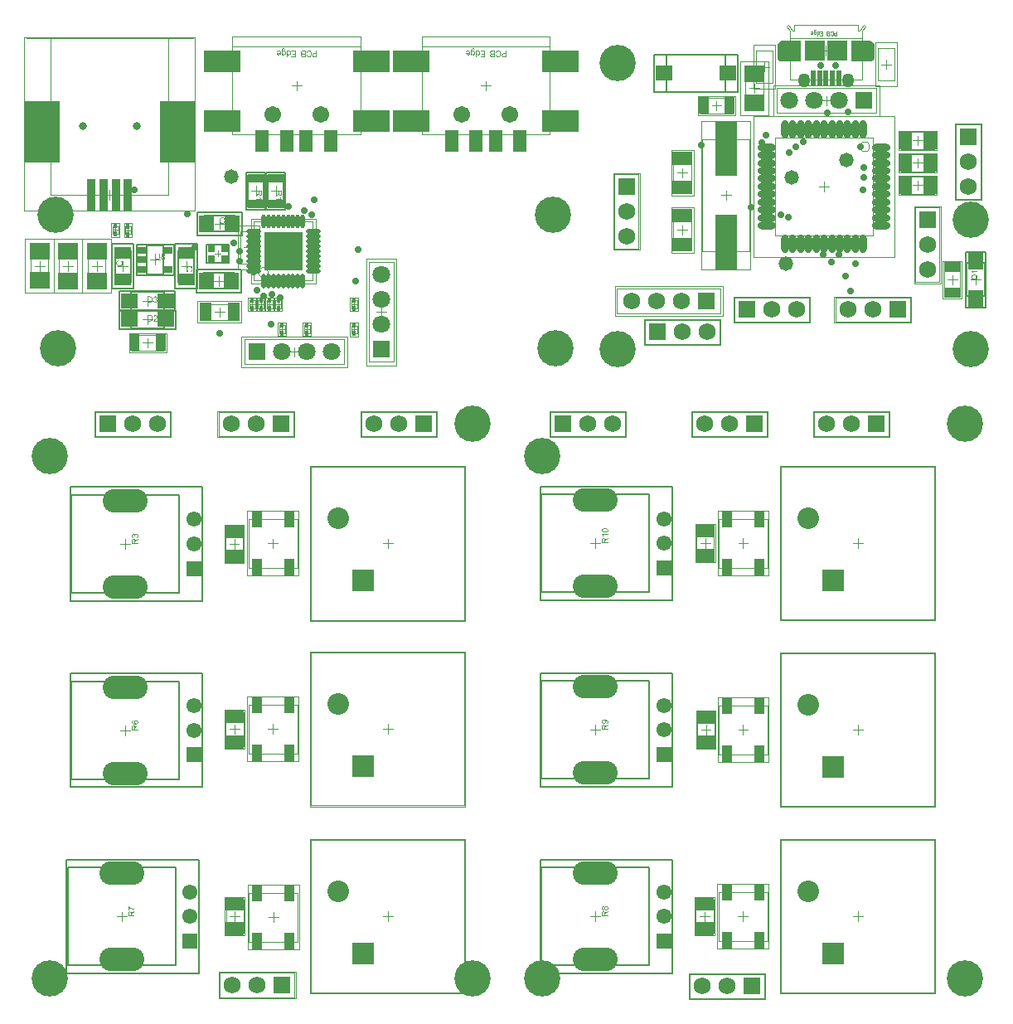
<source format=gts>
G04*
G04 #@! TF.GenerationSoftware,Altium Limited,Altium Designer,21.0.8 (223)*
G04*
G04 Layer_Color=8388736*
%FSLAX25Y25*%
%MOIN*%
G70*
G04*
G04 #@! TF.SameCoordinates,0C819516-2B0F-4561-8A23-745D184D752D*
G04*
G04*
G04 #@! TF.FilePolarity,Negative*
G04*
G01*
G75*
%ADD13C,0.00500*%
%ADD14C,0.00787*%
%ADD16C,0.00394*%
%ADD17C,0.00300*%
%ADD18C,0.00200*%
%ADD19C,0.00197*%
%ADD20R,0.02953X0.02756*%
%ADD21R,0.05923X0.07111*%
%ADD35R,0.06890X0.05906*%
%ADD41R,0.05906X0.06890*%
%ADD43R,0.06528X0.03764*%
%ADD47R,0.06922X0.05140*%
%ADD49R,0.03937X0.02598*%
%ADD50R,0.04343X0.06706*%
%ADD51R,0.07493X0.05328*%
%ADD52R,0.03556X0.12611*%
%ADD53R,0.14186X0.24580*%
%ADD54R,0.05721X0.08674*%
%ADD55R,0.14580X0.08674*%
%ADD56O,0.05918X0.01902*%
%ADD57O,0.01902X0.05524*%
%ADD58O,0.01902X0.05918*%
%ADD59R,0.15367X0.15367*%
%ADD60R,0.07887X0.08280*%
%ADD61R,0.02375X0.06115*%
%ADD62R,0.01784X0.02217*%
%ADD63O,0.07493X0.03162*%
%ADD64O,0.03162X0.07493*%
%ADD65R,0.07887X0.05328*%
%ADD66R,0.08674X0.22453*%
%ADD67R,0.04343X0.06902*%
%ADD68R,0.06902X0.04343*%
%ADD69R,0.08280X0.06706*%
%ADD70R,0.06706X0.06312*%
%ADD71R,0.05328X0.07493*%
%ADD72R,0.05131X0.07296*%
%ADD73C,0.03162*%
%ADD74C,0.06706*%
%ADD75C,0.07099*%
%ADD76R,0.07099X0.07099*%
%ADD77O,0.04934X0.05721*%
%ADD78R,0.06902X0.06902*%
%ADD79C,0.06902*%
%ADD80C,0.14580*%
%ADD81R,0.07099X0.07099*%
%ADD82C,0.08674*%
%ADD83R,0.08674X0.08674*%
G04:AMPARAMS|DCode=84|XSize=94.49mil|YSize=181.1mil|CornerRadius=47.24mil|HoleSize=0mil|Usage=FLASHONLY|Rotation=90.000|XOffset=0mil|YOffset=0mil|HoleType=Round|Shape=RoundedRectangle|*
%AMROUNDEDRECTD84*
21,1,0.09449,0.08661,0,0,90.0*
21,1,0.00000,0.18110,0,0,90.0*
1,1,0.09449,0.04331,0.00000*
1,1,0.09449,0.04331,0.00000*
1,1,0.09449,-0.04331,0.00000*
1,1,0.09449,-0.04331,0.00000*
%
%ADD84ROUNDEDRECTD84*%
%ADD85R,0.06102X0.06102*%
%ADD86C,0.06102*%
%ADD87R,0.06902X0.06902*%
%ADD88C,0.02769*%
%ADD89C,0.05800*%
G36*
X438820Y498665D02*
X438871Y498655D01*
X438921Y498638D01*
X439644Y498338D01*
X439644Y498338D01*
X439660Y498331D01*
X439691Y498315D01*
X439735Y498286D01*
X439775Y498251D01*
X439775Y498251D01*
X440328Y497698D01*
X440363Y497658D01*
X440392Y497615D01*
X440415Y497568D01*
X440415Y497568D01*
X440715Y496844D01*
X440715Y496844D01*
X440726Y496811D01*
X440732Y496795D01*
X440742Y496743D01*
X440745Y496691D01*
Y496691D01*
D01*
Y496299D01*
Y491968D01*
Y491734D01*
D01*
Y491734D01*
X440742Y491681D01*
X440732Y491630D01*
X440726Y491613D01*
X440715Y491580D01*
X440715Y491580D01*
X440535Y491146D01*
X440535Y491146D01*
X440512Y491099D01*
X440483Y491055D01*
X440448Y491016D01*
X440448Y491016D01*
X440116Y490684D01*
X440116Y490684D01*
X440076Y490649D01*
X440033Y490620D01*
X440001Y490604D01*
X439986Y490597D01*
X439986Y490597D01*
X439552Y490417D01*
X439502Y490400D01*
X439451Y490390D01*
X439398Y490386D01*
X431742D01*
X431690Y490390D01*
X431638Y490400D01*
X431589Y490417D01*
X431542Y490440D01*
X431498Y490469D01*
X431459Y490504D01*
X431424Y490543D01*
X431395Y490587D01*
X431372Y490634D01*
X431355Y490684D01*
X431345Y490735D01*
X431341Y490787D01*
Y498268D01*
X431345Y498320D01*
X431355Y498372D01*
X431372Y498421D01*
X431395Y498468D01*
X431424Y498512D01*
X431459Y498551D01*
X431498Y498586D01*
X431542Y498615D01*
X431589Y498638D01*
X431638Y498655D01*
X431690Y498665D01*
X431742Y498669D01*
X438767D01*
X438820Y498665D01*
D02*
G37*
G36*
X410790D02*
X410842Y498655D01*
X410892Y498638D01*
X410939Y498615D01*
X410982Y498586D01*
X411022Y498551D01*
X411056Y498512D01*
X411085Y498468D01*
X411108Y498421D01*
X411125Y498372D01*
X411136Y498320D01*
X411139Y498268D01*
Y490787D01*
X411136Y490735D01*
X411125Y490684D01*
X411108Y490634D01*
X411085Y490587D01*
X411056Y490543D01*
X411022Y490504D01*
X410982Y490469D01*
X410939Y490440D01*
X410892Y490417D01*
X410842Y490400D01*
X410790Y490390D01*
X410738Y490386D01*
X403082D01*
X403030Y490390D01*
X402978Y490400D01*
X402929Y490417D01*
X402494Y490597D01*
X402494Y490597D01*
X402479Y490604D01*
X402448Y490620D01*
X402404Y490649D01*
X402364Y490684D01*
X402364Y490684D01*
X402032Y491016D01*
X401998Y491055D01*
X401968Y491099D01*
X401945Y491146D01*
X401765Y491580D01*
X401749Y491630D01*
X401738Y491681D01*
X401735Y491734D01*
Y491968D01*
Y496299D01*
Y496691D01*
X401738Y496743D01*
X401749Y496795D01*
X401765Y496844D01*
X402065Y497568D01*
X402065Y497568D01*
X402077Y497591D01*
X402088Y497615D01*
X402098Y497629D01*
X402117Y497658D01*
X402134Y497677D01*
X402152Y497698D01*
X402152Y497698D01*
X402706Y498251D01*
X402706Y498251D01*
X402745Y498286D01*
X402789Y498315D01*
X402820Y498331D01*
X402836Y498338D01*
X402836Y498338D01*
X403559Y498638D01*
X403609Y498655D01*
X403660Y498665D01*
X403713Y498669D01*
X410738D01*
X410790Y498665D01*
D02*
G37*
G36*
X202562Y437052D02*
X202559Y437023D01*
Y436990D01*
X202555Y436914D01*
X202544Y436834D01*
X202533Y436747D01*
X202515Y436667D01*
X202504Y436626D01*
X202493Y436594D01*
Y436590D01*
X202490Y436587D01*
X202479Y436565D01*
X202464Y436532D01*
X202439Y436492D01*
X202406Y436448D01*
X202362Y436401D01*
X202311Y436357D01*
X202253Y436313D01*
X202250D01*
X202246Y436310D01*
X202224Y436295D01*
X202188Y436281D01*
X202140Y436259D01*
X202086Y436241D01*
X202020Y436223D01*
X201951Y436211D01*
X201874Y436208D01*
X201871D01*
X201864D01*
X201849D01*
X201831Y436211D01*
X201805D01*
X201780Y436215D01*
X201718Y436230D01*
X201645Y436252D01*
X201569Y436281D01*
X201492Y436324D01*
X201456Y436353D01*
X201420Y436383D01*
X201416Y436386D01*
X201412Y436390D01*
X201401Y436401D01*
X201390Y436415D01*
X201376Y436434D01*
X201361Y436455D01*
X201343Y436485D01*
X201321Y436514D01*
X201303Y436550D01*
X201285Y436590D01*
X201263Y436634D01*
X201245Y436681D01*
X201230Y436736D01*
X201212Y436790D01*
X201201Y436852D01*
X201190Y436918D01*
X201187Y436910D01*
X201179Y436896D01*
X201165Y436874D01*
X201150Y436845D01*
X201110Y436779D01*
X201085Y436747D01*
X201063Y436718D01*
X201056Y436710D01*
X201037Y436692D01*
X201008Y436663D01*
X200972Y436626D01*
X200921Y436587D01*
X200866Y436539D01*
X200801Y436492D01*
X200728Y436441D01*
X200044Y436008D01*
Y436423D01*
X200568Y436754D01*
X200571D01*
X200579Y436761D01*
X200590Y436768D01*
X200604Y436779D01*
X200644Y436805D01*
X200695Y436838D01*
X200750Y436878D01*
X200808Y436918D01*
X200863Y436958D01*
X200914Y436994D01*
X200917Y436998D01*
X200932Y437009D01*
X200954Y437027D01*
X200979Y437052D01*
X201034Y437107D01*
X201059Y437136D01*
X201081Y437165D01*
X201085Y437169D01*
X201088Y437176D01*
X201096Y437191D01*
X201107Y437213D01*
X201117Y437234D01*
X201128Y437260D01*
X201147Y437318D01*
Y437322D01*
X201150Y437329D01*
Y437344D01*
X201154Y437362D01*
X201157Y437387D01*
Y437416D01*
X201161Y437456D01*
Y437886D01*
X200044D01*
Y438221D01*
X202562D01*
Y437052D01*
D02*
G37*
G36*
X194519D02*
X194515Y437023D01*
Y436990D01*
X194512Y436914D01*
X194501Y436834D01*
X194490Y436747D01*
X194472Y436667D01*
X194461Y436626D01*
X194450Y436594D01*
Y436590D01*
X194446Y436587D01*
X194435Y436565D01*
X194421Y436532D01*
X194395Y436492D01*
X194362Y436448D01*
X194319Y436401D01*
X194268Y436357D01*
X194209Y436313D01*
X194206D01*
X194202Y436310D01*
X194180Y436295D01*
X194144Y436281D01*
X194097Y436259D01*
X194042Y436241D01*
X193976Y436223D01*
X193907Y436211D01*
X193831Y436208D01*
X193827D01*
X193820D01*
X193805D01*
X193787Y436211D01*
X193762D01*
X193736Y436215D01*
X193674Y436230D01*
X193602Y436252D01*
X193525Y436281D01*
X193449Y436324D01*
X193412Y436353D01*
X193376Y436383D01*
X193372Y436386D01*
X193369Y436390D01*
X193358Y436401D01*
X193347Y436415D01*
X193332Y436434D01*
X193318Y436455D01*
X193299Y436485D01*
X193278Y436514D01*
X193259Y436550D01*
X193241Y436590D01*
X193219Y436634D01*
X193201Y436681D01*
X193187Y436736D01*
X193168Y436790D01*
X193157Y436852D01*
X193147Y436918D01*
X193143Y436910D01*
X193136Y436896D01*
X193121Y436874D01*
X193106Y436845D01*
X193067Y436779D01*
X193041Y436747D01*
X193019Y436718D01*
X193012Y436710D01*
X192994Y436692D01*
X192965Y436663D01*
X192928Y436626D01*
X192877Y436587D01*
X192823Y436539D01*
X192757Y436492D01*
X192684Y436441D01*
X192000Y436008D01*
Y436423D01*
X192524Y436754D01*
X192528D01*
X192535Y436761D01*
X192546Y436768D01*
X192561Y436779D01*
X192601Y436805D01*
X192651Y436838D01*
X192706Y436878D01*
X192764Y436918D01*
X192819Y436958D01*
X192870Y436994D01*
X192874Y436998D01*
X192888Y437009D01*
X192910Y437027D01*
X192935Y437052D01*
X192990Y437107D01*
X193016Y437136D01*
X193037Y437165D01*
X193041Y437169D01*
X193045Y437176D01*
X193052Y437191D01*
X193063Y437213D01*
X193074Y437234D01*
X193085Y437260D01*
X193103Y437318D01*
Y437322D01*
X193106Y437329D01*
Y437344D01*
X193110Y437362D01*
X193114Y437387D01*
Y437416D01*
X193117Y437456D01*
Y437886D01*
X192000D01*
Y438221D01*
X194519D01*
Y437052D01*
D02*
G37*
G36*
X201940Y435571D02*
X201947Y435564D01*
X201951Y435549D01*
X201962Y435531D01*
X201973Y435509D01*
X201987Y435484D01*
X202024Y435422D01*
X202064Y435349D01*
X202115Y435276D01*
X202173Y435200D01*
X202235Y435123D01*
X202239Y435119D01*
X202242Y435116D01*
X202253Y435105D01*
X202264Y435090D01*
X202300Y435058D01*
X202344Y435014D01*
X202395Y434970D01*
X202453Y434923D01*
X202512Y434883D01*
X202573Y434847D01*
Y434646D01*
X200044D01*
Y434956D01*
X202013D01*
X202009Y434959D01*
X201995Y434978D01*
X201973Y434999D01*
X201947Y435036D01*
X201915Y435076D01*
X201878Y435127D01*
X201838Y435185D01*
X201798Y435251D01*
Y435254D01*
X201795Y435258D01*
X201780Y435280D01*
X201762Y435316D01*
X201740Y435360D01*
X201714Y435411D01*
X201689Y435465D01*
X201663Y435520D01*
X201642Y435574D01*
X201940D01*
Y435571D01*
D02*
G37*
G36*
X193896D02*
X193904Y435564D01*
X193907Y435549D01*
X193918Y435531D01*
X193929Y435509D01*
X193944Y435484D01*
X193980Y435422D01*
X194020Y435349D01*
X194071Y435276D01*
X194129Y435200D01*
X194191Y435123D01*
X194195Y435119D01*
X194199Y435116D01*
X194209Y435105D01*
X194220Y435090D01*
X194257Y435058D01*
X194300Y435014D01*
X194351Y434970D01*
X194410Y434923D01*
X194468Y434883D01*
X194530Y434847D01*
Y434646D01*
X192000D01*
Y434956D01*
X193969D01*
X193966Y434959D01*
X193951Y434978D01*
X193929Y434999D01*
X193904Y435036D01*
X193871Y435076D01*
X193834Y435127D01*
X193795Y435185D01*
X193754Y435251D01*
Y435254D01*
X193751Y435258D01*
X193736Y435280D01*
X193718Y435316D01*
X193696Y435360D01*
X193671Y435411D01*
X193645Y435465D01*
X193620Y435520D01*
X193598Y435574D01*
X193896D01*
Y435571D01*
D02*
G37*
G36*
X200750Y433540D02*
X200746D01*
X200739Y433536D01*
X200724Y433532D01*
X200706Y433529D01*
X200684Y433525D01*
X200659Y433518D01*
X200604Y433500D01*
X200539Y433474D01*
X200477Y433441D01*
X200419Y433405D01*
X200368Y433361D01*
X200364Y433354D01*
X200349Y433340D01*
X200331Y433311D01*
X200313Y433274D01*
X200291Y433230D01*
X200273Y433176D01*
X200258Y433114D01*
X200255Y433048D01*
Y433027D01*
X200258Y433012D01*
X200262Y432972D01*
X200273Y432921D01*
X200291Y432863D01*
X200317Y432801D01*
X200353Y432739D01*
X200404Y432681D01*
X200411Y432674D01*
X200433Y432655D01*
X200466Y432633D01*
X200510Y432604D01*
X200564Y432575D01*
X200626Y432553D01*
X200699Y432535D01*
X200779Y432528D01*
X200782D01*
X200790D01*
X200801D01*
X200815Y432531D01*
X200855Y432535D01*
X200903Y432546D01*
X200961Y432561D01*
X201019Y432586D01*
X201077Y432622D01*
X201132Y432670D01*
X201139Y432677D01*
X201154Y432695D01*
X201176Y432724D01*
X201201Y432764D01*
X201227Y432815D01*
X201249Y432877D01*
X201263Y432946D01*
X201270Y433023D01*
Y433056D01*
X201267Y433081D01*
X201263Y433114D01*
X201256Y433150D01*
X201249Y433194D01*
X201238Y433241D01*
X201511Y433205D01*
Y433187D01*
X201507Y433172D01*
Y433125D01*
X201514Y433085D01*
X201521Y433038D01*
X201532Y432983D01*
X201551Y432921D01*
X201576Y432863D01*
X201609Y432801D01*
Y432797D01*
X201612Y432794D01*
X201627Y432775D01*
X201653Y432750D01*
X201685Y432721D01*
X201733Y432692D01*
X201787Y432666D01*
X201849Y432648D01*
X201886Y432641D01*
X201925D01*
X201929D01*
X201933D01*
X201955D01*
X201984Y432648D01*
X202024Y432655D01*
X202067Y432670D01*
X202115Y432688D01*
X202162Y432717D01*
X202206Y432757D01*
X202209Y432761D01*
X202224Y432779D01*
X202242Y432804D01*
X202264Y432837D01*
X202282Y432881D01*
X202300Y432932D01*
X202315Y432990D01*
X202319Y433056D01*
Y433085D01*
X202311Y433118D01*
X202304Y433161D01*
X202290Y433209D01*
X202271Y433256D01*
X202242Y433307D01*
X202206Y433354D01*
X202202Y433358D01*
X202184Y433372D01*
X202158Y433394D01*
X202122Y433420D01*
X202075Y433445D01*
X202016Y433471D01*
X201947Y433493D01*
X201867Y433507D01*
X201922Y433816D01*
X201925D01*
X201936Y433813D01*
X201951Y433809D01*
X201973Y433806D01*
X201998Y433798D01*
X202027Y433787D01*
X202097Y433766D01*
X202177Y433729D01*
X202257Y433685D01*
X202333Y433631D01*
X202402Y433562D01*
X202406Y433558D01*
X202410Y433551D01*
X202417Y433540D01*
X202428Y433525D01*
X202442Y433507D01*
X202457Y433482D01*
X202471Y433456D01*
X202490Y433423D01*
X202519Y433351D01*
X202548Y433267D01*
X202566Y433169D01*
X202573Y433118D01*
Y433027D01*
X202570Y432986D01*
X202562Y432939D01*
X202552Y432881D01*
X202533Y432815D01*
X202512Y432750D01*
X202482Y432684D01*
Y432681D01*
X202479Y432677D01*
X202468Y432655D01*
X202446Y432622D01*
X202421Y432586D01*
X202384Y432542D01*
X202344Y432499D01*
X202297Y432455D01*
X202242Y432419D01*
X202235Y432415D01*
X202217Y432404D01*
X202184Y432389D01*
X202144Y432371D01*
X202097Y432353D01*
X202042Y432339D01*
X201980Y432328D01*
X201918Y432324D01*
X201911D01*
X201889D01*
X201860Y432328D01*
X201820Y432335D01*
X201773Y432346D01*
X201722Y432364D01*
X201671Y432386D01*
X201620Y432415D01*
X201612Y432419D01*
X201598Y432430D01*
X201572Y432451D01*
X201543Y432481D01*
X201511Y432517D01*
X201474Y432561D01*
X201441Y432612D01*
X201409Y432674D01*
Y432670D01*
X201405Y432663D01*
X201401Y432652D01*
X201398Y432637D01*
X201383Y432597D01*
X201361Y432546D01*
X201332Y432488D01*
X201296Y432430D01*
X201249Y432375D01*
X201194Y432324D01*
X201187Y432320D01*
X201165Y432306D01*
X201128Y432284D01*
X201081Y432262D01*
X201023Y432240D01*
X200954Y432219D01*
X200874Y432204D01*
X200786Y432200D01*
X200782D01*
X200772D01*
X200753D01*
X200732Y432204D01*
X200703Y432207D01*
X200670Y432215D01*
X200633Y432222D01*
X200593Y432229D01*
X200506Y432259D01*
X200459Y432280D01*
X200415Y432302D01*
X200368Y432331D01*
X200320Y432364D01*
X200273Y432401D01*
X200229Y432444D01*
X200226Y432448D01*
X200218Y432455D01*
X200207Y432470D01*
X200193Y432488D01*
X200175Y432510D01*
X200156Y432539D01*
X200135Y432572D01*
X200116Y432612D01*
X200095Y432652D01*
X200073Y432699D01*
X200055Y432746D01*
X200036Y432801D01*
X200022Y432859D01*
X200011Y432921D01*
X200004Y432983D01*
X200000Y433052D01*
Y433085D01*
X200004Y433107D01*
X200007Y433136D01*
X200011Y433169D01*
X200018Y433205D01*
X200025Y433245D01*
X200047Y433332D01*
X200084Y433423D01*
X200106Y433471D01*
X200131Y433514D01*
X200164Y433558D01*
X200197Y433602D01*
X200200Y433605D01*
X200207Y433613D01*
X200218Y433624D01*
X200233Y433634D01*
X200251Y433653D01*
X200277Y433671D01*
X200302Y433693D01*
X200335Y433714D01*
X200371Y433736D01*
X200408Y433758D01*
X200495Y433798D01*
X200597Y433831D01*
X200652Y433842D01*
X200710Y433849D01*
X200750Y433540D01*
D02*
G37*
G36*
X194519Y432804D02*
Y432553D01*
X192888D01*
Y432211D01*
X192604D01*
Y432553D01*
X192000D01*
Y432863D01*
X192604D01*
Y433958D01*
X192888D01*
X194519Y432804D01*
D02*
G37*
G36*
X178627Y427602D02*
X178659Y427599D01*
X178700Y427595D01*
X178740Y427592D01*
X178787Y427581D01*
X178885Y427559D01*
X178994Y427526D01*
X179049Y427504D01*
X179100Y427479D01*
X179151Y427446D01*
X179202Y427413D01*
X179206Y427410D01*
X179213Y427406D01*
X179227Y427395D01*
X179245Y427377D01*
X179264Y427359D01*
X179289Y427333D01*
X179315Y427304D01*
X179344Y427275D01*
X179373Y427239D01*
X179402Y427195D01*
X179435Y427151D01*
X179464Y427104D01*
X179489Y427049D01*
X179518Y426995D01*
X179540Y426936D01*
X179562Y426871D01*
X179235Y426794D01*
Y426798D01*
X179231Y426805D01*
X179224Y426820D01*
X179216Y426838D01*
X179209Y426860D01*
X179198Y426889D01*
X179169Y426947D01*
X179133Y427013D01*
X179089Y427078D01*
X179034Y427140D01*
X178976Y427195D01*
X178969Y427202D01*
X178947Y427217D01*
X178911Y427235D01*
X178863Y427260D01*
X178801Y427282D01*
X178732Y427304D01*
X178649Y427319D01*
X178558Y427322D01*
X178528D01*
X178510Y427319D01*
X178485D01*
X178456Y427315D01*
X178386Y427304D01*
X178310Y427289D01*
X178230Y427264D01*
X178146Y427228D01*
X178070Y427180D01*
X178066D01*
X178062Y427173D01*
X178037Y427155D01*
X178004Y427126D01*
X177964Y427082D01*
X177917Y427027D01*
X177873Y426966D01*
X177833Y426889D01*
X177797Y426805D01*
Y426802D01*
X177793Y426794D01*
X177789Y426784D01*
X177786Y426765D01*
X177779Y426744D01*
X177771Y426718D01*
X177760Y426656D01*
X177746Y426583D01*
X177731Y426503D01*
X177724Y426416D01*
X177720Y426321D01*
Y426318D01*
Y426307D01*
Y426289D01*
Y426267D01*
X177724Y426241D01*
Y426208D01*
X177728Y426172D01*
X177731Y426132D01*
X177742Y426045D01*
X177760Y425950D01*
X177782Y425855D01*
X177811Y425761D01*
Y425757D01*
X177815Y425750D01*
X177822Y425739D01*
X177830Y425721D01*
X177851Y425677D01*
X177884Y425626D01*
X177924Y425568D01*
X177975Y425506D01*
X178033Y425451D01*
X178103Y425400D01*
X178106D01*
X178113Y425397D01*
X178124Y425389D01*
X178139Y425382D01*
X178157Y425375D01*
X178179Y425364D01*
X178230Y425342D01*
X178296Y425320D01*
X178368Y425302D01*
X178448Y425287D01*
X178532Y425284D01*
X178558D01*
X178579Y425287D01*
X178605D01*
X178630Y425291D01*
X178696Y425306D01*
X178772Y425324D01*
X178849Y425353D01*
X178929Y425393D01*
X178969Y425415D01*
X179005Y425444D01*
X179009Y425448D01*
X179013Y425451D01*
X179024Y425462D01*
X179038Y425473D01*
X179053Y425491D01*
X179071Y425513D01*
X179093Y425535D01*
X179111Y425564D01*
X179133Y425597D01*
X179158Y425633D01*
X179180Y425670D01*
X179202Y425713D01*
X179220Y425761D01*
X179238Y425812D01*
X179256Y425866D01*
X179271Y425924D01*
X179606Y425841D01*
Y425837D01*
X179602Y425823D01*
X179595Y425801D01*
X179584Y425772D01*
X179573Y425739D01*
X179559Y425699D01*
X179540Y425655D01*
X179518Y425608D01*
X179468Y425506D01*
X179402Y425404D01*
X179362Y425353D01*
X179322Y425302D01*
X179278Y425258D01*
X179227Y425215D01*
X179224Y425211D01*
X179216Y425204D01*
X179198Y425197D01*
X179180Y425182D01*
X179151Y425164D01*
X179122Y425146D01*
X179082Y425127D01*
X179042Y425109D01*
X178994Y425087D01*
X178943Y425069D01*
X178889Y425051D01*
X178831Y425033D01*
X178769Y425018D01*
X178703Y425011D01*
X178634Y425004D01*
X178561Y425000D01*
X178521D01*
X178492Y425004D01*
X178459D01*
X178419Y425007D01*
X178375Y425014D01*
X178325Y425022D01*
X178219Y425040D01*
X178110Y425069D01*
X178001Y425109D01*
X177950Y425135D01*
X177899Y425164D01*
X177895Y425167D01*
X177888Y425171D01*
X177873Y425182D01*
X177859Y425197D01*
X177837Y425211D01*
X177811Y425233D01*
X177782Y425258D01*
X177753Y425287D01*
X177724Y425320D01*
X177691Y425353D01*
X177626Y425437D01*
X177564Y425535D01*
X177509Y425644D01*
Y425648D01*
X177502Y425659D01*
X177498Y425677D01*
X177487Y425699D01*
X177480Y425728D01*
X177469Y425764D01*
X177455Y425804D01*
X177444Y425848D01*
X177433Y425895D01*
X177418Y425950D01*
X177400Y426063D01*
X177385Y426190D01*
X177378Y426321D01*
Y426325D01*
Y426339D01*
Y426361D01*
X177382Y426387D01*
Y426423D01*
X177385Y426460D01*
X177389Y426507D01*
X177396Y426554D01*
X177415Y426660D01*
X177440Y426776D01*
X177477Y426893D01*
X177527Y427006D01*
X177531Y427009D01*
X177535Y427020D01*
X177542Y427035D01*
X177557Y427053D01*
X177571Y427078D01*
X177589Y427107D01*
X177637Y427173D01*
X177699Y427246D01*
X177771Y427319D01*
X177855Y427391D01*
X177953Y427453D01*
X177957Y427457D01*
X177968Y427461D01*
X177982Y427468D01*
X178001Y427479D01*
X178030Y427490D01*
X178059Y427501D01*
X178095Y427515D01*
X178135Y427530D01*
X178179Y427544D01*
X178226Y427559D01*
X178328Y427581D01*
X178445Y427599D01*
X178565Y427606D01*
X178601D01*
X178627Y427602D01*
D02*
G37*
G36*
X181055Y425044D02*
X180745D01*
Y427013D01*
X180742Y427009D01*
X180723Y426995D01*
X180701Y426973D01*
X180665Y426947D01*
X180625Y426915D01*
X180574Y426878D01*
X180516Y426838D01*
X180450Y426798D01*
X180447D01*
X180443Y426794D01*
X180421Y426780D01*
X180385Y426762D01*
X180341Y426740D01*
X180290Y426714D01*
X180236Y426689D01*
X180181Y426663D01*
X180126Y426642D01*
Y426940D01*
X180130D01*
X180137Y426947D01*
X180152Y426951D01*
X180170Y426962D01*
X180192Y426973D01*
X180217Y426987D01*
X180279Y427024D01*
X180352Y427064D01*
X180425Y427115D01*
X180501Y427173D01*
X180578Y427235D01*
X180581Y427239D01*
X180585Y427242D01*
X180596Y427253D01*
X180611Y427264D01*
X180643Y427300D01*
X180687Y427344D01*
X180731Y427395D01*
X180778Y427453D01*
X180818Y427512D01*
X180854Y427573D01*
X181055D01*
Y425044D01*
D02*
G37*
G36*
X182722Y427570D02*
X182751Y427566D01*
X182784Y427563D01*
X182820Y427559D01*
X182856Y427548D01*
X182944Y427526D01*
X183031Y427493D01*
X183075Y427471D01*
X183118Y427446D01*
X183159Y427413D01*
X183199Y427381D01*
X183202Y427377D01*
X183206Y427373D01*
X183217Y427362D01*
X183231Y427348D01*
X183246Y427326D01*
X183264Y427304D01*
X183300Y427249D01*
X183337Y427180D01*
X183370Y427100D01*
X183395Y427009D01*
X183399Y426962D01*
X183402Y426911D01*
Y426907D01*
Y426904D01*
Y426882D01*
X183399Y426849D01*
X183391Y426809D01*
X183380Y426758D01*
X183362Y426707D01*
X183341Y426656D01*
X183308Y426605D01*
X183304Y426598D01*
X183290Y426583D01*
X183268Y426561D01*
X183239Y426532D01*
X183199Y426500D01*
X183151Y426467D01*
X183097Y426434D01*
X183031Y426405D01*
X183035D01*
X183042Y426401D01*
X183053Y426398D01*
X183068Y426390D01*
X183111Y426372D01*
X183162Y426347D01*
X183217Y426310D01*
X183275Y426270D01*
X183330Y426219D01*
X183380Y426161D01*
Y426158D01*
X183384Y426154D01*
X183399Y426132D01*
X183421Y426096D01*
X183442Y426048D01*
X183464Y425990D01*
X183486Y425921D01*
X183501Y425844D01*
X183504Y425761D01*
Y425757D01*
Y425746D01*
Y425728D01*
X183501Y425706D01*
X183497Y425681D01*
X183493Y425648D01*
X183486Y425611D01*
X183475Y425571D01*
X183450Y425488D01*
X183431Y425440D01*
X183406Y425397D01*
X183380Y425349D01*
X183351Y425306D01*
X183315Y425262D01*
X183275Y425218D01*
X183271Y425215D01*
X183264Y425207D01*
X183253Y425197D01*
X183235Y425186D01*
X183210Y425167D01*
X183184Y425149D01*
X183151Y425131D01*
X183115Y425109D01*
X183075Y425087D01*
X183028Y425069D01*
X182976Y425051D01*
X182925Y425033D01*
X182867Y425022D01*
X182805Y425011D01*
X182744Y425004D01*
X182674Y425000D01*
X182638D01*
X182613Y425004D01*
X182580Y425007D01*
X182543Y425011D01*
X182503Y425018D01*
X182460Y425029D01*
X182361Y425055D01*
X182310Y425073D01*
X182263Y425091D01*
X182212Y425116D01*
X182161Y425146D01*
X182114Y425178D01*
X182070Y425218D01*
X182067Y425222D01*
X182059Y425229D01*
X182048Y425240D01*
X182034Y425258D01*
X182019Y425280D01*
X181997Y425306D01*
X181979Y425335D01*
X181957Y425371D01*
X181936Y425408D01*
X181917Y425451D01*
X181881Y425542D01*
X181866Y425597D01*
X181855Y425652D01*
X181848Y425710D01*
X181844Y425768D01*
Y425772D01*
Y425779D01*
Y425794D01*
X181848Y425808D01*
Y425830D01*
X181852Y425855D01*
X181859Y425914D01*
X181874Y425979D01*
X181895Y426045D01*
X181928Y426114D01*
X181968Y426179D01*
Y426183D01*
X181975Y426187D01*
X181990Y426205D01*
X182019Y426234D01*
X182059Y426270D01*
X182110Y426307D01*
X182172Y426347D01*
X182241Y426379D01*
X182325Y426405D01*
X182321D01*
X182318Y426409D01*
X182307Y426412D01*
X182292Y426419D01*
X182259Y426434D01*
X182216Y426456D01*
X182168Y426485D01*
X182121Y426521D01*
X182077Y426561D01*
X182037Y426605D01*
X182034Y426613D01*
X182023Y426627D01*
X182008Y426656D01*
X181994Y426693D01*
X181975Y426740D01*
X181961Y426794D01*
X181950Y426856D01*
X181946Y426922D01*
Y426926D01*
Y426933D01*
Y426947D01*
X181950Y426969D01*
X181954Y426991D01*
X181957Y427020D01*
X181972Y427082D01*
X181994Y427155D01*
X182030Y427231D01*
X182052Y427271D01*
X182077Y427311D01*
X182110Y427348D01*
X182143Y427384D01*
X182147Y427388D01*
X182154Y427391D01*
X182165Y427402D01*
X182179Y427413D01*
X182198Y427428D01*
X182223Y427442D01*
X182252Y427461D01*
X182281Y427479D01*
X182318Y427497D01*
X182358Y427515D01*
X182401Y427530D01*
X182449Y427544D01*
X182551Y427566D01*
X182609Y427570D01*
X182667Y427573D01*
X182700D01*
X182722Y427570D01*
D02*
G37*
G36*
X137768Y414119D02*
X137797Y414115D01*
X137830Y414108D01*
X137867Y414101D01*
X137907Y414093D01*
X137994Y414064D01*
X138041Y414042D01*
X138085Y414020D01*
X138132Y413991D01*
X138180Y413959D01*
X138227Y413922D01*
X138271Y413878D01*
X138274Y413875D01*
X138282Y413868D01*
X138293Y413853D01*
X138307Y413835D01*
X138325Y413813D01*
X138344Y413784D01*
X138365Y413751D01*
X138383Y413711D01*
X138405Y413671D01*
X138427Y413624D01*
X138445Y413576D01*
X138464Y413522D01*
X138478Y413464D01*
X138489Y413402D01*
X138496Y413340D01*
X138500Y413271D01*
Y413238D01*
X138496Y413216D01*
X138493Y413187D01*
X138489Y413154D01*
X138482Y413118D01*
X138475Y413078D01*
X138453Y412990D01*
X138416Y412899D01*
X138394Y412852D01*
X138369Y412808D01*
X138336Y412765D01*
X138303Y412721D01*
X138300Y412717D01*
X138293Y412710D01*
X138282Y412699D01*
X138267Y412688D01*
X138249Y412670D01*
X138223Y412652D01*
X138198Y412630D01*
X138165Y412608D01*
X138129Y412586D01*
X138092Y412565D01*
X138005Y412525D01*
X137903Y412492D01*
X137848Y412481D01*
X137790Y412473D01*
X137750Y412783D01*
X137754D01*
X137761Y412786D01*
X137776Y412790D01*
X137794Y412794D01*
X137816Y412797D01*
X137841Y412805D01*
X137896Y412823D01*
X137961Y412848D01*
X138023Y412881D01*
X138081Y412918D01*
X138132Y412961D01*
X138136Y412968D01*
X138151Y412983D01*
X138169Y413012D01*
X138187Y413049D01*
X138209Y413092D01*
X138227Y413147D01*
X138242Y413209D01*
X138245Y413274D01*
Y413296D01*
X138242Y413311D01*
X138238Y413351D01*
X138227Y413402D01*
X138209Y413460D01*
X138183Y413522D01*
X138147Y413584D01*
X138096Y413642D01*
X138089Y413649D01*
X138067Y413667D01*
X138034Y413689D01*
X137990Y413718D01*
X137936Y413748D01*
X137874Y413769D01*
X137801Y413788D01*
X137721Y413795D01*
X137717D01*
X137710D01*
X137699D01*
X137685Y413791D01*
X137645Y413788D01*
X137597Y413777D01*
X137539Y413762D01*
X137481Y413737D01*
X137423Y413700D01*
X137368Y413653D01*
X137361Y413646D01*
X137346Y413627D01*
X137324Y413598D01*
X137299Y413558D01*
X137273Y413507D01*
X137251Y413445D01*
X137237Y413376D01*
X137230Y413300D01*
Y413267D01*
X137233Y413242D01*
X137237Y413209D01*
X137244Y413172D01*
X137251Y413129D01*
X137262Y413081D01*
X136989Y413118D01*
Y413136D01*
X136993Y413151D01*
Y413198D01*
X136986Y413238D01*
X136978Y413285D01*
X136968Y413340D01*
X136949Y413402D01*
X136924Y413460D01*
X136891Y413522D01*
Y413525D01*
X136888Y413529D01*
X136873Y413547D01*
X136847Y413573D01*
X136815Y413602D01*
X136767Y413631D01*
X136713Y413657D01*
X136651Y413675D01*
X136615Y413682D01*
X136574D01*
X136571D01*
X136567D01*
X136545D01*
X136516Y413675D01*
X136476Y413667D01*
X136433Y413653D01*
X136385Y413635D01*
X136338Y413606D01*
X136294Y413565D01*
X136291Y413562D01*
X136276Y413544D01*
X136258Y413518D01*
X136236Y413485D01*
X136218Y413442D01*
X136199Y413391D01*
X136185Y413333D01*
X136181Y413267D01*
Y413238D01*
X136189Y413205D01*
X136196Y413162D01*
X136211Y413114D01*
X136229Y413067D01*
X136258Y413016D01*
X136294Y412968D01*
X136298Y412965D01*
X136316Y412950D01*
X136342Y412928D01*
X136378Y412903D01*
X136425Y412878D01*
X136484Y412852D01*
X136553Y412830D01*
X136633Y412816D01*
X136578Y412506D01*
X136574D01*
X136564Y412510D01*
X136549Y412514D01*
X136527Y412517D01*
X136502Y412525D01*
X136473Y412535D01*
X136403Y412557D01*
X136323Y412594D01*
X136243Y412637D01*
X136167Y412692D01*
X136098Y412761D01*
X136094Y412765D01*
X136090Y412772D01*
X136083Y412783D01*
X136072Y412797D01*
X136058Y412816D01*
X136043Y412841D01*
X136029Y412867D01*
X136010Y412899D01*
X135981Y412972D01*
X135952Y413056D01*
X135934Y413154D01*
X135926Y413205D01*
Y413296D01*
X135930Y413336D01*
X135938Y413383D01*
X135948Y413442D01*
X135967Y413507D01*
X135988Y413573D01*
X136018Y413638D01*
Y413642D01*
X136021Y413646D01*
X136032Y413667D01*
X136054Y413700D01*
X136079Y413737D01*
X136116Y413780D01*
X136156Y413824D01*
X136203Y413868D01*
X136258Y413904D01*
X136265Y413908D01*
X136283Y413919D01*
X136316Y413933D01*
X136356Y413951D01*
X136403Y413970D01*
X136458Y413984D01*
X136520Y413995D01*
X136582Y413999D01*
X136589D01*
X136611D01*
X136640Y413995D01*
X136680Y413988D01*
X136727Y413977D01*
X136778Y413959D01*
X136829Y413937D01*
X136880Y413908D01*
X136888Y413904D01*
X136902Y413893D01*
X136927Y413871D01*
X136957Y413842D01*
X136989Y413806D01*
X137026Y413762D01*
X137059Y413711D01*
X137091Y413649D01*
Y413653D01*
X137095Y413660D01*
X137099Y413671D01*
X137102Y413686D01*
X137117Y413726D01*
X137139Y413777D01*
X137168Y413835D01*
X137204Y413893D01*
X137251Y413948D01*
X137306Y413999D01*
X137313Y414002D01*
X137335Y414017D01*
X137372Y414039D01*
X137419Y414060D01*
X137477Y414082D01*
X137546Y414104D01*
X137626Y414119D01*
X137714Y414122D01*
X137717D01*
X137728D01*
X137747D01*
X137768Y414119D01*
D02*
G37*
G36*
X153480Y411607D02*
Y411603D01*
Y411588D01*
Y411570D01*
Y411545D01*
X153477Y411512D01*
Y411476D01*
X153473Y411432D01*
X153469Y411388D01*
X153458Y411290D01*
X153444Y411188D01*
X153422Y411090D01*
X153407Y411042D01*
X153393Y410999D01*
Y410995D01*
X153389Y410988D01*
X153382Y410977D01*
X153375Y410962D01*
X153353Y410922D01*
X153320Y410871D01*
X153276Y410813D01*
X153225Y410755D01*
X153160Y410693D01*
X153080Y410638D01*
X153076D01*
X153069Y410631D01*
X153058Y410627D01*
X153040Y410616D01*
X153018Y410605D01*
X152989Y410595D01*
X152960Y410584D01*
X152923Y410569D01*
X152883Y410555D01*
X152840Y410544D01*
X152792Y410533D01*
X152738Y410522D01*
X152683Y410514D01*
X152625Y410507D01*
X152494Y410500D01*
X152461D01*
X152435Y410504D01*
X152406D01*
X152370Y410507D01*
X152330Y410511D01*
X152290Y410514D01*
X152199Y410529D01*
X152101Y410551D01*
X152006Y410580D01*
X151915Y410620D01*
X151911D01*
X151904Y410627D01*
X151893Y410635D01*
X151878Y410642D01*
X151839Y410671D01*
X151791Y410711D01*
X151737Y410762D01*
X151686Y410820D01*
X151635Y410893D01*
X151595Y410973D01*
Y410977D01*
X151591Y410984D01*
X151587Y410999D01*
X151580Y411017D01*
X151573Y411039D01*
X151566Y411068D01*
X151555Y411101D01*
X151547Y411141D01*
X151540Y411184D01*
X151529Y411232D01*
X151522Y411282D01*
X151514Y411337D01*
X151507Y411399D01*
X151504Y411465D01*
X151500Y411534D01*
Y411607D01*
Y413062D01*
X151835D01*
Y411607D01*
Y411603D01*
Y411592D01*
Y411574D01*
Y411552D01*
X151839Y411526D01*
Y411494D01*
X151842Y411424D01*
X151849Y411344D01*
X151860Y411264D01*
X151875Y411188D01*
X151882Y411155D01*
X151893Y411122D01*
X151897Y411115D01*
X151904Y411097D01*
X151922Y411071D01*
X151944Y411035D01*
X151970Y410999D01*
X152006Y410959D01*
X152050Y410919D01*
X152101Y410886D01*
X152108Y410882D01*
X152126Y410871D01*
X152159Y410860D01*
X152202Y410846D01*
X152253Y410827D01*
X152319Y410817D01*
X152388Y410806D01*
X152465Y410802D01*
X152501D01*
X152523Y410806D01*
X152556D01*
X152588Y410809D01*
X152668Y410824D01*
X152756Y410842D01*
X152840Y410871D01*
X152920Y410911D01*
X152956Y410937D01*
X152989Y410966D01*
X152992Y410969D01*
X152996Y410973D01*
X153003Y410984D01*
X153014Y410999D01*
X153025Y411021D01*
X153040Y411042D01*
X153054Y411075D01*
X153069Y411108D01*
X153083Y411148D01*
X153094Y411195D01*
X153109Y411250D01*
X153120Y411308D01*
X153131Y411374D01*
X153138Y411443D01*
X153145Y411523D01*
Y411607D01*
Y413062D01*
X153480D01*
Y411607D01*
D02*
G37*
G36*
X138456Y411367D02*
X136487D01*
X136491Y411363D01*
X136505Y411345D01*
X136527Y411323D01*
X136553Y411287D01*
X136585Y411247D01*
X136622Y411196D01*
X136662Y411138D01*
X136702Y411072D01*
Y411068D01*
X136706Y411065D01*
X136720Y411043D01*
X136738Y411007D01*
X136760Y410963D01*
X136786Y410912D01*
X136811Y410857D01*
X136837Y410803D01*
X136858Y410748D01*
X136560D01*
Y410752D01*
X136553Y410759D01*
X136549Y410774D01*
X136538Y410792D01*
X136527Y410814D01*
X136513Y410839D01*
X136476Y410901D01*
X136436Y410974D01*
X136385Y411047D01*
X136327Y411123D01*
X136265Y411200D01*
X136261Y411203D01*
X136258Y411207D01*
X136247Y411218D01*
X136236Y411232D01*
X136199Y411265D01*
X136156Y411309D01*
X136105Y411352D01*
X136047Y411400D01*
X135988Y411440D01*
X135926Y411476D01*
Y411676D01*
X138456D01*
Y411367D01*
D02*
G37*
G36*
X154783Y413070D02*
X154812Y413066D01*
X154845Y413062D01*
X154882Y413059D01*
X154918Y413048D01*
X155005Y413026D01*
X155093Y412993D01*
X155136Y412971D01*
X155180Y412946D01*
X155220Y412913D01*
X155260Y412881D01*
X155264Y412877D01*
X155267Y412873D01*
X155278Y412862D01*
X155293Y412848D01*
X155307Y412826D01*
X155326Y412804D01*
X155362Y412749D01*
X155398Y412680D01*
X155431Y412600D01*
X155457Y412509D01*
X155460Y412462D01*
X155464Y412411D01*
Y412407D01*
Y412404D01*
Y412382D01*
X155460Y412349D01*
X155453Y412309D01*
X155442Y412258D01*
X155424Y412207D01*
X155402Y412156D01*
X155369Y412105D01*
X155366Y412098D01*
X155351Y412083D01*
X155329Y412062D01*
X155300Y412032D01*
X155260Y412000D01*
X155213Y411967D01*
X155158Y411934D01*
X155093Y411905D01*
X155096D01*
X155104Y411901D01*
X155114Y411898D01*
X155129Y411890D01*
X155173Y411872D01*
X155224Y411847D01*
X155278Y411810D01*
X155336Y411770D01*
X155391Y411719D01*
X155442Y411661D01*
Y411657D01*
X155446Y411654D01*
X155460Y411632D01*
X155482Y411596D01*
X155504Y411548D01*
X155526Y411490D01*
X155548Y411421D01*
X155562Y411344D01*
X155566Y411261D01*
Y411257D01*
Y411246D01*
Y411228D01*
X155562Y411206D01*
X155559Y411181D01*
X155555Y411148D01*
X155548Y411111D01*
X155537Y411071D01*
X155511Y410988D01*
X155493Y410940D01*
X155468Y410897D01*
X155442Y410849D01*
X155413Y410806D01*
X155377Y410762D01*
X155336Y410718D01*
X155333Y410715D01*
X155326Y410707D01*
X155315Y410697D01*
X155297Y410686D01*
X155271Y410667D01*
X155245Y410649D01*
X155213Y410631D01*
X155176Y410609D01*
X155136Y410587D01*
X155089Y410569D01*
X155038Y410551D01*
X154987Y410533D01*
X154929Y410522D01*
X154867Y410511D01*
X154805Y410504D01*
X154736Y410500D01*
X154700D01*
X154674Y410504D01*
X154641Y410507D01*
X154605Y410511D01*
X154565Y410518D01*
X154521Y410529D01*
X154423Y410555D01*
X154372Y410573D01*
X154325Y410591D01*
X154274Y410616D01*
X154223Y410646D01*
X154175Y410678D01*
X154132Y410718D01*
X154128Y410722D01*
X154121Y410729D01*
X154110Y410740D01*
X154095Y410758D01*
X154081Y410780D01*
X154059Y410806D01*
X154041Y410835D01*
X154019Y410871D01*
X153997Y410908D01*
X153979Y410951D01*
X153942Y411042D01*
X153928Y411097D01*
X153917Y411152D01*
X153910Y411210D01*
X153906Y411268D01*
Y411272D01*
Y411279D01*
Y411294D01*
X153910Y411308D01*
Y411330D01*
X153913Y411355D01*
X153921Y411414D01*
X153935Y411479D01*
X153957Y411545D01*
X153990Y411614D01*
X154030Y411679D01*
Y411683D01*
X154037Y411687D01*
X154052Y411705D01*
X154081Y411734D01*
X154121Y411770D01*
X154172Y411807D01*
X154234Y411847D01*
X154303Y411879D01*
X154386Y411905D01*
X154383D01*
X154379Y411909D01*
X154368Y411912D01*
X154354Y411919D01*
X154321Y411934D01*
X154277Y411956D01*
X154230Y411985D01*
X154183Y412021D01*
X154139Y412062D01*
X154099Y412105D01*
X154095Y412113D01*
X154084Y412127D01*
X154070Y412156D01*
X154055Y412193D01*
X154037Y412240D01*
X154023Y412294D01*
X154012Y412356D01*
X154008Y412422D01*
Y412426D01*
Y412433D01*
Y412447D01*
X154012Y412469D01*
X154015Y412491D01*
X154019Y412520D01*
X154033Y412582D01*
X154055Y412655D01*
X154092Y412731D01*
X154113Y412771D01*
X154139Y412811D01*
X154172Y412848D01*
X154204Y412884D01*
X154208Y412888D01*
X154215Y412891D01*
X154226Y412902D01*
X154241Y412913D01*
X154259Y412928D01*
X154285Y412942D01*
X154314Y412961D01*
X154343Y412979D01*
X154379Y412997D01*
X154419Y413015D01*
X154463Y413030D01*
X154510Y413044D01*
X154612Y413066D01*
X154670Y413070D01*
X154729Y413073D01*
X154761D01*
X154783Y413070D01*
D02*
G37*
G36*
X137677Y410224D02*
X137699Y410217D01*
X137728Y410206D01*
X137761Y410195D01*
X137801Y410180D01*
X137845Y410162D01*
X137892Y410140D01*
X137994Y410089D01*
X138096Y410024D01*
X138147Y409984D01*
X138198Y409944D01*
X138242Y409900D01*
X138285Y409849D01*
X138289Y409845D01*
X138296Y409838D01*
X138303Y409820D01*
X138318Y409802D01*
X138336Y409773D01*
X138354Y409743D01*
X138373Y409703D01*
X138391Y409663D01*
X138413Y409616D01*
X138431Y409565D01*
X138449Y409511D01*
X138467Y409452D01*
X138482Y409390D01*
X138489Y409325D01*
X138496Y409256D01*
X138500Y409183D01*
Y409143D01*
X138496Y409114D01*
Y409081D01*
X138493Y409041D01*
X138486Y408997D01*
X138478Y408946D01*
X138460Y408841D01*
X138431Y408732D01*
X138391Y408622D01*
X138365Y408571D01*
X138336Y408521D01*
X138333Y408517D01*
X138329Y408509D01*
X138318Y408495D01*
X138303Y408480D01*
X138289Y408459D01*
X138267Y408433D01*
X138242Y408404D01*
X138213Y408375D01*
X138180Y408346D01*
X138147Y408313D01*
X138063Y408248D01*
X137965Y408186D01*
X137856Y408131D01*
X137852D01*
X137841Y408124D01*
X137823Y408120D01*
X137801Y408109D01*
X137772Y408102D01*
X137736Y408091D01*
X137696Y408076D01*
X137652Y408066D01*
X137605Y408055D01*
X137550Y408040D01*
X137437Y408022D01*
X137310Y408007D01*
X137179Y408000D01*
X137175D01*
X137161D01*
X137139D01*
X137113Y408004D01*
X137077D01*
X137040Y408007D01*
X136993Y408011D01*
X136946Y408018D01*
X136840Y408036D01*
X136724Y408062D01*
X136607Y408098D01*
X136494Y408149D01*
X136491Y408153D01*
X136480Y408156D01*
X136465Y408164D01*
X136447Y408178D01*
X136422Y408193D01*
X136392Y408211D01*
X136327Y408258D01*
X136254Y408320D01*
X136181Y408393D01*
X136109Y408477D01*
X136047Y408575D01*
X136043Y408579D01*
X136039Y408590D01*
X136032Y408604D01*
X136021Y408622D01*
X136010Y408651D01*
X135999Y408681D01*
X135985Y408717D01*
X135970Y408757D01*
X135956Y408801D01*
X135941Y408848D01*
X135919Y408950D01*
X135901Y409066D01*
X135894Y409187D01*
Y409223D01*
X135897Y409248D01*
X135901Y409281D01*
X135905Y409321D01*
X135908Y409361D01*
X135919Y409409D01*
X135941Y409507D01*
X135974Y409616D01*
X135996Y409671D01*
X136021Y409722D01*
X136054Y409773D01*
X136087Y409824D01*
X136090Y409827D01*
X136094Y409834D01*
X136105Y409849D01*
X136123Y409867D01*
X136141Y409886D01*
X136167Y409911D01*
X136196Y409936D01*
X136225Y409966D01*
X136261Y409995D01*
X136305Y410024D01*
X136349Y410056D01*
X136396Y410086D01*
X136451Y410111D01*
X136505Y410140D01*
X136564Y410162D01*
X136629Y410184D01*
X136706Y409856D01*
X136702D01*
X136695Y409853D01*
X136680Y409845D01*
X136662Y409838D01*
X136640Y409831D01*
X136611Y409820D01*
X136553Y409791D01*
X136487Y409754D01*
X136422Y409711D01*
X136360Y409656D01*
X136305Y409598D01*
X136298Y409591D01*
X136283Y409569D01*
X136265Y409532D01*
X136240Y409485D01*
X136218Y409423D01*
X136196Y409354D01*
X136181Y409270D01*
X136178Y409179D01*
Y409150D01*
X136181Y409132D01*
Y409106D01*
X136185Y409077D01*
X136196Y409008D01*
X136211Y408932D01*
X136236Y408852D01*
X136272Y408768D01*
X136320Y408692D01*
Y408688D01*
X136327Y408684D01*
X136345Y408659D01*
X136374Y408626D01*
X136418Y408586D01*
X136473Y408539D01*
X136534Y408495D01*
X136611Y408455D01*
X136695Y408419D01*
X136698D01*
X136706Y408415D01*
X136716Y408411D01*
X136735Y408408D01*
X136757Y408400D01*
X136782Y408393D01*
X136844Y408382D01*
X136917Y408368D01*
X136997Y408353D01*
X137084Y408346D01*
X137179Y408342D01*
X137182D01*
X137193D01*
X137212D01*
X137233D01*
X137259Y408346D01*
X137292D01*
X137328Y408349D01*
X137368Y408353D01*
X137455Y408364D01*
X137550Y408382D01*
X137645Y408404D01*
X137739Y408433D01*
X137743D01*
X137750Y408437D01*
X137761Y408444D01*
X137779Y408451D01*
X137823Y408473D01*
X137874Y408506D01*
X137932Y408546D01*
X137994Y408597D01*
X138049Y408655D01*
X138100Y408724D01*
Y408728D01*
X138103Y408735D01*
X138110Y408746D01*
X138118Y408761D01*
X138125Y408779D01*
X138136Y408801D01*
X138158Y408852D01*
X138180Y408917D01*
X138198Y408990D01*
X138213Y409070D01*
X138216Y409154D01*
Y409179D01*
X138213Y409201D01*
Y409227D01*
X138209Y409252D01*
X138194Y409318D01*
X138176Y409394D01*
X138147Y409471D01*
X138107Y409551D01*
X138085Y409591D01*
X138056Y409627D01*
X138052Y409631D01*
X138049Y409634D01*
X138038Y409645D01*
X138027Y409660D01*
X138009Y409674D01*
X137987Y409693D01*
X137965Y409714D01*
X137936Y409733D01*
X137903Y409754D01*
X137867Y409780D01*
X137830Y409802D01*
X137787Y409824D01*
X137739Y409842D01*
X137688Y409860D01*
X137634Y409878D01*
X137575Y409893D01*
X137659Y410228D01*
X137663D01*
X137677Y410224D01*
D02*
G37*
G36*
X165387Y407915D02*
X165423D01*
X165460Y407911D01*
X165507Y407908D01*
X165554Y407901D01*
X165660Y407882D01*
X165776Y407857D01*
X165893Y407821D01*
X166006Y407769D01*
X166009Y407766D01*
X166020Y407762D01*
X166035Y407755D01*
X166053Y407740D01*
X166078Y407726D01*
X166107Y407708D01*
X166173Y407660D01*
X166246Y407598D01*
X166319Y407526D01*
X166391Y407442D01*
X166453Y407344D01*
X166457Y407340D01*
X166461Y407329D01*
X166468Y407315D01*
X166479Y407296D01*
X166490Y407267D01*
X166501Y407238D01*
X166515Y407202D01*
X166530Y407162D01*
X166544Y407118D01*
X166559Y407071D01*
X166581Y406969D01*
X166599Y406852D01*
X166606Y406732D01*
Y406696D01*
X166603Y406670D01*
X166599Y406637D01*
X166595Y406598D01*
X166592Y406557D01*
X166581Y406510D01*
X166559Y406412D01*
X166526Y406303D01*
X166504Y406248D01*
X166479Y406197D01*
X166446Y406146D01*
X166413Y406095D01*
X166410Y406091D01*
X166406Y406084D01*
X166395Y406070D01*
X166377Y406051D01*
X166359Y406033D01*
X166333Y406008D01*
X166304Y405982D01*
X166275Y405953D01*
X166239Y405924D01*
X166195Y405895D01*
X166151Y405862D01*
X166104Y405833D01*
X166049Y405808D01*
X165995Y405779D01*
X165936Y405757D01*
X165871Y405735D01*
X165795Y406062D01*
X165798D01*
X165805Y406066D01*
X165820Y406073D01*
X165838Y406081D01*
X165860Y406088D01*
X165889Y406099D01*
X165947Y406128D01*
X166013Y406164D01*
X166078Y406208D01*
X166140Y406263D01*
X166195Y406321D01*
X166202Y406328D01*
X166217Y406350D01*
X166235Y406386D01*
X166260Y406434D01*
X166282Y406496D01*
X166304Y406565D01*
X166319Y406648D01*
X166322Y406739D01*
Y406769D01*
X166319Y406787D01*
Y406812D01*
X166315Y406841D01*
X166304Y406911D01*
X166289Y406987D01*
X166264Y407067D01*
X166228Y407151D01*
X166180Y407227D01*
Y407231D01*
X166173Y407234D01*
X166155Y407260D01*
X166126Y407293D01*
X166082Y407333D01*
X166027Y407380D01*
X165966Y407424D01*
X165889Y407464D01*
X165805Y407500D01*
X165802D01*
X165795Y407504D01*
X165784Y407508D01*
X165765Y407511D01*
X165744Y407518D01*
X165718Y407526D01*
X165656Y407537D01*
X165583Y407551D01*
X165503Y407566D01*
X165416Y407573D01*
X165321Y407577D01*
X165318D01*
X165307D01*
X165288D01*
X165267D01*
X165241Y407573D01*
X165208D01*
X165172Y407569D01*
X165132Y407566D01*
X165045Y407555D01*
X164950Y407537D01*
X164855Y407515D01*
X164761Y407486D01*
X164757D01*
X164750Y407482D01*
X164739Y407475D01*
X164721Y407467D01*
X164677Y407446D01*
X164626Y407413D01*
X164568Y407373D01*
X164506Y407322D01*
X164451Y407264D01*
X164400Y407194D01*
Y407191D01*
X164397Y407184D01*
X164389Y407173D01*
X164382Y407158D01*
X164375Y407140D01*
X164364Y407118D01*
X164342Y407067D01*
X164320Y407001D01*
X164302Y406929D01*
X164287Y406849D01*
X164284Y406765D01*
Y406739D01*
X164287Y406718D01*
Y406692D01*
X164291Y406667D01*
X164306Y406601D01*
X164324Y406525D01*
X164353Y406448D01*
X164393Y406368D01*
X164415Y406328D01*
X164444Y406292D01*
X164448Y406288D01*
X164451Y406284D01*
X164462Y406274D01*
X164473Y406259D01*
X164491Y406244D01*
X164513Y406226D01*
X164535Y406204D01*
X164564Y406186D01*
X164597Y406164D01*
X164633Y406139D01*
X164670Y406117D01*
X164713Y406095D01*
X164761Y406077D01*
X164812Y406059D01*
X164866Y406040D01*
X164925Y406026D01*
X164841Y405691D01*
X164837D01*
X164823Y405695D01*
X164801Y405702D01*
X164772Y405713D01*
X164739Y405724D01*
X164699Y405738D01*
X164655Y405757D01*
X164608Y405779D01*
X164506Y405829D01*
X164404Y405895D01*
X164353Y405935D01*
X164302Y405975D01*
X164258Y406019D01*
X164215Y406070D01*
X164211Y406073D01*
X164204Y406081D01*
X164197Y406099D01*
X164182Y406117D01*
X164164Y406146D01*
X164146Y406175D01*
X164127Y406215D01*
X164109Y406255D01*
X164087Y406303D01*
X164069Y406354D01*
X164051Y406408D01*
X164033Y406466D01*
X164018Y406528D01*
X164011Y406594D01*
X164004Y406663D01*
X164000Y406736D01*
Y406776D01*
X164004Y406805D01*
Y406838D01*
X164007Y406878D01*
X164014Y406921D01*
X164022Y406972D01*
X164040Y407078D01*
X164069Y407187D01*
X164109Y407296D01*
X164135Y407347D01*
X164164Y407398D01*
X164167Y407402D01*
X164171Y407409D01*
X164182Y407424D01*
X164197Y407438D01*
X164211Y407460D01*
X164233Y407486D01*
X164258Y407515D01*
X164287Y407544D01*
X164320Y407573D01*
X164353Y407606D01*
X164437Y407671D01*
X164535Y407733D01*
X164644Y407788D01*
X164648D01*
X164659Y407795D01*
X164677Y407799D01*
X164699Y407810D01*
X164728Y407817D01*
X164764Y407828D01*
X164804Y407842D01*
X164848Y407853D01*
X164895Y407864D01*
X164950Y407879D01*
X165063Y407897D01*
X165190Y407911D01*
X165321Y407919D01*
X165325D01*
X165340D01*
X165361D01*
X165387Y407915D01*
D02*
G37*
G36*
X482241Y405769D02*
X480272D01*
X480275Y405765D01*
X480290Y405747D01*
X480312Y405725D01*
X480337Y405689D01*
X480370Y405649D01*
X480407Y405598D01*
X480447Y405539D01*
X480487Y405474D01*
Y405470D01*
X480490Y405467D01*
X480505Y405445D01*
X480523Y405408D01*
X480545Y405365D01*
X480570Y405314D01*
X480596Y405259D01*
X480621Y405204D01*
X480643Y405150D01*
X480345D01*
Y405154D01*
X480337Y405161D01*
X480334Y405175D01*
X480323Y405194D01*
X480312Y405215D01*
X480297Y405241D01*
X480261Y405303D01*
X480221Y405376D01*
X480170Y405448D01*
X480112Y405525D01*
X480050Y405601D01*
X480046Y405605D01*
X480043Y405609D01*
X480032Y405619D01*
X480021Y405634D01*
X479984Y405667D01*
X479941Y405711D01*
X479890Y405754D01*
X479831Y405801D01*
X479773Y405841D01*
X479711Y405878D01*
Y406078D01*
X482241D01*
Y405769D01*
D02*
G37*
G36*
X165940Y405167D02*
X165947Y405160D01*
X165951Y405145D01*
X165962Y405127D01*
X165973Y405105D01*
X165987Y405080D01*
X166024Y405018D01*
X166064Y404945D01*
X166115Y404872D01*
X166173Y404796D01*
X166235Y404719D01*
X166239Y404716D01*
X166242Y404712D01*
X166253Y404701D01*
X166264Y404686D01*
X166300Y404654D01*
X166344Y404610D01*
X166395Y404566D01*
X166453Y404519D01*
X166512Y404479D01*
X166573Y404443D01*
Y404242D01*
X164044D01*
Y404552D01*
X166013D01*
X166009Y404555D01*
X165995Y404574D01*
X165973Y404596D01*
X165947Y404632D01*
X165915Y404672D01*
X165878Y404723D01*
X165838Y404781D01*
X165798Y404847D01*
Y404850D01*
X165795Y404854D01*
X165780Y404876D01*
X165762Y404912D01*
X165740Y404956D01*
X165714Y405007D01*
X165689Y405061D01*
X165663Y405116D01*
X165642Y405171D01*
X165940D01*
Y405167D01*
D02*
G37*
G36*
X481044Y404578D02*
X481073D01*
X481142Y404575D01*
X481222Y404564D01*
X481306Y404553D01*
X481393Y404535D01*
X481480Y404513D01*
X481484D01*
X481491Y404509D01*
X481502Y404506D01*
X481517Y404502D01*
X481557Y404487D01*
X481608Y404466D01*
X481666Y404444D01*
X481724Y404415D01*
X481786Y404378D01*
X481844Y404342D01*
X481852Y404338D01*
X481870Y404324D01*
X481895Y404302D01*
X481928Y404273D01*
X481964Y404240D01*
X482001Y404200D01*
X482041Y404160D01*
X482074Y404112D01*
X482077Y404105D01*
X482088Y404091D01*
X482103Y404065D01*
X482121Y404029D01*
X482143Y403985D01*
X482161Y403934D01*
X482183Y403876D01*
X482201Y403810D01*
Y403803D01*
X482205Y403792D01*
X482208Y403781D01*
X482212Y403745D01*
X482219Y403694D01*
X482227Y403636D01*
X482234Y403567D01*
X482237Y403490D01*
X482241Y403406D01*
Y402500D01*
X479722D01*
Y403468D01*
X479726Y403534D01*
X479730Y403607D01*
X479737Y403679D01*
X479748Y403752D01*
X479759Y403814D01*
Y403818D01*
X479762Y403825D01*
Y403836D01*
X479770Y403850D01*
X479780Y403891D01*
X479799Y403941D01*
X479824Y404000D01*
X479857Y404062D01*
X479893Y404123D01*
X479941Y404182D01*
X479944Y404185D01*
X479948Y404189D01*
X479959Y404200D01*
X479970Y404214D01*
X480006Y404251D01*
X480057Y404294D01*
X480119Y404342D01*
X480192Y404393D01*
X480275Y404440D01*
X480370Y404480D01*
X480374D01*
X480381Y404484D01*
X480396Y404491D01*
X480417Y404495D01*
X480443Y404506D01*
X480472Y404513D01*
X480505Y404520D01*
X480545Y404531D01*
X480585Y404542D01*
X480632Y404549D01*
X480734Y404567D01*
X480847Y404578D01*
X480971Y404582D01*
X480974D01*
X480982D01*
X481000D01*
X481018D01*
X481044Y404578D01*
D02*
G37*
G36*
X166562Y402401D02*
Y402149D01*
X164932D01*
Y401807D01*
X164648D01*
Y402149D01*
X164044D01*
Y402459D01*
X164648D01*
Y403554D01*
X164932D01*
X166562Y402401D01*
D02*
G37*
G36*
X151662Y395814D02*
X151709Y395807D01*
X151767Y395796D01*
X151833Y395777D01*
X151898Y395756D01*
X151964Y395726D01*
X151967D01*
X151971Y395723D01*
X151993Y395712D01*
X152025Y395690D01*
X152062Y395665D01*
X152106Y395628D01*
X152149Y395588D01*
X152193Y395541D01*
X152229Y395486D01*
X152233Y395479D01*
X152244Y395461D01*
X152259Y395428D01*
X152277Y395388D01*
X152295Y395341D01*
X152309Y395286D01*
X152320Y395224D01*
X152324Y395162D01*
Y395155D01*
Y395133D01*
X152320Y395104D01*
X152313Y395064D01*
X152302Y395017D01*
X152284Y394966D01*
X152262Y394915D01*
X152233Y394864D01*
X152229Y394857D01*
X152218Y394842D01*
X152197Y394816D01*
X152167Y394787D01*
X152131Y394755D01*
X152087Y394718D01*
X152036Y394685D01*
X151975Y394653D01*
X151978D01*
X151986Y394649D01*
X151996Y394645D01*
X152011Y394642D01*
X152051Y394627D01*
X152102Y394605D01*
X152160Y394576D01*
X152218Y394540D01*
X152273Y394493D01*
X152324Y394438D01*
X152328Y394431D01*
X152342Y394409D01*
X152364Y394372D01*
X152386Y394325D01*
X152408Y394267D01*
X152430Y394198D01*
X152444Y394118D01*
X152448Y394030D01*
Y394027D01*
Y394016D01*
Y393998D01*
X152444Y393976D01*
X152441Y393947D01*
X152433Y393914D01*
X152426Y393877D01*
X152419Y393837D01*
X152390Y393750D01*
X152368Y393703D01*
X152346Y393659D01*
X152317Y393612D01*
X152284Y393564D01*
X152248Y393517D01*
X152204Y393473D01*
X152200Y393470D01*
X152193Y393462D01*
X152178Y393451D01*
X152160Y393437D01*
X152138Y393419D01*
X152109Y393401D01*
X152076Y393379D01*
X152036Y393360D01*
X151996Y393339D01*
X151949Y393317D01*
X151902Y393299D01*
X151847Y393280D01*
X151789Y393266D01*
X151727Y393255D01*
X151665Y393248D01*
X151596Y393244D01*
X151563D01*
X151541Y393248D01*
X151512Y393251D01*
X151479Y393255D01*
X151443Y393262D01*
X151403Y393269D01*
X151316Y393291D01*
X151225Y393328D01*
X151177Y393350D01*
X151134Y393375D01*
X151090Y393408D01*
X151046Y393441D01*
X151043Y393444D01*
X151035Y393451D01*
X151024Y393462D01*
X151014Y393477D01*
X150995Y393495D01*
X150977Y393521D01*
X150955Y393546D01*
X150934Y393579D01*
X150912Y393615D01*
X150890Y393652D01*
X150850Y393739D01*
X150817Y393841D01*
X150806Y393896D01*
X150799Y393954D01*
X151108Y393994D01*
Y393990D01*
X151112Y393983D01*
X151116Y393968D01*
X151119Y393950D01*
X151123Y393928D01*
X151130Y393903D01*
X151148Y393848D01*
X151174Y393783D01*
X151207Y393721D01*
X151243Y393663D01*
X151287Y393612D01*
X151294Y393608D01*
X151308Y393593D01*
X151338Y393575D01*
X151374Y393557D01*
X151418Y393535D01*
X151472Y393517D01*
X151534Y393502D01*
X151600Y393499D01*
X151621D01*
X151636Y393502D01*
X151676Y393506D01*
X151727Y393517D01*
X151785Y393535D01*
X151847Y393561D01*
X151909Y393597D01*
X151967Y393648D01*
X151975Y393655D01*
X151993Y393677D01*
X152015Y393710D01*
X152044Y393754D01*
X152073Y393808D01*
X152095Y393870D01*
X152113Y393943D01*
X152120Y394023D01*
Y394027D01*
Y394034D01*
Y394045D01*
X152117Y394059D01*
X152113Y394099D01*
X152102Y394147D01*
X152087Y394205D01*
X152062Y394263D01*
X152025Y394321D01*
X151978Y394376D01*
X151971Y394383D01*
X151953Y394398D01*
X151924Y394420D01*
X151884Y394445D01*
X151833Y394471D01*
X151771Y394493D01*
X151702Y394507D01*
X151625Y394514D01*
X151592D01*
X151567Y394511D01*
X151534Y394507D01*
X151498Y394500D01*
X151454Y394493D01*
X151407Y394482D01*
X151443Y394755D01*
X151461D01*
X151476Y394751D01*
X151523D01*
X151563Y394758D01*
X151611Y394765D01*
X151665Y394777D01*
X151727Y394795D01*
X151785Y394820D01*
X151847Y394853D01*
X151851D01*
X151854Y394857D01*
X151873Y394871D01*
X151898Y394897D01*
X151927Y394929D01*
X151956Y394977D01*
X151982Y395031D01*
X152000Y395093D01*
X152007Y395129D01*
Y395170D01*
Y395173D01*
Y395177D01*
Y395199D01*
X152000Y395228D01*
X151993Y395268D01*
X151978Y395311D01*
X151960Y395359D01*
X151931Y395406D01*
X151891Y395450D01*
X151887Y395454D01*
X151869Y395468D01*
X151844Y395486D01*
X151811Y395508D01*
X151767Y395526D01*
X151716Y395545D01*
X151658Y395559D01*
X151592Y395563D01*
X151563D01*
X151531Y395555D01*
X151487Y395548D01*
X151439Y395534D01*
X151392Y395515D01*
X151341Y395486D01*
X151294Y395450D01*
X151290Y395446D01*
X151276Y395428D01*
X151254Y395403D01*
X151228Y395366D01*
X151203Y395319D01*
X151177Y395261D01*
X151156Y395191D01*
X151141Y395111D01*
X150832Y395166D01*
Y395170D01*
X150835Y395181D01*
X150839Y395195D01*
X150842Y395217D01*
X150850Y395242D01*
X150861Y395271D01*
X150883Y395341D01*
X150919Y395421D01*
X150963Y395501D01*
X151017Y395577D01*
X151086Y395646D01*
X151090Y395650D01*
X151097Y395654D01*
X151108Y395661D01*
X151123Y395672D01*
X151141Y395687D01*
X151166Y395701D01*
X151192Y395716D01*
X151225Y395734D01*
X151297Y395763D01*
X151381Y395792D01*
X151479Y395810D01*
X151531Y395817D01*
X151621D01*
X151662Y395814D01*
D02*
G37*
G36*
X149416Y395803D02*
X149488Y395799D01*
X149561Y395792D01*
X149634Y395781D01*
X149696Y395770D01*
X149700D01*
X149707Y395766D01*
X149718D01*
X149732Y395759D01*
X149772Y395748D01*
X149823Y395730D01*
X149882Y395705D01*
X149943Y395672D01*
X150005Y395636D01*
X150064Y395588D01*
X150067Y395585D01*
X150071Y395581D01*
X150082Y395570D01*
X150096Y395559D01*
X150133Y395523D01*
X150176Y395472D01*
X150224Y395410D01*
X150275Y395337D01*
X150322Y395253D01*
X150362Y395159D01*
Y395155D01*
X150366Y395148D01*
X150373Y395133D01*
X150377Y395111D01*
X150388Y395086D01*
X150395Y395057D01*
X150402Y395024D01*
X150413Y394984D01*
X150424Y394944D01*
X150431Y394897D01*
X150449Y394795D01*
X150460Y394682D01*
X150464Y394558D01*
Y394554D01*
Y394547D01*
Y394529D01*
Y394511D01*
X150460Y394485D01*
Y394456D01*
X150457Y394387D01*
X150446Y394307D01*
X150435Y394223D01*
X150417Y394136D01*
X150395Y394049D01*
Y394045D01*
X150391Y394038D01*
X150388Y394027D01*
X150384Y394012D01*
X150369Y393972D01*
X150347Y393921D01*
X150326Y393863D01*
X150296Y393805D01*
X150260Y393743D01*
X150224Y393685D01*
X150220Y393677D01*
X150206Y393659D01*
X150184Y393634D01*
X150155Y393601D01*
X150122Y393564D01*
X150082Y393528D01*
X150042Y393488D01*
X149994Y393455D01*
X149987Y393451D01*
X149973Y393441D01*
X149947Y393426D01*
X149911Y393408D01*
X149867Y393386D01*
X149816Y393368D01*
X149758Y393346D01*
X149692Y393328D01*
X149685D01*
X149674Y393324D01*
X149663Y393320D01*
X149627Y393317D01*
X149576Y393309D01*
X149518Y393302D01*
X149448Y393295D01*
X149372Y393291D01*
X149288Y393288D01*
X148382D01*
Y395807D01*
X149350D01*
X149416Y395803D01*
D02*
G37*
G36*
X151809Y388285D02*
X151838Y388281D01*
X151874Y388278D01*
X151914Y388270D01*
X151954Y388263D01*
X152049Y388238D01*
X152144Y388201D01*
X152191Y388179D01*
X152238Y388154D01*
X152282Y388121D01*
X152322Y388085D01*
X152326Y388081D01*
X152333Y388078D01*
X152340Y388063D01*
X152355Y388048D01*
X152373Y388030D01*
X152391Y388005D01*
X152409Y387979D01*
X152431Y387947D01*
X152468Y387877D01*
X152504Y387790D01*
X152519Y387746D01*
X152526Y387695D01*
X152533Y387644D01*
X152537Y387590D01*
Y387582D01*
Y387564D01*
X152533Y387535D01*
X152530Y387495D01*
X152522Y387452D01*
X152508Y387401D01*
X152493Y387346D01*
X152471Y387291D01*
X152468Y387284D01*
X152460Y387266D01*
X152446Y387237D01*
X152424Y387197D01*
X152395Y387153D01*
X152358Y387098D01*
X152315Y387044D01*
X152264Y386982D01*
X152257Y386975D01*
X152238Y386953D01*
X152220Y386935D01*
X152202Y386916D01*
X152180Y386895D01*
X152151Y386865D01*
X152122Y386836D01*
X152085Y386804D01*
X152049Y386767D01*
X152005Y386727D01*
X151958Y386687D01*
X151907Y386640D01*
X151849Y386592D01*
X151791Y386542D01*
X151787Y386538D01*
X151780Y386531D01*
X151765Y386520D01*
X151747Y386505D01*
X151725Y386483D01*
X151700Y386461D01*
X151641Y386414D01*
X151579Y386360D01*
X151521Y386305D01*
X151470Y386258D01*
X151448Y386239D01*
X151430Y386221D01*
X151427Y386217D01*
X151416Y386207D01*
X151401Y386192D01*
X151383Y386170D01*
X151365Y386145D01*
X151343Y386119D01*
X151299Y386057D01*
X152540D01*
Y385759D01*
X150870D01*
Y385763D01*
Y385777D01*
Y385799D01*
X150873Y385828D01*
X150877Y385861D01*
X150884Y385897D01*
X150891Y385934D01*
X150906Y385974D01*
Y385977D01*
X150910Y385981D01*
X150917Y386003D01*
X150932Y386035D01*
X150953Y386079D01*
X150982Y386130D01*
X151019Y386188D01*
X151059Y386247D01*
X151110Y386309D01*
Y386312D01*
X151117Y386316D01*
X151135Y386338D01*
X151168Y386370D01*
X151215Y386418D01*
X151270Y386472D01*
X151339Y386538D01*
X151423Y386611D01*
X151514Y386687D01*
X151518Y386691D01*
X151532Y386702D01*
X151554Y386720D01*
X151579Y386742D01*
X151612Y386771D01*
X151652Y386804D01*
X151692Y386840D01*
X151740Y386880D01*
X151831Y386967D01*
X151922Y387055D01*
X151965Y387098D01*
X152005Y387142D01*
X152042Y387182D01*
X152071Y387222D01*
Y387226D01*
X152078Y387229D01*
X152085Y387240D01*
X152093Y387255D01*
X152118Y387295D01*
X152147Y387342D01*
X152173Y387401D01*
X152198Y387462D01*
X152213Y387532D01*
X152220Y387597D01*
Y387601D01*
Y387604D01*
X152216Y387626D01*
X152213Y387663D01*
X152202Y387703D01*
X152187Y387754D01*
X152162Y387805D01*
X152129Y387856D01*
X152085Y387907D01*
X152078Y387914D01*
X152060Y387928D01*
X152034Y387947D01*
X151994Y387972D01*
X151943Y387994D01*
X151885Y388016D01*
X151816Y388030D01*
X151740Y388034D01*
X151718D01*
X151703Y388030D01*
X151660Y388027D01*
X151609Y388016D01*
X151554Y388001D01*
X151492Y387976D01*
X151434Y387943D01*
X151379Y387899D01*
X151372Y387892D01*
X151357Y387874D01*
X151336Y387845D01*
X151314Y387801D01*
X151288Y387750D01*
X151266Y387684D01*
X151252Y387612D01*
X151245Y387528D01*
X150928Y387561D01*
Y387564D01*
X150932Y387575D01*
Y387593D01*
X150935Y387619D01*
X150942Y387648D01*
X150950Y387681D01*
X150961Y387721D01*
X150972Y387761D01*
X151001Y387848D01*
X151044Y387936D01*
X151070Y387979D01*
X151103Y388023D01*
X151135Y388063D01*
X151172Y388099D01*
X151175Y388103D01*
X151183Y388107D01*
X151194Y388118D01*
X151212Y388128D01*
X151234Y388143D01*
X151259Y388158D01*
X151288Y388176D01*
X151325Y388194D01*
X151365Y388212D01*
X151408Y388230D01*
X151456Y388245D01*
X151507Y388260D01*
X151561Y388270D01*
X151620Y388281D01*
X151681Y388285D01*
X151747Y388289D01*
X151783D01*
X151809Y388285D01*
D02*
G37*
G36*
X149534Y388274D02*
X149607Y388270D01*
X149679Y388263D01*
X149752Y388252D01*
X149814Y388241D01*
X149818D01*
X149825Y388238D01*
X149836D01*
X149850Y388230D01*
X149890Y388219D01*
X149941Y388201D01*
X150000Y388176D01*
X150062Y388143D01*
X150123Y388107D01*
X150182Y388059D01*
X150185Y388056D01*
X150189Y388052D01*
X150200Y388041D01*
X150214Y388030D01*
X150251Y387994D01*
X150294Y387943D01*
X150342Y387881D01*
X150393Y387808D01*
X150440Y387724D01*
X150480Y387630D01*
Y387626D01*
X150484Y387619D01*
X150491Y387604D01*
X150495Y387582D01*
X150506Y387557D01*
X150513Y387528D01*
X150520Y387495D01*
X150531Y387455D01*
X150542Y387415D01*
X150549Y387368D01*
X150567Y387266D01*
X150578Y387153D01*
X150582Y387029D01*
Y387026D01*
Y387018D01*
Y387000D01*
Y386982D01*
X150578Y386956D01*
Y386927D01*
X150575Y386858D01*
X150564Y386778D01*
X150553Y386694D01*
X150535Y386607D01*
X150513Y386520D01*
Y386516D01*
X150509Y386509D01*
X150506Y386498D01*
X150502Y386483D01*
X150487Y386443D01*
X150466Y386392D01*
X150444Y386334D01*
X150415Y386276D01*
X150378Y386214D01*
X150342Y386156D01*
X150338Y386148D01*
X150324Y386130D01*
X150302Y386105D01*
X150273Y386072D01*
X150240Y386035D01*
X150200Y385999D01*
X150160Y385959D01*
X150112Y385926D01*
X150105Y385923D01*
X150091Y385912D01*
X150065Y385897D01*
X150029Y385879D01*
X149985Y385857D01*
X149934Y385839D01*
X149876Y385817D01*
X149810Y385799D01*
X149803D01*
X149792Y385795D01*
X149781Y385792D01*
X149745Y385788D01*
X149694Y385781D01*
X149636Y385773D01*
X149566Y385766D01*
X149490Y385763D01*
X149406Y385759D01*
X148500D01*
Y388278D01*
X149468D01*
X149534Y388274D01*
D02*
G37*
G36*
X332547Y302584D02*
X332591D01*
X332638Y302580D01*
X332689Y302577D01*
X332806Y302566D01*
X332926Y302548D01*
X333042Y302526D01*
X333097Y302511D01*
X333152Y302493D01*
X333155D01*
X333162Y302490D01*
X333177Y302482D01*
X333195Y302475D01*
X333221Y302468D01*
X333246Y302453D01*
X333308Y302424D01*
X333374Y302388D01*
X333446Y302340D01*
X333512Y302286D01*
X333574Y302220D01*
Y302217D01*
X333581Y302213D01*
X333588Y302202D01*
X333596Y302187D01*
X333607Y302169D01*
X333621Y302151D01*
X333647Y302096D01*
X333672Y302031D01*
X333698Y301955D01*
X333712Y301864D01*
X333719Y301765D01*
Y301729D01*
X333716Y301703D01*
X333712Y301674D01*
X333705Y301638D01*
X333698Y301598D01*
X333687Y301554D01*
X333672Y301510D01*
X333658Y301463D01*
X333636Y301416D01*
X333610Y301368D01*
X333581Y301321D01*
X333545Y301274D01*
X333505Y301230D01*
X333461Y301190D01*
X333457Y301186D01*
X333446Y301179D01*
X333428Y301168D01*
X333399Y301150D01*
X333366Y301132D01*
X333323Y301114D01*
X333272Y301088D01*
X333213Y301066D01*
X333148Y301045D01*
X333071Y301023D01*
X332988Y301001D01*
X332893Y300983D01*
X332791Y300964D01*
X332682Y300954D01*
X332562Y300946D01*
X332435Y300942D01*
X332431D01*
X332416D01*
X332391D01*
X332362D01*
X332322Y300946D01*
X332278D01*
X332231Y300950D01*
X332176Y300954D01*
X332063Y300964D01*
X331943Y300983D01*
X331823Y301004D01*
X331768Y301019D01*
X331714Y301034D01*
X331710D01*
X331703Y301037D01*
X331688Y301045D01*
X331670Y301052D01*
X331645Y301059D01*
X331619Y301074D01*
X331557Y301103D01*
X331492Y301139D01*
X331423Y301186D01*
X331353Y301241D01*
X331295Y301307D01*
Y301310D01*
X331288Y301314D01*
X331281Y301325D01*
X331273Y301339D01*
X331259Y301358D01*
X331248Y301379D01*
X331219Y301434D01*
X331193Y301500D01*
X331168Y301576D01*
X331153Y301667D01*
X331146Y301765D01*
Y301798D01*
X331150Y301838D01*
X331157Y301885D01*
X331168Y301940D01*
X331182Y301998D01*
X331201Y302060D01*
X331230Y302118D01*
Y302122D01*
X331233Y302126D01*
X331244Y302144D01*
X331262Y302173D01*
X331288Y302209D01*
X331324Y302249D01*
X331364Y302293D01*
X331412Y302333D01*
X331466Y302373D01*
X331474Y302377D01*
X331492Y302391D01*
X331524Y302406D01*
X331572Y302431D01*
X331626Y302453D01*
X331688Y302482D01*
X331761Y302508D01*
X331841Y302530D01*
X331845D01*
X331852Y302533D01*
X331863Y302537D01*
X331881Y302540D01*
X331903Y302544D01*
X331929Y302548D01*
X331961Y302555D01*
X331998Y302559D01*
X332038Y302566D01*
X332081Y302570D01*
X332132Y302573D01*
X332183Y302580D01*
X332242Y302584D01*
X332300D01*
X332365Y302588D01*
X332435D01*
X332438D01*
X332453D01*
X332478D01*
X332507D01*
X332547Y302584D01*
D02*
G37*
G36*
X143988Y300362D02*
X144017Y300358D01*
X144050Y300351D01*
X144086Y300344D01*
X144126Y300336D01*
X144213Y300307D01*
X144261Y300285D01*
X144305Y300264D01*
X144352Y300234D01*
X144399Y300202D01*
X144447Y300165D01*
X144490Y300121D01*
X144494Y300118D01*
X144501Y300111D01*
X144512Y300096D01*
X144527Y300078D01*
X144545Y300056D01*
X144563Y300027D01*
X144585Y299994D01*
X144603Y299954D01*
X144625Y299914D01*
X144647Y299867D01*
X144665Y299819D01*
X144683Y299765D01*
X144698Y299707D01*
X144709Y299645D01*
X144716Y299583D01*
X144720Y299514D01*
Y299481D01*
X144716Y299459D01*
X144712Y299430D01*
X144709Y299397D01*
X144701Y299361D01*
X144694Y299321D01*
X144672Y299233D01*
X144636Y299142D01*
X144614Y299095D01*
X144588Y299051D01*
X144556Y299008D01*
X144523Y298964D01*
X144519Y298960D01*
X144512Y298953D01*
X144501Y298942D01*
X144486Y298931D01*
X144468Y298913D01*
X144443Y298895D01*
X144417Y298873D01*
X144385Y298851D01*
X144348Y298829D01*
X144312Y298808D01*
X144224Y298767D01*
X144123Y298735D01*
X144068Y298724D01*
X144010Y298716D01*
X143970Y299026D01*
X143973D01*
X143981Y299029D01*
X143995Y299033D01*
X144013Y299037D01*
X144035Y299040D01*
X144061Y299048D01*
X144115Y299066D01*
X144181Y299091D01*
X144243Y299124D01*
X144301Y299161D01*
X144352Y299204D01*
X144355Y299212D01*
X144370Y299226D01*
X144388Y299255D01*
X144406Y299292D01*
X144428Y299335D01*
X144447Y299390D01*
X144461Y299452D01*
X144465Y299517D01*
Y299539D01*
X144461Y299554D01*
X144457Y299594D01*
X144447Y299645D01*
X144428Y299703D01*
X144403Y299765D01*
X144366Y299827D01*
X144315Y299885D01*
X144308Y299892D01*
X144286Y299910D01*
X144254Y299932D01*
X144210Y299961D01*
X144155Y299991D01*
X144093Y300012D01*
X144021Y300030D01*
X143940Y300038D01*
X143937D01*
X143930D01*
X143919D01*
X143904Y300034D01*
X143864Y300030D01*
X143817Y300020D01*
X143758Y300005D01*
X143700Y299980D01*
X143642Y299943D01*
X143587Y299896D01*
X143580Y299888D01*
X143566Y299870D01*
X143544Y299841D01*
X143518Y299801D01*
X143493Y299750D01*
X143471Y299688D01*
X143456Y299619D01*
X143449Y299543D01*
Y299510D01*
X143453Y299484D01*
X143456Y299452D01*
X143464Y299415D01*
X143471Y299372D01*
X143482Y299324D01*
X143209Y299361D01*
Y299379D01*
X143212Y299394D01*
Y299441D01*
X143205Y299481D01*
X143198Y299528D01*
X143187Y299583D01*
X143169Y299645D01*
X143143Y299703D01*
X143111Y299765D01*
Y299768D01*
X143107Y299772D01*
X143092Y299790D01*
X143067Y299816D01*
X143034Y299845D01*
X142987Y299874D01*
X142932Y299900D01*
X142870Y299918D01*
X142834Y299925D01*
X142794D01*
X142790D01*
X142787D01*
X142765D01*
X142736Y299918D01*
X142696Y299910D01*
X142652Y299896D01*
X142605Y299878D01*
X142557Y299849D01*
X142514Y299809D01*
X142510Y299805D01*
X142495Y299787D01*
X142477Y299761D01*
X142455Y299728D01*
X142437Y299685D01*
X142419Y299634D01*
X142404Y299575D01*
X142401Y299510D01*
Y299481D01*
X142408Y299448D01*
X142415Y299404D01*
X142430Y299357D01*
X142448Y299310D01*
X142477Y299259D01*
X142514Y299212D01*
X142517Y299208D01*
X142535Y299193D01*
X142561Y299171D01*
X142597Y299146D01*
X142645Y299120D01*
X142703Y299095D01*
X142772Y299073D01*
X142852Y299059D01*
X142798Y298749D01*
X142794D01*
X142783Y298753D01*
X142768Y298757D01*
X142747Y298760D01*
X142721Y298767D01*
X142692Y298778D01*
X142623Y298800D01*
X142543Y298837D01*
X142463Y298880D01*
X142386Y298935D01*
X142317Y299004D01*
X142313Y299008D01*
X142310Y299015D01*
X142303Y299026D01*
X142292Y299040D01*
X142277Y299059D01*
X142262Y299084D01*
X142248Y299110D01*
X142230Y299142D01*
X142201Y299215D01*
X142172Y299299D01*
X142153Y299397D01*
X142146Y299448D01*
Y299539D01*
X142150Y299579D01*
X142157Y299626D01*
X142168Y299685D01*
X142186Y299750D01*
X142208Y299816D01*
X142237Y299881D01*
Y299885D01*
X142241Y299888D01*
X142252Y299910D01*
X142273Y299943D01*
X142299Y299980D01*
X142335Y300023D01*
X142375Y300067D01*
X142423Y300111D01*
X142477Y300147D01*
X142484Y300151D01*
X142503Y300162D01*
X142535Y300176D01*
X142576Y300194D01*
X142623Y300213D01*
X142677Y300227D01*
X142739Y300238D01*
X142801Y300242D01*
X142808D01*
X142830D01*
X142859Y300238D01*
X142900Y300231D01*
X142947Y300220D01*
X142998Y300202D01*
X143049Y300180D01*
X143100Y300151D01*
X143107Y300147D01*
X143122Y300136D01*
X143147Y300114D01*
X143176Y300085D01*
X143209Y300049D01*
X143245Y300005D01*
X143278Y299954D01*
X143311Y299892D01*
Y299896D01*
X143314Y299903D01*
X143318Y299914D01*
X143322Y299929D01*
X143336Y299969D01*
X143358Y300020D01*
X143387Y300078D01*
X143424Y300136D01*
X143471Y300191D01*
X143526Y300242D01*
X143533Y300245D01*
X143555Y300260D01*
X143591Y300282D01*
X143638Y300304D01*
X143697Y300325D01*
X143766Y300347D01*
X143846Y300362D01*
X143933Y300365D01*
X143937D01*
X143948D01*
X143966D01*
X143988Y300362D01*
D02*
G37*
G36*
X333676Y299840D02*
X331707D01*
X331710Y299836D01*
X331725Y299818D01*
X331747Y299796D01*
X331772Y299760D01*
X331805Y299720D01*
X331841Y299669D01*
X331881Y299610D01*
X331921Y299545D01*
Y299541D01*
X331925Y299537D01*
X331940Y299516D01*
X331958Y299479D01*
X331979Y299436D01*
X332005Y299385D01*
X332031Y299330D01*
X332056Y299275D01*
X332078Y299221D01*
X331779D01*
Y299224D01*
X331772Y299232D01*
X331768Y299246D01*
X331757Y299265D01*
X331747Y299286D01*
X331732Y299312D01*
X331696Y299374D01*
X331656Y299447D01*
X331605Y299519D01*
X331546Y299596D01*
X331485Y299672D01*
X331481Y299676D01*
X331477Y299679D01*
X331466Y299690D01*
X331455Y299705D01*
X331419Y299738D01*
X331375Y299781D01*
X331324Y299825D01*
X331266Y299872D01*
X331208Y299912D01*
X331146Y299949D01*
Y300149D01*
X333676D01*
Y299840D01*
D02*
G37*
G36*
Y298373D02*
X333152Y298042D01*
X333148D01*
X333141Y298034D01*
X333130Y298027D01*
X333115Y298016D01*
X333075Y297990D01*
X333024Y297958D01*
X332970Y297918D01*
X332911Y297878D01*
X332857Y297838D01*
X332806Y297801D01*
X332802Y297798D01*
X332788Y297787D01*
X332766Y297768D01*
X332740Y297743D01*
X332686Y297688D01*
X332660Y297659D01*
X332638Y297630D01*
X332635Y297626D01*
X332631Y297619D01*
X332624Y297605D01*
X332613Y297583D01*
X332602Y297561D01*
X332591Y297535D01*
X332573Y297477D01*
Y297474D01*
X332569Y297466D01*
Y297452D01*
X332566Y297434D01*
X332562Y297408D01*
Y297379D01*
X332558Y297339D01*
Y296909D01*
X333676D01*
Y296574D01*
X331157D01*
Y297743D01*
X331160Y297772D01*
Y297805D01*
X331164Y297881D01*
X331175Y297961D01*
X331186Y298049D01*
X331204Y298129D01*
X331215Y298169D01*
X331226Y298202D01*
Y298205D01*
X331230Y298209D01*
X331241Y298231D01*
X331255Y298264D01*
X331281Y298304D01*
X331313Y298347D01*
X331357Y298394D01*
X331408Y298438D01*
X331466Y298482D01*
X331470D01*
X331474Y298486D01*
X331495Y298500D01*
X331532Y298515D01*
X331579Y298536D01*
X331634Y298555D01*
X331699Y298573D01*
X331768Y298584D01*
X331845Y298587D01*
X331849D01*
X331856D01*
X331870D01*
X331889Y298584D01*
X331914D01*
X331940Y298580D01*
X332001Y298566D01*
X332074Y298544D01*
X332151Y298515D01*
X332227Y298471D01*
X332263Y298442D01*
X332300Y298413D01*
X332304Y298409D01*
X332307Y298406D01*
X332318Y298394D01*
X332329Y298380D01*
X332344Y298362D01*
X332358Y298340D01*
X332376Y298311D01*
X332398Y298282D01*
X332416Y298245D01*
X332435Y298205D01*
X332456Y298162D01*
X332475Y298114D01*
X332489Y298060D01*
X332507Y298005D01*
X332518Y297943D01*
X332529Y297878D01*
X332533Y297885D01*
X332540Y297900D01*
X332555Y297921D01*
X332569Y297951D01*
X332609Y298016D01*
X332635Y298049D01*
X332657Y298078D01*
X332664Y298085D01*
X332682Y298103D01*
X332711Y298132D01*
X332748Y298169D01*
X332799Y298209D01*
X332853Y298256D01*
X332919Y298304D01*
X332991Y298355D01*
X333676Y298788D01*
Y298373D01*
D02*
G37*
G36*
X144676Y298101D02*
X144152Y297770D01*
X144148D01*
X144141Y297763D01*
X144130Y297756D01*
X144115Y297745D01*
X144075Y297719D01*
X144024Y297686D01*
X143970Y297646D01*
X143911Y297606D01*
X143857Y297566D01*
X143806Y297530D01*
X143802Y297526D01*
X143788Y297515D01*
X143766Y297497D01*
X143740Y297472D01*
X143686Y297417D01*
X143660Y297388D01*
X143638Y297359D01*
X143635Y297355D01*
X143631Y297348D01*
X143624Y297333D01*
X143613Y297311D01*
X143602Y297290D01*
X143591Y297264D01*
X143573Y297206D01*
Y297202D01*
X143569Y297195D01*
Y297180D01*
X143566Y297162D01*
X143562Y297137D01*
Y297108D01*
X143558Y297067D01*
Y296638D01*
X144676D01*
Y296303D01*
X142157D01*
Y297472D01*
X142160Y297501D01*
Y297533D01*
X142164Y297610D01*
X142175Y297690D01*
X142186Y297777D01*
X142204Y297857D01*
X142215Y297898D01*
X142226Y297930D01*
Y297934D01*
X142230Y297937D01*
X142241Y297959D01*
X142255Y297992D01*
X142281Y298032D01*
X142313Y298076D01*
X142357Y298123D01*
X142408Y298167D01*
X142466Y298211D01*
X142470D01*
X142474Y298214D01*
X142495Y298229D01*
X142532Y298243D01*
X142579Y298265D01*
X142634Y298283D01*
X142699Y298302D01*
X142768Y298312D01*
X142845Y298316D01*
X142849D01*
X142856D01*
X142870D01*
X142888Y298312D01*
X142914D01*
X142939Y298309D01*
X143001Y298294D01*
X143074Y298272D01*
X143151Y298243D01*
X143227Y298200D01*
X143263Y298170D01*
X143300Y298141D01*
X143304Y298138D01*
X143307Y298134D01*
X143318Y298123D01*
X143329Y298109D01*
X143343Y298090D01*
X143358Y298069D01*
X143376Y298039D01*
X143398Y298010D01*
X143416Y297974D01*
X143435Y297934D01*
X143456Y297890D01*
X143475Y297843D01*
X143489Y297788D01*
X143507Y297734D01*
X143518Y297672D01*
X143529Y297606D01*
X143533Y297614D01*
X143540Y297628D01*
X143555Y297650D01*
X143569Y297679D01*
X143609Y297745D01*
X143635Y297777D01*
X143657Y297807D01*
X143664Y297814D01*
X143682Y297832D01*
X143711Y297861D01*
X143748Y297898D01*
X143798Y297937D01*
X143853Y297985D01*
X143919Y298032D01*
X143991Y298083D01*
X144676Y298516D01*
Y298101D01*
D02*
G37*
G36*
X143922Y225401D02*
X143944D01*
X144002Y225390D01*
X144071Y225379D01*
X144144Y225361D01*
X144224Y225336D01*
X144301Y225299D01*
X144305D01*
X144308Y225296D01*
X144319Y225288D01*
X144334Y225281D01*
X144370Y225259D01*
X144417Y225226D01*
X144468Y225186D01*
X144519Y225139D01*
X144570Y225081D01*
X144614Y225019D01*
Y225015D01*
X144617Y225012D01*
X144625Y225001D01*
X144629Y224986D01*
X144647Y224950D01*
X144665Y224902D01*
X144687Y224840D01*
X144701Y224771D01*
X144716Y224695D01*
X144720Y224611D01*
Y224593D01*
X144716Y224575D01*
Y224546D01*
X144712Y224513D01*
X144705Y224477D01*
X144694Y224433D01*
X144683Y224389D01*
X144668Y224338D01*
X144650Y224287D01*
X144629Y224236D01*
X144599Y224182D01*
X144567Y224131D01*
X144530Y224080D01*
X144486Y224029D01*
X144436Y223981D01*
X144432Y223978D01*
X144421Y223971D01*
X144406Y223960D01*
X144381Y223945D01*
X144348Y223923D01*
X144312Y223905D01*
X144264Y223883D01*
X144213Y223861D01*
X144152Y223836D01*
X144082Y223814D01*
X144006Y223796D01*
X143922Y223778D01*
X143828Y223760D01*
X143726Y223748D01*
X143616Y223741D01*
X143500Y223738D01*
X143496D01*
X143493D01*
X143482D01*
X143467D01*
X143431Y223741D01*
X143380D01*
X143322Y223745D01*
X143253Y223752D01*
X143176Y223760D01*
X143092Y223770D01*
X143009Y223785D01*
X142918Y223803D01*
X142830Y223825D01*
X142743Y223850D01*
X142659Y223883D01*
X142579Y223920D01*
X142503Y223960D01*
X142437Y224007D01*
X142434Y224011D01*
X142426Y224018D01*
X142412Y224032D01*
X142390Y224051D01*
X142368Y224073D01*
X142346Y224102D01*
X142317Y224138D01*
X142292Y224174D01*
X142266Y224218D01*
X142237Y224265D01*
X142215Y224320D01*
X142190Y224375D01*
X142172Y224436D01*
X142157Y224502D01*
X142150Y224571D01*
X142146Y224644D01*
Y224673D01*
X142150Y224695D01*
Y224720D01*
X142153Y224749D01*
X142168Y224819D01*
X142186Y224895D01*
X142215Y224975D01*
X142259Y225055D01*
X142284Y225095D01*
X142313Y225132D01*
X142317Y225135D01*
X142321Y225139D01*
X142332Y225150D01*
X142342Y225161D01*
X142361Y225179D01*
X142383Y225194D01*
X142434Y225234D01*
X142499Y225274D01*
X142579Y225310D01*
X142670Y225343D01*
X142772Y225365D01*
X142798Y225055D01*
X142794D01*
X142790Y225052D01*
X142768Y225048D01*
X142736Y225037D01*
X142696Y225023D01*
X142652Y225008D01*
X142608Y224986D01*
X142568Y224961D01*
X142535Y224935D01*
X142528Y224928D01*
X142514Y224913D01*
X142492Y224888D01*
X142466Y224851D01*
X142445Y224804D01*
X142423Y224753D01*
X142408Y224691D01*
X142401Y224626D01*
Y224600D01*
X142404Y224571D01*
X142412Y224538D01*
X142423Y224495D01*
X142437Y224451D01*
X142455Y224407D01*
X142484Y224364D01*
X142488Y224356D01*
X142503Y224338D01*
X142528Y224313D01*
X142565Y224280D01*
X142608Y224244D01*
X142659Y224203D01*
X142725Y224167D01*
X142798Y224131D01*
X142801D01*
X142808Y224127D01*
X142819Y224124D01*
X142834Y224116D01*
X142856Y224113D01*
X142881Y224105D01*
X142910Y224098D01*
X142947Y224091D01*
X142987Y224080D01*
X143031Y224073D01*
X143078Y224065D01*
X143129Y224062D01*
X143187Y224054D01*
X143245Y224051D01*
X143311Y224047D01*
X143376D01*
X143373Y224051D01*
X143351Y224065D01*
X143322Y224091D01*
X143285Y224124D01*
X143242Y224160D01*
X143202Y224207D01*
X143161Y224258D01*
X143125Y224316D01*
Y224320D01*
X143122Y224324D01*
X143111Y224345D01*
X143100Y224378D01*
X143081Y224422D01*
X143067Y224473D01*
X143056Y224531D01*
X143045Y224593D01*
X143041Y224659D01*
Y224688D01*
X143045Y224710D01*
X143049Y224739D01*
X143052Y224768D01*
X143060Y224804D01*
X143070Y224840D01*
X143096Y224924D01*
X143114Y224968D01*
X143140Y225012D01*
X143165Y225055D01*
X143194Y225103D01*
X143231Y225146D01*
X143271Y225186D01*
X143274Y225190D01*
X143282Y225197D01*
X143293Y225208D01*
X143311Y225219D01*
X143336Y225237D01*
X143362Y225255D01*
X143394Y225274D01*
X143431Y225296D01*
X143471Y225317D01*
X143515Y225336D01*
X143566Y225354D01*
X143616Y225372D01*
X143671Y225383D01*
X143733Y225394D01*
X143795Y225401D01*
X143860Y225405D01*
X143864D01*
X143871D01*
X143882D01*
X143901D01*
X143922Y225401D01*
D02*
G37*
G36*
X332486Y225637D02*
X332533D01*
X332587Y225633D01*
X332642Y225626D01*
X332766Y225615D01*
X332897Y225597D01*
X333021Y225571D01*
X333083Y225553D01*
X333137Y225535D01*
X333141D01*
X333148Y225531D01*
X333162Y225524D01*
X333184Y225517D01*
X333206Y225506D01*
X333235Y225491D01*
X333297Y225455D01*
X333366Y225411D01*
X333439Y225360D01*
X333508Y225295D01*
X333570Y225222D01*
Y225218D01*
X333577Y225211D01*
X333585Y225200D01*
X333592Y225185D01*
X333603Y225164D01*
X333617Y225142D01*
X333632Y225113D01*
X333643Y225083D01*
X333672Y225014D01*
X333698Y224931D01*
X333712Y224840D01*
X333719Y224738D01*
Y224709D01*
X333716Y224690D01*
Y224665D01*
X333712Y224636D01*
X333698Y224567D01*
X333679Y224490D01*
X333650Y224410D01*
X333610Y224330D01*
X333585Y224290D01*
X333556Y224254D01*
X333552Y224250D01*
X333548Y224246D01*
X333538Y224235D01*
X333526Y224224D01*
X333508Y224210D01*
X333487Y224192D01*
X333436Y224155D01*
X333370Y224119D01*
X333290Y224082D01*
X333199Y224053D01*
X333093Y224032D01*
X333068Y224330D01*
X333071D01*
X333079Y224334D01*
X333086D01*
X333101Y224337D01*
X333141Y224348D01*
X333184Y224363D01*
X333235Y224381D01*
X333286Y224407D01*
X333334Y224436D01*
X333374Y224472D01*
X333377Y224476D01*
X333388Y224490D01*
X333403Y224516D01*
X333417Y224545D01*
X333436Y224585D01*
X333450Y224632D01*
X333461Y224687D01*
X333465Y224745D01*
Y224770D01*
X333461Y224796D01*
X333457Y224829D01*
X333450Y224869D01*
X333439Y224909D01*
X333425Y224953D01*
X333403Y224992D01*
X333399Y224996D01*
X333392Y225011D01*
X333377Y225032D01*
X333355Y225054D01*
X333330Y225083D01*
X333301Y225113D01*
X333268Y225142D01*
X333228Y225171D01*
X333224Y225174D01*
X333206Y225182D01*
X333181Y225196D01*
X333148Y225211D01*
X333104Y225229D01*
X333053Y225247D01*
X332995Y225266D01*
X332930Y225284D01*
X332926D01*
X332922Y225287D01*
X332911D01*
X332897Y225291D01*
X332860Y225298D01*
X332813Y225309D01*
X332755Y225317D01*
X332693Y225324D01*
X332624Y225327D01*
X332551Y225331D01*
X332547D01*
X332537D01*
X332518D01*
X332489D01*
X332496Y225327D01*
X332515Y225313D01*
X332540Y225291D01*
X332576Y225266D01*
X332613Y225229D01*
X332653Y225185D01*
X332693Y225134D01*
X332729Y225076D01*
X332733Y225069D01*
X332744Y225047D01*
X332758Y225014D01*
X332773Y224974D01*
X332791Y224920D01*
X332806Y224862D01*
X332817Y224796D01*
X332820Y224727D01*
Y224698D01*
X332817Y224676D01*
X332813Y224647D01*
X332809Y224618D01*
X332802Y224581D01*
X332791Y224545D01*
X332766Y224461D01*
X332748Y224417D01*
X332726Y224374D01*
X332700Y224326D01*
X332667Y224283D01*
X332635Y224239D01*
X332595Y224199D01*
X332591Y224195D01*
X332584Y224188D01*
X332573Y224181D01*
X332555Y224166D01*
X332529Y224148D01*
X332504Y224130D01*
X332471Y224112D01*
X332435Y224093D01*
X332395Y224072D01*
X332351Y224053D01*
X332300Y224035D01*
X332249Y224017D01*
X332191Y224002D01*
X332129Y223995D01*
X332067Y223988D01*
X331998Y223984D01*
X331994D01*
X331979D01*
X331961D01*
X331936Y223988D01*
X331903Y223991D01*
X331863Y223995D01*
X331823Y224002D01*
X331776Y224013D01*
X331681Y224039D01*
X331630Y224057D01*
X331575Y224079D01*
X331524Y224104D01*
X331477Y224137D01*
X331426Y224170D01*
X331383Y224210D01*
X331379Y224214D01*
X331372Y224221D01*
X331361Y224232D01*
X331346Y224250D01*
X331328Y224272D01*
X331306Y224301D01*
X331288Y224330D01*
X331262Y224366D01*
X331241Y224403D01*
X331222Y224447D01*
X331182Y224545D01*
X331168Y224596D01*
X331157Y224654D01*
X331150Y224712D01*
X331146Y224774D01*
Y224800D01*
X331150Y224818D01*
Y224836D01*
X331153Y224862D01*
X331164Y224923D01*
X331179Y224992D01*
X331204Y225069D01*
X331237Y225145D01*
X331281Y225222D01*
Y225225D01*
X331288Y225229D01*
X331295Y225240D01*
X331306Y225255D01*
X331335Y225291D01*
X331375Y225338D01*
X331430Y225386D01*
X331495Y225440D01*
X331572Y225488D01*
X331659Y225531D01*
X331663D01*
X331670Y225535D01*
X331685Y225542D01*
X331703Y225549D01*
X331728Y225557D01*
X331761Y225568D01*
X331798Y225575D01*
X331838Y225586D01*
X331885Y225597D01*
X331940Y225608D01*
X331998Y225615D01*
X332060Y225622D01*
X332129Y225629D01*
X332202Y225637D01*
X332282Y225640D01*
X332365D01*
X332369D01*
X332387D01*
X332413D01*
X332446D01*
X332486Y225637D01*
D02*
G37*
G36*
X333676Y223373D02*
X333152Y223042D01*
X333148D01*
X333141Y223034D01*
X333130Y223027D01*
X333115Y223016D01*
X333075Y222990D01*
X333024Y222958D01*
X332970Y222918D01*
X332911Y222878D01*
X332857Y222838D01*
X332806Y222801D01*
X332802Y222798D01*
X332788Y222787D01*
X332766Y222768D01*
X332740Y222743D01*
X332686Y222688D01*
X332660Y222659D01*
X332638Y222630D01*
X332635Y222626D01*
X332631Y222619D01*
X332624Y222605D01*
X332613Y222583D01*
X332602Y222561D01*
X332591Y222535D01*
X332573Y222477D01*
Y222474D01*
X332569Y222466D01*
Y222452D01*
X332566Y222434D01*
X332562Y222408D01*
Y222379D01*
X332558Y222339D01*
Y221909D01*
X333676D01*
Y221574D01*
X331157D01*
Y222743D01*
X331160Y222772D01*
Y222805D01*
X331164Y222881D01*
X331175Y222961D01*
X331186Y223049D01*
X331204Y223129D01*
X331215Y223169D01*
X331226Y223202D01*
Y223205D01*
X331230Y223209D01*
X331241Y223231D01*
X331255Y223264D01*
X331281Y223304D01*
X331313Y223347D01*
X331357Y223394D01*
X331408Y223438D01*
X331466Y223482D01*
X331470D01*
X331474Y223486D01*
X331495Y223500D01*
X331532Y223515D01*
X331579Y223536D01*
X331634Y223555D01*
X331699Y223573D01*
X331768Y223584D01*
X331845Y223587D01*
X331849D01*
X331856D01*
X331870D01*
X331889Y223584D01*
X331914D01*
X331940Y223580D01*
X332001Y223566D01*
X332074Y223544D01*
X332151Y223515D01*
X332227Y223471D01*
X332263Y223442D01*
X332300Y223413D01*
X332304Y223409D01*
X332307Y223406D01*
X332318Y223394D01*
X332329Y223380D01*
X332344Y223362D01*
X332358Y223340D01*
X332376Y223311D01*
X332398Y223282D01*
X332416Y223245D01*
X332435Y223205D01*
X332456Y223162D01*
X332475Y223114D01*
X332489Y223060D01*
X332507Y223005D01*
X332518Y222943D01*
X332529Y222878D01*
X332533Y222885D01*
X332540Y222900D01*
X332555Y222921D01*
X332569Y222951D01*
X332609Y223016D01*
X332635Y223049D01*
X332657Y223078D01*
X332664Y223085D01*
X332682Y223103D01*
X332711Y223132D01*
X332748Y223169D01*
X332799Y223209D01*
X332853Y223256D01*
X332919Y223304D01*
X332992Y223355D01*
X333676Y223788D01*
Y223373D01*
D02*
G37*
G36*
X144676Y223141D02*
X144152Y222809D01*
X144148D01*
X144141Y222802D01*
X144130Y222795D01*
X144115Y222784D01*
X144075Y222759D01*
X144024Y222726D01*
X143970Y222686D01*
X143911Y222646D01*
X143857Y222606D01*
X143806Y222569D01*
X143802Y222566D01*
X143788Y222555D01*
X143766Y222536D01*
X143740Y222511D01*
X143686Y222456D01*
X143660Y222427D01*
X143638Y222398D01*
X143635Y222394D01*
X143631Y222387D01*
X143624Y222373D01*
X143613Y222351D01*
X143602Y222329D01*
X143591Y222304D01*
X143573Y222245D01*
Y222242D01*
X143569Y222234D01*
Y222220D01*
X143566Y222201D01*
X143562Y222176D01*
Y222147D01*
X143558Y222107D01*
Y221677D01*
X144676D01*
Y221342D01*
X142157D01*
Y222511D01*
X142160Y222540D01*
Y222573D01*
X142164Y222649D01*
X142175Y222729D01*
X142186Y222817D01*
X142204Y222897D01*
X142215Y222937D01*
X142226Y222970D01*
Y222973D01*
X142230Y222977D01*
X142241Y222999D01*
X142255Y223031D01*
X142281Y223072D01*
X142313Y223115D01*
X142357Y223163D01*
X142408Y223206D01*
X142466Y223250D01*
X142470D01*
X142474Y223253D01*
X142495Y223268D01*
X142532Y223283D01*
X142579Y223305D01*
X142634Y223323D01*
X142699Y223341D01*
X142768Y223352D01*
X142845Y223355D01*
X142849D01*
X142856D01*
X142870D01*
X142888Y223352D01*
X142914D01*
X142939Y223348D01*
X143001Y223334D01*
X143074Y223312D01*
X143151Y223283D01*
X143227Y223239D01*
X143263Y223210D01*
X143300Y223181D01*
X143304Y223177D01*
X143307Y223173D01*
X143318Y223163D01*
X143329Y223148D01*
X143343Y223130D01*
X143358Y223108D01*
X143376Y223079D01*
X143398Y223050D01*
X143416Y223013D01*
X143435Y222973D01*
X143456Y222930D01*
X143475Y222882D01*
X143489Y222828D01*
X143507Y222773D01*
X143518Y222711D01*
X143529Y222646D01*
X143533Y222653D01*
X143540Y222668D01*
X143555Y222689D01*
X143569Y222718D01*
X143609Y222784D01*
X143635Y222817D01*
X143657Y222846D01*
X143664Y222853D01*
X143682Y222871D01*
X143711Y222900D01*
X143748Y222937D01*
X143798Y222977D01*
X143853Y223024D01*
X143919Y223072D01*
X143991Y223123D01*
X144676Y223556D01*
Y223141D01*
D02*
G37*
G36*
X333013Y150637D02*
X333039Y150633D01*
X333071Y150629D01*
X333108Y150622D01*
X333148Y150611D01*
X333232Y150586D01*
X333279Y150568D01*
X333323Y150542D01*
X333370Y150517D01*
X333414Y150488D01*
X333457Y150451D01*
X333501Y150411D01*
X333505Y150408D01*
X333512Y150400D01*
X333523Y150389D01*
X333534Y150371D01*
X333552Y150346D01*
X333570Y150320D01*
X333588Y150287D01*
X333610Y150251D01*
X333632Y150211D01*
X333650Y150164D01*
X333668Y150113D01*
X333687Y150062D01*
X333698Y150003D01*
X333709Y149942D01*
X333716Y149880D01*
X333719Y149811D01*
Y149774D01*
X333716Y149749D01*
X333712Y149716D01*
X333709Y149680D01*
X333701Y149639D01*
X333690Y149596D01*
X333665Y149497D01*
X333647Y149446D01*
X333629Y149399D01*
X333603Y149348D01*
X333574Y149297D01*
X333541Y149250D01*
X333501Y149206D01*
X333497Y149203D01*
X333490Y149195D01*
X333479Y149184D01*
X333461Y149170D01*
X333439Y149155D01*
X333414Y149134D01*
X333385Y149115D01*
X333348Y149093D01*
X333312Y149072D01*
X333268Y149053D01*
X333177Y149017D01*
X333122Y149002D01*
X333068Y148992D01*
X333010Y148984D01*
X332951Y148981D01*
X332948D01*
X332941D01*
X332926D01*
X332911Y148984D01*
X332890D01*
X332864Y148988D01*
X332806Y148995D01*
X332740Y149010D01*
X332675Y149032D01*
X332606Y149064D01*
X332540Y149104D01*
X332537D01*
X332533Y149112D01*
X332515Y149126D01*
X332486Y149155D01*
X332449Y149195D01*
X332413Y149246D01*
X332373Y149308D01*
X332340Y149377D01*
X332314Y149461D01*
Y149457D01*
X332311Y149454D01*
X332307Y149443D01*
X332300Y149428D01*
X332285Y149396D01*
X332263Y149352D01*
X332234Y149305D01*
X332198Y149257D01*
X332158Y149214D01*
X332114Y149173D01*
X332107Y149170D01*
X332092Y149159D01*
X332063Y149144D01*
X332027Y149130D01*
X331979Y149112D01*
X331925Y149097D01*
X331863Y149086D01*
X331798Y149083D01*
X331794D01*
X331787D01*
X331772D01*
X331750Y149086D01*
X331728Y149090D01*
X331699Y149093D01*
X331637Y149108D01*
X331565Y149130D01*
X331488Y149166D01*
X331448Y149188D01*
X331408Y149214D01*
X331372Y149246D01*
X331335Y149279D01*
X331332Y149283D01*
X331328Y149290D01*
X331317Y149301D01*
X331306Y149316D01*
X331292Y149334D01*
X331277Y149359D01*
X331259Y149388D01*
X331241Y149417D01*
X331222Y149454D01*
X331204Y149494D01*
X331190Y149538D01*
X331175Y149585D01*
X331153Y149687D01*
X331150Y149745D01*
X331146Y149803D01*
Y149836D01*
X331150Y149858D01*
X331153Y149887D01*
X331157Y149920D01*
X331160Y149956D01*
X331171Y149993D01*
X331193Y150080D01*
X331226Y150167D01*
X331248Y150211D01*
X331273Y150255D01*
X331306Y150295D01*
X331339Y150335D01*
X331343Y150338D01*
X331346Y150342D01*
X331357Y150353D01*
X331372Y150367D01*
X331394Y150382D01*
X331415Y150400D01*
X331470Y150437D01*
X331539Y150473D01*
X331619Y150506D01*
X331710Y150531D01*
X331757Y150535D01*
X331808Y150539D01*
X331812D01*
X331816D01*
X331838D01*
X331870Y150535D01*
X331910Y150528D01*
X331961Y150517D01*
X332012Y150498D01*
X332063Y150477D01*
X332114Y150444D01*
X332121Y150440D01*
X332136Y150426D01*
X332158Y150404D01*
X332187Y150375D01*
X332220Y150335D01*
X332253Y150287D01*
X332285Y150233D01*
X332314Y150167D01*
Y150171D01*
X332318Y150178D01*
X332322Y150189D01*
X332329Y150204D01*
X332347Y150247D01*
X332373Y150298D01*
X332409Y150353D01*
X332449Y150411D01*
X332500Y150466D01*
X332558Y150517D01*
X332562D01*
X332566Y150520D01*
X332587Y150535D01*
X332624Y150557D01*
X332671Y150579D01*
X332729Y150600D01*
X332799Y150622D01*
X332875Y150637D01*
X332959Y150640D01*
X332962D01*
X332973D01*
X332991D01*
X333013Y150637D01*
D02*
G37*
G36*
X140981Y150559D02*
X140988Y150551D01*
X141003Y150537D01*
X141024Y150522D01*
X141050Y150500D01*
X141079Y150471D01*
X141115Y150442D01*
X141159Y150409D01*
X141203Y150377D01*
X141254Y150337D01*
X141312Y150296D01*
X141370Y150257D01*
X141436Y150213D01*
X141505Y150169D01*
X141581Y150126D01*
X141658Y150082D01*
X141662Y150078D01*
X141676Y150071D01*
X141698Y150060D01*
X141731Y150042D01*
X141771Y150023D01*
X141814Y150002D01*
X141865Y149976D01*
X141924Y149951D01*
X141989Y149922D01*
X142055Y149889D01*
X142128Y149860D01*
X142204Y149831D01*
X142360Y149772D01*
X142528Y149718D01*
X142532D01*
X142542Y149714D01*
X142561Y149711D01*
X142582Y149703D01*
X142612Y149696D01*
X142648Y149689D01*
X142688Y149678D01*
X142732Y149671D01*
X142783Y149660D01*
X142837Y149649D01*
X142954Y149630D01*
X143081Y149612D01*
X143219Y149601D01*
Y149285D01*
X143216D01*
X143205D01*
X143190D01*
X143168Y149288D01*
X143139D01*
X143103Y149292D01*
X143063Y149295D01*
X143019Y149299D01*
X142968Y149306D01*
X142917Y149314D01*
X142856Y149325D01*
X142794Y149336D01*
X142728Y149346D01*
X142655Y149361D01*
X142506Y149398D01*
X142502D01*
X142488Y149401D01*
X142466Y149408D01*
X142433Y149419D01*
X142397Y149430D01*
X142353Y149445D01*
X142302Y149459D01*
X142248Y149481D01*
X142186Y149503D01*
X142124Y149525D01*
X141985Y149579D01*
X141840Y149645D01*
X141694Y149718D01*
X141691Y149721D01*
X141676Y149729D01*
X141658Y149740D01*
X141629Y149754D01*
X141596Y149772D01*
X141556Y149798D01*
X141512Y149823D01*
X141465Y149852D01*
X141359Y149922D01*
X141250Y149994D01*
X141137Y150078D01*
X141032Y150165D01*
Y148932D01*
X140733D01*
Y150562D01*
X140977D01*
X140981Y150559D01*
D02*
G37*
G36*
X333676Y148373D02*
X333152Y148041D01*
X333148D01*
X333141Y148034D01*
X333130Y148027D01*
X333115Y148016D01*
X333075Y147991D01*
X333024Y147958D01*
X332970Y147918D01*
X332911Y147878D01*
X332857Y147838D01*
X332806Y147801D01*
X332802Y147798D01*
X332788Y147787D01*
X332766Y147768D01*
X332740Y147743D01*
X332686Y147688D01*
X332660Y147659D01*
X332638Y147630D01*
X332635Y147626D01*
X332631Y147619D01*
X332624Y147605D01*
X332613Y147583D01*
X332602Y147561D01*
X332591Y147536D01*
X332573Y147477D01*
Y147474D01*
X332569Y147466D01*
Y147452D01*
X332566Y147434D01*
X332562Y147408D01*
Y147379D01*
X332558Y147339D01*
Y146909D01*
X333676D01*
Y146575D01*
X331157D01*
Y147743D01*
X331160Y147772D01*
Y147805D01*
X331164Y147881D01*
X331175Y147961D01*
X331186Y148049D01*
X331204Y148129D01*
X331215Y148169D01*
X331226Y148202D01*
Y148205D01*
X331230Y148209D01*
X331241Y148231D01*
X331255Y148264D01*
X331281Y148304D01*
X331313Y148347D01*
X331357Y148395D01*
X331408Y148438D01*
X331466Y148482D01*
X331470D01*
X331474Y148486D01*
X331495Y148500D01*
X331532Y148515D01*
X331579Y148537D01*
X331634Y148555D01*
X331699Y148573D01*
X331768Y148584D01*
X331845Y148588D01*
X331849D01*
X331856D01*
X331870D01*
X331889Y148584D01*
X331914D01*
X331940Y148580D01*
X332001Y148566D01*
X332074Y148544D01*
X332151Y148515D01*
X332227Y148471D01*
X332263Y148442D01*
X332300Y148413D01*
X332304Y148409D01*
X332307Y148406D01*
X332318Y148395D01*
X332329Y148380D01*
X332344Y148362D01*
X332358Y148340D01*
X332376Y148311D01*
X332398Y148282D01*
X332416Y148245D01*
X332435Y148205D01*
X332456Y148162D01*
X332475Y148114D01*
X332489Y148060D01*
X332507Y148005D01*
X332518Y147943D01*
X332529Y147878D01*
X332533Y147885D01*
X332540Y147899D01*
X332555Y147921D01*
X332569Y147950D01*
X332609Y148016D01*
X332635Y148049D01*
X332657Y148078D01*
X332664Y148085D01*
X332682Y148103D01*
X332711Y148133D01*
X332748Y148169D01*
X332799Y148209D01*
X332853Y148256D01*
X332919Y148304D01*
X332991Y148354D01*
X333676Y148788D01*
Y148373D01*
D02*
G37*
G36*
X143219Y148298D02*
X142695Y147967D01*
X142692D01*
X142684Y147960D01*
X142674Y147952D01*
X142659Y147942D01*
X142619Y147916D01*
X142568Y147883D01*
X142513Y147843D01*
X142455Y147803D01*
X142401Y147763D01*
X142350Y147727D01*
X142346Y147723D01*
X142331Y147712D01*
X142309Y147694D01*
X142284Y147669D01*
X142229Y147614D01*
X142204Y147585D01*
X142182Y147556D01*
X142178Y147552D01*
X142175Y147545D01*
X142167Y147530D01*
X142157Y147508D01*
X142146Y147486D01*
X142135Y147461D01*
X142116Y147403D01*
Y147399D01*
X142113Y147392D01*
Y147377D01*
X142109Y147359D01*
X142106Y147334D01*
Y147304D01*
X142102Y147264D01*
Y146835D01*
X143219D01*
Y146500D01*
X140701D01*
Y147669D01*
X140704Y147698D01*
Y147730D01*
X140708Y147807D01*
X140719Y147887D01*
X140730Y147974D01*
X140748Y148054D01*
X140759Y148094D01*
X140770Y148127D01*
Y148131D01*
X140773Y148134D01*
X140784Y148156D01*
X140799Y148189D01*
X140824Y148229D01*
X140857Y148273D01*
X140901Y148320D01*
X140952Y148364D01*
X141010Y148407D01*
X141014D01*
X141017Y148411D01*
X141039Y148426D01*
X141076Y148440D01*
X141123Y148462D01*
X141177Y148480D01*
X141243Y148498D01*
X141312Y148509D01*
X141388Y148513D01*
X141392D01*
X141400D01*
X141414D01*
X141432Y148509D01*
X141458D01*
X141483Y148506D01*
X141545Y148491D01*
X141618Y148469D01*
X141694Y148440D01*
X141771Y148397D01*
X141807Y148367D01*
X141843Y148338D01*
X141847Y148335D01*
X141851Y148331D01*
X141862Y148320D01*
X141873Y148305D01*
X141887Y148287D01*
X141902Y148265D01*
X141920Y148236D01*
X141942Y148207D01*
X141960Y148171D01*
X141978Y148131D01*
X142000Y148087D01*
X142018Y148040D01*
X142033Y147985D01*
X142051Y147931D01*
X142062Y147869D01*
X142073Y147803D01*
X142077Y147810D01*
X142084Y147825D01*
X142098Y147847D01*
X142113Y147876D01*
X142153Y147942D01*
X142178Y147974D01*
X142200Y148003D01*
X142208Y148011D01*
X142226Y148029D01*
X142255Y148058D01*
X142291Y148094D01*
X142342Y148134D01*
X142397Y148182D01*
X142462Y148229D01*
X142535Y148280D01*
X143219Y148713D01*
Y148298D01*
D02*
G37*
%LPC*%
G36*
X202282Y437886D02*
X201449D01*
Y437136D01*
X201452Y437092D01*
X201456Y437042D01*
X201460Y436983D01*
X201467Y436925D01*
X201478Y436867D01*
X201492Y436816D01*
X201496Y436808D01*
X201503Y436794D01*
X201514Y436772D01*
X201529Y436743D01*
X201551Y436710D01*
X201576Y436678D01*
X201609Y436645D01*
X201645Y436619D01*
X201649Y436616D01*
X201663Y436608D01*
X201685Y436597D01*
X201714Y436583D01*
X201747Y436572D01*
X201783Y436561D01*
X201827Y436554D01*
X201871Y436550D01*
X201874D01*
X201878D01*
X201900Y436554D01*
X201933Y436557D01*
X201976Y436565D01*
X202020Y436583D01*
X202071Y436605D01*
X202118Y436637D01*
X202166Y436681D01*
X202169Y436688D01*
X202184Y436707D01*
X202202Y436736D01*
X202224Y436783D01*
X202246Y436838D01*
X202264Y436910D01*
X202279Y436994D01*
X202282Y437092D01*
Y437886D01*
D02*
G37*
G36*
X194239D02*
X193405D01*
Y437136D01*
X193409Y437092D01*
X193412Y437042D01*
X193416Y436983D01*
X193423Y436925D01*
X193434Y436867D01*
X193449Y436816D01*
X193452Y436808D01*
X193460Y436794D01*
X193471Y436772D01*
X193485Y436743D01*
X193507Y436710D01*
X193532Y436678D01*
X193565Y436645D01*
X193602Y436619D01*
X193605Y436616D01*
X193620Y436608D01*
X193642Y436597D01*
X193671Y436583D01*
X193703Y436572D01*
X193740Y436561D01*
X193783Y436554D01*
X193827Y436550D01*
X193831D01*
X193834D01*
X193856Y436554D01*
X193889Y436557D01*
X193933Y436565D01*
X193976Y436583D01*
X194027Y436605D01*
X194075Y436637D01*
X194122Y436681D01*
X194126Y436688D01*
X194140Y436707D01*
X194158Y436736D01*
X194180Y436783D01*
X194202Y436838D01*
X194220Y436910D01*
X194235Y436994D01*
X194239Y437092D01*
Y437886D01*
D02*
G37*
G36*
X192888Y433656D02*
Y432863D01*
X194017D01*
X192888Y433656D01*
D02*
G37*
G36*
X182674Y427319D02*
X182645D01*
X182613Y427311D01*
X182569Y427304D01*
X182521Y427289D01*
X182471Y427271D01*
X182423Y427242D01*
X182376Y427202D01*
X182372Y427199D01*
X182358Y427184D01*
X182340Y427158D01*
X182321Y427126D01*
X182299Y427086D01*
X182281Y427038D01*
X182267Y426987D01*
X182263Y426929D01*
Y426926D01*
Y426922D01*
X182267Y426900D01*
X182270Y426867D01*
X182278Y426827D01*
X182292Y426780D01*
X182310Y426733D01*
X182340Y426682D01*
X182376Y426638D01*
X182379Y426634D01*
X182398Y426620D01*
X182423Y426602D01*
X182456Y426583D01*
X182500Y426561D01*
X182551Y426543D01*
X182609Y426529D01*
X182674Y426525D01*
X182682D01*
X182703Y426529D01*
X182736Y426532D01*
X182780Y426540D01*
X182827Y426554D01*
X182875Y426572D01*
X182925Y426602D01*
X182969Y426638D01*
X182973Y426642D01*
X182987Y426660D01*
X183006Y426682D01*
X183028Y426714D01*
X183049Y426754D01*
X183068Y426802D01*
X183082Y426856D01*
X183086Y426915D01*
Y426918D01*
Y426922D01*
Y426944D01*
X183078Y426976D01*
X183071Y427016D01*
X183057Y427060D01*
X183035Y427107D01*
X183006Y427155D01*
X182966Y427202D01*
X182962Y427206D01*
X182944Y427220D01*
X182918Y427239D01*
X182886Y427260D01*
X182842Y427282D01*
X182794Y427300D01*
X182736Y427315D01*
X182674Y427319D01*
D02*
G37*
G36*
X182664Y426274D02*
X182642D01*
X182627Y426270D01*
X182587Y426267D01*
X182536Y426256D01*
X182478Y426238D01*
X182420Y426212D01*
X182358Y426176D01*
X182303Y426128D01*
X182296Y426121D01*
X182281Y426103D01*
X182259Y426070D01*
X182234Y426030D01*
X182205Y425976D01*
X182183Y425914D01*
X182168Y425844D01*
X182161Y425768D01*
Y425761D01*
Y425746D01*
X182165Y425721D01*
X182168Y425688D01*
X182176Y425648D01*
X182187Y425604D01*
X182201Y425561D01*
X182219Y425513D01*
X182223Y425510D01*
X182230Y425491D01*
X182245Y425469D01*
X182267Y425444D01*
X182292Y425411D01*
X182325Y425379D01*
X182361Y425349D01*
X182405Y425320D01*
X182412Y425317D01*
X182427Y425309D01*
X182452Y425298D01*
X182485Y425287D01*
X182525Y425277D01*
X182572Y425266D01*
X182623Y425258D01*
X182674Y425255D01*
X182696D01*
X182711Y425258D01*
X182755Y425262D01*
X182805Y425273D01*
X182864Y425291D01*
X182925Y425313D01*
X182984Y425349D01*
X183042Y425397D01*
X183049Y425404D01*
X183064Y425422D01*
X183089Y425455D01*
X183115Y425495D01*
X183140Y425546D01*
X183166Y425608D01*
X183180Y425681D01*
X183188Y425757D01*
Y425761D01*
Y425768D01*
Y425779D01*
X183184Y425794D01*
X183180Y425834D01*
X183169Y425888D01*
X183151Y425943D01*
X183126Y426005D01*
X183089Y426066D01*
X183038Y426125D01*
X183031Y426132D01*
X183013Y426147D01*
X182980Y426172D01*
X182937Y426201D01*
X182882Y426227D01*
X182816Y426252D01*
X182744Y426267D01*
X182664Y426274D01*
D02*
G37*
G36*
X154736Y412819D02*
X154707D01*
X154674Y412811D01*
X154630Y412804D01*
X154583Y412789D01*
X154532Y412771D01*
X154485Y412742D01*
X154437Y412702D01*
X154434Y412699D01*
X154419Y412684D01*
X154401Y412659D01*
X154383Y412626D01*
X154361Y412586D01*
X154343Y412538D01*
X154328Y412487D01*
X154325Y412429D01*
Y412426D01*
Y412422D01*
X154328Y412400D01*
X154332Y412367D01*
X154339Y412327D01*
X154354Y412280D01*
X154372Y412233D01*
X154401Y412182D01*
X154437Y412138D01*
X154441Y412134D01*
X154459Y412120D01*
X154485Y412102D01*
X154517Y412083D01*
X154561Y412062D01*
X154612Y412043D01*
X154670Y412029D01*
X154736Y412025D01*
X154743D01*
X154765Y412029D01*
X154798Y412032D01*
X154841Y412040D01*
X154889Y412054D01*
X154936Y412072D01*
X154987Y412102D01*
X155031Y412138D01*
X155034Y412142D01*
X155049Y412160D01*
X155067Y412182D01*
X155089Y412214D01*
X155111Y412254D01*
X155129Y412302D01*
X155144Y412356D01*
X155147Y412415D01*
Y412418D01*
Y412422D01*
Y412444D01*
X155140Y412476D01*
X155133Y412516D01*
X155118Y412560D01*
X155096Y412607D01*
X155067Y412655D01*
X155027Y412702D01*
X155024Y412706D01*
X155005Y412720D01*
X154980Y412739D01*
X154947Y412760D01*
X154903Y412782D01*
X154856Y412800D01*
X154798Y412815D01*
X154736Y412819D01*
D02*
G37*
G36*
X154725Y411774D02*
X154703D01*
X154689Y411770D01*
X154649Y411767D01*
X154598Y411756D01*
X154539Y411738D01*
X154481Y411712D01*
X154419Y411676D01*
X154365Y411628D01*
X154357Y411621D01*
X154343Y411603D01*
X154321Y411570D01*
X154296Y411530D01*
X154266Y411476D01*
X154244Y411414D01*
X154230Y411344D01*
X154223Y411268D01*
Y411261D01*
Y411246D01*
X154226Y411221D01*
X154230Y411188D01*
X154237Y411148D01*
X154248Y411104D01*
X154263Y411060D01*
X154281Y411013D01*
X154285Y411010D01*
X154292Y410991D01*
X154306Y410969D01*
X154328Y410944D01*
X154354Y410911D01*
X154386Y410879D01*
X154423Y410849D01*
X154467Y410820D01*
X154474Y410817D01*
X154488Y410809D01*
X154514Y410798D01*
X154547Y410787D01*
X154587Y410777D01*
X154634Y410766D01*
X154685Y410758D01*
X154736Y410755D01*
X154758D01*
X154772Y410758D01*
X154816Y410762D01*
X154867Y410773D01*
X154925Y410791D01*
X154987Y410813D01*
X155045Y410849D01*
X155104Y410897D01*
X155111Y410904D01*
X155125Y410922D01*
X155151Y410955D01*
X155176Y410995D01*
X155202Y411046D01*
X155227Y411108D01*
X155242Y411181D01*
X155249Y411257D01*
Y411261D01*
Y411268D01*
Y411279D01*
X155245Y411294D01*
X155242Y411334D01*
X155231Y411388D01*
X155213Y411443D01*
X155187Y411505D01*
X155151Y411566D01*
X155100Y411625D01*
X155093Y411632D01*
X155074Y411647D01*
X155042Y411672D01*
X154998Y411701D01*
X154943Y411727D01*
X154878Y411752D01*
X154805Y411767D01*
X154725Y411774D01*
D02*
G37*
G36*
X480964Y404240D02*
X480960D01*
X480945D01*
X480927D01*
X480898Y404236D01*
X480865D01*
X480829Y404233D01*
X480785Y404229D01*
X480741Y404225D01*
X480643Y404207D01*
X480541Y404185D01*
X480447Y404153D01*
X480399Y404131D01*
X480359Y404109D01*
X480356D01*
X480348Y404102D01*
X480337Y404094D01*
X480323Y404087D01*
X480286Y404058D01*
X480243Y404022D01*
X480195Y403974D01*
X480148Y403920D01*
X480108Y403858D01*
X480075Y403792D01*
X480072Y403785D01*
X480068Y403767D01*
X480057Y403734D01*
X480046Y403687D01*
X480039Y403628D01*
X480028Y403556D01*
X480024Y403512D01*
Y403465D01*
X480021Y403417D01*
Y402835D01*
X481943D01*
Y403432D01*
X481939Y403457D01*
X481935Y403512D01*
X481932Y403574D01*
X481924Y403639D01*
X481914Y403705D01*
X481899Y403759D01*
X481895Y403767D01*
X481892Y403785D01*
X481881Y403810D01*
X481866Y403843D01*
X481844Y403880D01*
X481822Y403916D01*
X481797Y403952D01*
X481768Y403989D01*
X481761Y403992D01*
X481746Y404007D01*
X481721Y404029D01*
X481684Y404054D01*
X481637Y404083D01*
X481582Y404116D01*
X481520Y404145D01*
X481451Y404171D01*
X481448D01*
X481440Y404174D01*
X481429Y404178D01*
X481415Y404182D01*
X481397Y404185D01*
X481371Y404193D01*
X481346Y404200D01*
X481317Y404207D01*
X481244Y404218D01*
X481160Y404229D01*
X481065Y404236D01*
X480964Y404240D01*
D02*
G37*
G36*
X164932Y403252D02*
Y402459D01*
X166060D01*
X164932Y403252D01*
D02*
G37*
G36*
X149299Y395508D02*
X148717D01*
Y393586D01*
X149314D01*
X149339Y393590D01*
X149394Y393593D01*
X149456Y393597D01*
X149521Y393604D01*
X149587Y393615D01*
X149641Y393630D01*
X149649Y393634D01*
X149667Y393637D01*
X149692Y393648D01*
X149725Y393663D01*
X149761Y393685D01*
X149798Y393706D01*
X149834Y393732D01*
X149871Y393761D01*
X149874Y393768D01*
X149889Y393783D01*
X149911Y393808D01*
X149936Y393845D01*
X149965Y393892D01*
X149998Y393947D01*
X150027Y394008D01*
X150053Y394078D01*
Y394081D01*
X150056Y394089D01*
X150060Y394099D01*
X150064Y394114D01*
X150067Y394132D01*
X150075Y394158D01*
X150082Y394183D01*
X150089Y394212D01*
X150100Y394285D01*
X150111Y394369D01*
X150118Y394463D01*
X150122Y394565D01*
Y394569D01*
Y394584D01*
Y394602D01*
X150118Y394631D01*
Y394664D01*
X150115Y394700D01*
X150111Y394744D01*
X150107Y394787D01*
X150089Y394886D01*
X150067Y394988D01*
X150034Y395082D01*
X150013Y395129D01*
X149991Y395170D01*
Y395173D01*
X149984Y395181D01*
X149976Y395191D01*
X149969Y395206D01*
X149940Y395242D01*
X149903Y395286D01*
X149856Y395333D01*
X149802Y395381D01*
X149740Y395421D01*
X149674Y395454D01*
X149667Y395457D01*
X149649Y395461D01*
X149616Y395472D01*
X149568Y395483D01*
X149510Y395490D01*
X149437Y395501D01*
X149394Y395504D01*
X149346D01*
X149299Y395508D01*
D02*
G37*
G36*
X149417Y387979D02*
X148835D01*
Y386057D01*
X149432D01*
X149457Y386061D01*
X149512Y386065D01*
X149574Y386068D01*
X149639Y386076D01*
X149705Y386087D01*
X149759Y386101D01*
X149767Y386105D01*
X149785Y386108D01*
X149810Y386119D01*
X149843Y386134D01*
X149880Y386156D01*
X149916Y386177D01*
X149952Y386203D01*
X149989Y386232D01*
X149992Y386239D01*
X150007Y386254D01*
X150029Y386279D01*
X150054Y386316D01*
X150083Y386363D01*
X150116Y386418D01*
X150145Y386480D01*
X150171Y386549D01*
Y386552D01*
X150174Y386560D01*
X150178Y386571D01*
X150182Y386585D01*
X150185Y386603D01*
X150193Y386629D01*
X150200Y386654D01*
X150207Y386683D01*
X150218Y386756D01*
X150229Y386840D01*
X150236Y386935D01*
X150240Y387036D01*
Y387040D01*
Y387055D01*
Y387073D01*
X150236Y387102D01*
Y387135D01*
X150233Y387171D01*
X150229Y387215D01*
X150225Y387259D01*
X150207Y387357D01*
X150185Y387459D01*
X150153Y387553D01*
X150131Y387601D01*
X150109Y387641D01*
Y387644D01*
X150102Y387652D01*
X150094Y387663D01*
X150087Y387677D01*
X150058Y387714D01*
X150022Y387757D01*
X149974Y387805D01*
X149920Y387852D01*
X149858Y387892D01*
X149792Y387925D01*
X149785Y387928D01*
X149767Y387932D01*
X149734Y387943D01*
X149687Y387954D01*
X149628Y387961D01*
X149556Y387972D01*
X149512Y387976D01*
X149465D01*
X149417Y387979D01*
D02*
G37*
G36*
X332547Y302271D02*
X332435D01*
X332431D01*
X332427D01*
X332409D01*
X332376D01*
X332333Y302268D01*
X332285D01*
X332227Y302264D01*
X332165Y302260D01*
X332096Y302253D01*
X331958Y302235D01*
X331889Y302224D01*
X331823Y302209D01*
X331761Y302195D01*
X331703Y302173D01*
X331652Y302151D01*
X331608Y302126D01*
X331605D01*
X331601Y302118D01*
X331590Y302111D01*
X331575Y302100D01*
X331543Y302067D01*
X331503Y302027D01*
X331466Y301973D01*
X331434Y301911D01*
X331419Y301878D01*
X331408Y301842D01*
X331404Y301802D01*
X331401Y301762D01*
Y301740D01*
X331404Y301725D01*
X331412Y301685D01*
X331423Y301638D01*
X331444Y301583D01*
X331477Y301525D01*
X331499Y301496D01*
X331521Y301467D01*
X331550Y301441D01*
X331583Y301416D01*
X331586D01*
X331594Y301409D01*
X331608Y301401D01*
X331626Y301390D01*
X331656Y301379D01*
X331688Y301365D01*
X331728Y301354D01*
X331776Y301339D01*
X331830Y301325D01*
X331892Y301310D01*
X331961Y301296D01*
X332038Y301285D01*
X332125Y301274D01*
X332220Y301267D01*
X332322Y301263D01*
X332435Y301259D01*
X332442D01*
X332460D01*
X332493D01*
X332536Y301263D01*
X332584D01*
X332642Y301267D01*
X332704Y301270D01*
X332769Y301277D01*
X332911Y301296D01*
X332980Y301307D01*
X333046Y301321D01*
X333108Y301336D01*
X333166Y301358D01*
X333217Y301379D01*
X333261Y301405D01*
X333264D01*
X333268Y301412D01*
X333294Y301430D01*
X333326Y301463D01*
X333363Y301503D01*
X333399Y301558D01*
X333432Y301620D01*
X333457Y301689D01*
X333461Y301725D01*
X333465Y301765D01*
Y301787D01*
X333461Y301802D01*
X333454Y301838D01*
X333439Y301889D01*
X333414Y301944D01*
X333377Y302005D01*
X333355Y302034D01*
X333326Y302064D01*
X333297Y302093D01*
X333261Y302122D01*
X333257D01*
X333250Y302129D01*
X333239Y302136D01*
X333221Y302144D01*
X333195Y302158D01*
X333162Y302169D01*
X333126Y302184D01*
X333082Y302198D01*
X333028Y302209D01*
X332970Y302224D01*
X332900Y302238D01*
X332828Y302249D01*
X332740Y302257D01*
X332649Y302264D01*
X332547Y302271D01*
D02*
G37*
G36*
X331849Y298245D02*
X331845D01*
X331841D01*
X331819Y298242D01*
X331787Y298238D01*
X331743Y298231D01*
X331699Y298213D01*
X331648Y298191D01*
X331601Y298158D01*
X331554Y298114D01*
X331550Y298107D01*
X331535Y298089D01*
X331517Y298060D01*
X331495Y298012D01*
X331474Y297958D01*
X331455Y297885D01*
X331441Y297801D01*
X331437Y297703D01*
Y296909D01*
X332271D01*
Y297659D01*
X332267Y297703D01*
X332263Y297754D01*
X332260Y297812D01*
X332253Y297870D01*
X332242Y297929D01*
X332227Y297980D01*
X332223Y297987D01*
X332216Y298001D01*
X332205Y298023D01*
X332191Y298052D01*
X332169Y298085D01*
X332143Y298118D01*
X332111Y298151D01*
X332074Y298176D01*
X332070Y298180D01*
X332056Y298187D01*
X332034Y298198D01*
X332005Y298213D01*
X331972Y298223D01*
X331936Y298234D01*
X331892Y298242D01*
X331849Y298245D01*
D02*
G37*
G36*
X142849Y297974D02*
X142845D01*
X142841D01*
X142819Y297970D01*
X142787Y297967D01*
X142743Y297959D01*
X142699Y297941D01*
X142648Y297919D01*
X142601Y297886D01*
X142554Y297843D01*
X142550Y297836D01*
X142535Y297817D01*
X142517Y297788D01*
X142495Y297741D01*
X142474Y297686D01*
X142455Y297614D01*
X142441Y297530D01*
X142437Y297432D01*
Y296638D01*
X143271D01*
Y297388D01*
X143267Y297432D01*
X143263Y297482D01*
X143260Y297541D01*
X143253Y297599D01*
X143242Y297657D01*
X143227Y297708D01*
X143223Y297715D01*
X143216Y297730D01*
X143205Y297752D01*
X143191Y297781D01*
X143169Y297814D01*
X143143Y297847D01*
X143111Y297879D01*
X143074Y297905D01*
X143070Y297908D01*
X143056Y297916D01*
X143034Y297927D01*
X143005Y297941D01*
X142972Y297952D01*
X142936Y297963D01*
X142892Y297970D01*
X142849Y297974D01*
D02*
G37*
G36*
X143879Y225088D02*
X143875D01*
X143868D01*
X143853D01*
X143835Y225084D01*
X143813D01*
X143788Y225081D01*
X143729Y225070D01*
X143664Y225055D01*
X143595Y225030D01*
X143529Y224993D01*
X143467Y224946D01*
X143460Y224939D01*
X143442Y224921D01*
X143420Y224891D01*
X143391Y224851D01*
X143362Y224800D01*
X143340Y224742D01*
X143322Y224673D01*
X143314Y224597D01*
Y224575D01*
X143318Y224560D01*
X143322Y224524D01*
X143333Y224473D01*
X143351Y224418D01*
X143380Y224356D01*
X143416Y224298D01*
X143467Y224240D01*
X143475Y224233D01*
X143493Y224218D01*
X143526Y224193D01*
X143573Y224167D01*
X143628Y224142D01*
X143697Y224116D01*
X143773Y224102D01*
X143860Y224094D01*
X143868D01*
X143886D01*
X143919Y224098D01*
X143959Y224102D01*
X144006Y224109D01*
X144057Y224124D01*
X144112Y224138D01*
X144166Y224160D01*
X144174Y224164D01*
X144192Y224174D01*
X144217Y224189D01*
X144250Y224211D01*
X144283Y224236D01*
X144323Y224269D01*
X144355Y224306D01*
X144388Y224349D01*
X144392Y224356D01*
X144399Y224371D01*
X144414Y224396D01*
X144425Y224429D01*
X144439Y224466D01*
X144454Y224509D01*
X144461Y224557D01*
X144465Y224608D01*
Y224626D01*
X144461Y224640D01*
X144457Y224677D01*
X144447Y224724D01*
X144425Y224775D01*
X144399Y224833D01*
X144359Y224891D01*
X144337Y224921D01*
X144308Y224946D01*
X144305D01*
X144301Y224953D01*
X144279Y224968D01*
X144243Y224990D01*
X144195Y225019D01*
X144133Y225044D01*
X144061Y225066D01*
X143977Y225081D01*
X143879Y225088D01*
D02*
G37*
G36*
X331983Y225298D02*
X331979D01*
X331972D01*
X331958D01*
X331940Y225295D01*
X331914D01*
X331889Y225291D01*
X331830Y225280D01*
X331761Y225266D01*
X331688Y225240D01*
X331619Y225204D01*
X331557Y225156D01*
X331554D01*
X331550Y225149D01*
X331532Y225131D01*
X331506Y225102D01*
X331477Y225062D01*
X331452Y225011D01*
X331426Y224953D01*
X331408Y224887D01*
X331401Y224851D01*
Y224792D01*
X331404Y224778D01*
X331408Y224738D01*
X331423Y224690D01*
X331441Y224632D01*
X331474Y224570D01*
X331514Y224508D01*
X331543Y224479D01*
X331572Y224450D01*
X331575D01*
X331579Y224443D01*
X331590Y224436D01*
X331601Y224428D01*
X331637Y224403D01*
X331688Y224377D01*
X331750Y224348D01*
X331827Y224323D01*
X331914Y224308D01*
X332009Y224301D01*
X332012D01*
X332020D01*
X332031D01*
X332049Y224305D01*
X332070D01*
X332092Y224308D01*
X332147Y224319D01*
X332209Y224337D01*
X332274Y224359D01*
X332340Y224396D01*
X332398Y224443D01*
X332405Y224450D01*
X332420Y224468D01*
X332446Y224501D01*
X332471Y224541D01*
X332500Y224596D01*
X332525Y224658D01*
X332540Y224727D01*
X332547Y224803D01*
Y224825D01*
X332544Y224840D01*
X332540Y224880D01*
X332529Y224927D01*
X332511Y224985D01*
X332486Y225044D01*
X332449Y225102D01*
X332398Y225156D01*
X332391Y225164D01*
X332369Y225178D01*
X332336Y225200D01*
X332289Y225229D01*
X332231Y225255D01*
X332161Y225276D01*
X332078Y225291D01*
X331983Y225298D01*
D02*
G37*
G36*
X331849Y223245D02*
X331845D01*
X331841D01*
X331819Y223242D01*
X331787Y223238D01*
X331743Y223231D01*
X331699Y223213D01*
X331648Y223191D01*
X331601Y223158D01*
X331554Y223114D01*
X331550Y223107D01*
X331536Y223089D01*
X331517Y223060D01*
X331495Y223012D01*
X331474Y222958D01*
X331455Y222885D01*
X331441Y222801D01*
X331437Y222703D01*
Y221909D01*
X332271D01*
Y222659D01*
X332267Y222703D01*
X332263Y222754D01*
X332260Y222812D01*
X332253Y222870D01*
X332242Y222929D01*
X332227Y222980D01*
X332223Y222987D01*
X332216Y223001D01*
X332205Y223023D01*
X332191Y223052D01*
X332169Y223085D01*
X332143Y223118D01*
X332111Y223151D01*
X332074Y223176D01*
X332070Y223180D01*
X332056Y223187D01*
X332034Y223198D01*
X332005Y223213D01*
X331972Y223223D01*
X331936Y223234D01*
X331892Y223242D01*
X331849Y223245D01*
D02*
G37*
G36*
X142849Y223013D02*
X142845D01*
X142841D01*
X142819Y223010D01*
X142787Y223006D01*
X142743Y222999D01*
X142699Y222980D01*
X142648Y222959D01*
X142601Y222926D01*
X142554Y222882D01*
X142550Y222875D01*
X142535Y222857D01*
X142517Y222828D01*
X142495Y222780D01*
X142474Y222726D01*
X142455Y222653D01*
X142441Y222569D01*
X142437Y222471D01*
Y221677D01*
X143271D01*
Y222427D01*
X143267Y222471D01*
X143263Y222522D01*
X143260Y222580D01*
X143253Y222638D01*
X143242Y222697D01*
X143227Y222748D01*
X143223Y222755D01*
X143216Y222769D01*
X143205Y222791D01*
X143191Y222820D01*
X143169Y222853D01*
X143143Y222886D01*
X143111Y222919D01*
X143074Y222944D01*
X143070Y222948D01*
X143056Y222955D01*
X143034Y222966D01*
X143005Y222980D01*
X142972Y222991D01*
X142936Y223002D01*
X142892Y223010D01*
X142849Y223013D01*
D02*
G37*
G36*
X331805Y150222D02*
X331801D01*
X331798D01*
X331776D01*
X331743Y150215D01*
X331703Y150207D01*
X331659Y150193D01*
X331612Y150171D01*
X331565Y150142D01*
X331517Y150102D01*
X331514Y150098D01*
X331499Y150080D01*
X331481Y150054D01*
X331459Y150022D01*
X331437Y149978D01*
X331419Y149931D01*
X331404Y149872D01*
X331401Y149811D01*
Y149781D01*
X331408Y149749D01*
X331415Y149705D01*
X331430Y149658D01*
X331448Y149607D01*
X331477Y149559D01*
X331517Y149512D01*
X331521Y149508D01*
X331535Y149494D01*
X331561Y149476D01*
X331594Y149457D01*
X331634Y149436D01*
X331681Y149417D01*
X331732Y149403D01*
X331790Y149399D01*
X331794D01*
X331798D01*
X331819Y149403D01*
X331852Y149407D01*
X331892Y149414D01*
X331940Y149428D01*
X331987Y149446D01*
X332038Y149476D01*
X332081Y149512D01*
X332085Y149516D01*
X332100Y149534D01*
X332118Y149559D01*
X332136Y149592D01*
X332158Y149636D01*
X332176Y149687D01*
X332191Y149745D01*
X332194Y149811D01*
Y149818D01*
X332191Y149840D01*
X332187Y149872D01*
X332180Y149916D01*
X332165Y149963D01*
X332147Y150011D01*
X332118Y150062D01*
X332081Y150105D01*
X332078Y150109D01*
X332060Y150124D01*
X332038Y150142D01*
X332005Y150164D01*
X331965Y150185D01*
X331918Y150204D01*
X331863Y150218D01*
X331805Y150222D01*
D02*
G37*
G36*
X332962Y150324D02*
X332959D01*
X332951D01*
X332941D01*
X332926Y150320D01*
X332886Y150317D01*
X332831Y150306D01*
X332777Y150287D01*
X332715Y150262D01*
X332653Y150225D01*
X332595Y150174D01*
X332587Y150167D01*
X332573Y150149D01*
X332547Y150116D01*
X332518Y150073D01*
X332493Y150018D01*
X332467Y149952D01*
X332453Y149880D01*
X332445Y149800D01*
Y149778D01*
X332449Y149763D01*
X332453Y149723D01*
X332464Y149672D01*
X332482Y149614D01*
X332507Y149556D01*
X332544Y149494D01*
X332591Y149439D01*
X332598Y149432D01*
X332616Y149417D01*
X332649Y149396D01*
X332689Y149370D01*
X332744Y149341D01*
X332806Y149319D01*
X332875Y149305D01*
X332951Y149297D01*
X332959D01*
X332973D01*
X332999Y149301D01*
X333032Y149305D01*
X333071Y149312D01*
X333115Y149323D01*
X333159Y149337D01*
X333206Y149355D01*
X333210Y149359D01*
X333228Y149366D01*
X333250Y149381D01*
X333275Y149403D01*
X333308Y149428D01*
X333341Y149461D01*
X333370Y149497D01*
X333399Y149541D01*
X333403Y149548D01*
X333410Y149563D01*
X333421Y149589D01*
X333432Y149621D01*
X333443Y149661D01*
X333454Y149709D01*
X333461Y149760D01*
X333465Y149811D01*
Y149832D01*
X333461Y149847D01*
X333457Y149891D01*
X333447Y149942D01*
X333428Y150000D01*
X333406Y150062D01*
X333370Y150120D01*
X333323Y150178D01*
X333315Y150185D01*
X333297Y150200D01*
X333264Y150225D01*
X333224Y150251D01*
X333173Y150276D01*
X333112Y150302D01*
X333039Y150317D01*
X332962Y150324D01*
D02*
G37*
G36*
X331849Y148245D02*
X331845D01*
X331841D01*
X331819Y148242D01*
X331787Y148238D01*
X331743Y148231D01*
X331699Y148213D01*
X331648Y148191D01*
X331601Y148158D01*
X331554Y148114D01*
X331550Y148107D01*
X331535Y148089D01*
X331517Y148060D01*
X331495Y148012D01*
X331474Y147958D01*
X331455Y147885D01*
X331441Y147801D01*
X331437Y147703D01*
Y146909D01*
X332271D01*
Y147659D01*
X332267Y147703D01*
X332263Y147754D01*
X332260Y147812D01*
X332253Y147870D01*
X332242Y147929D01*
X332227Y147980D01*
X332223Y147987D01*
X332216Y148001D01*
X332205Y148023D01*
X332191Y148052D01*
X332169Y148085D01*
X332143Y148118D01*
X332111Y148151D01*
X332074Y148176D01*
X332070Y148180D01*
X332056Y148187D01*
X332034Y148198D01*
X332005Y148213D01*
X331972Y148223D01*
X331936Y148234D01*
X331892Y148242D01*
X331849Y148245D01*
D02*
G37*
G36*
X141392Y148171D02*
X141388D01*
X141385D01*
X141363Y148167D01*
X141330Y148163D01*
X141287Y148156D01*
X141243Y148138D01*
X141192Y148116D01*
X141145Y148083D01*
X141097Y148040D01*
X141094Y148032D01*
X141079Y148014D01*
X141061Y147985D01*
X141039Y147938D01*
X141017Y147883D01*
X140999Y147810D01*
X140984Y147727D01*
X140981Y147628D01*
Y146835D01*
X141814D01*
Y147585D01*
X141811Y147628D01*
X141807Y147679D01*
X141804Y147738D01*
X141796Y147796D01*
X141785Y147854D01*
X141771Y147905D01*
X141767Y147912D01*
X141760Y147927D01*
X141749Y147949D01*
X141734Y147978D01*
X141712Y148011D01*
X141687Y148043D01*
X141654Y148076D01*
X141618Y148102D01*
X141614Y148105D01*
X141600Y148112D01*
X141578Y148124D01*
X141549Y148138D01*
X141516Y148149D01*
X141480Y148160D01*
X141436Y148167D01*
X141392Y148171D01*
D02*
G37*
%LPD*%
D13*
X357189Y492980D02*
X380811D01*
X357189Y478020D02*
X380811D01*
Y492980D01*
X357189Y478020D02*
Y492980D01*
X352268Y478000D02*
Y493000D01*
X385732D01*
Y478000D02*
Y493000D01*
X352268Y478000D02*
X385732D01*
D14*
X183421Y398850D02*
Y405150D01*
X170823D02*
X183421D01*
X170823Y398850D02*
Y405150D01*
Y398850D02*
X183421D01*
X141689Y397528D02*
X155075D01*
Y390442D02*
Y397528D01*
X141689Y390442D02*
X155075D01*
X141689D02*
Y397528D01*
X141807Y382957D02*
Y390043D01*
Y382957D02*
X155193D01*
Y390043D01*
X141807D02*
X155193D01*
X477957Y395807D02*
X485043D01*
Y409193D01*
X477957D02*
X485043D01*
X477957Y395807D02*
Y409193D01*
X195150Y431922D02*
Y444520D01*
X188850Y431922D02*
X195150D01*
X188850D02*
Y444520D01*
X195150D01*
X203150Y431922D02*
Y444520D01*
X196850Y431922D02*
X203150D01*
X196850D02*
Y444520D01*
X203150D01*
X135350Y401701D02*
Y414299D01*
X141650D01*
Y401701D02*
Y414299D01*
X135350Y401701D02*
X141650D01*
X167150Y401619D02*
Y414218D01*
X160850Y401619D02*
X167150D01*
X160850D02*
Y414218D01*
X167150D01*
X171079Y428150D02*
X183677D01*
Y421850D02*
Y428150D01*
X171079Y421850D02*
X183677D01*
X171079D02*
Y428150D01*
X117847Y276618D02*
Y315988D01*
X161153D01*
Y276618D02*
Y315988D01*
X117847Y276618D02*
X161153D01*
X117847Y201658D02*
Y241028D01*
X161153D01*
Y201658D02*
Y241028D01*
X117847Y201658D02*
X161153D01*
X116347Y126815D02*
Y166185D01*
X159653D01*
Y126815D02*
Y166185D01*
X116347Y126815D02*
X159653D01*
X306846Y126890D02*
Y166260D01*
X350153D01*
Y126890D02*
Y166260D01*
X306846Y126890D02*
X350153D01*
X306846Y201889D02*
Y241260D01*
X350153D01*
Y201889D02*
Y241260D01*
X306846Y201889D02*
X350153D01*
X306846Y276889D02*
Y316260D01*
X350153D01*
Y276889D02*
Y316260D01*
X306846Y276889D02*
X350153D01*
X148153Y416405D02*
X154847D01*
Y404595D02*
Y416405D01*
X148153Y404595D02*
X154847D01*
X148153D02*
Y416405D01*
X186189Y397460D02*
Y406540D01*
X168054D02*
X186189D01*
X168054Y397460D02*
Y406540D01*
Y397460D02*
X186189D01*
X137161Y397922D02*
X159602D01*
Y390048D02*
Y397922D01*
X137161Y390048D02*
X159602D01*
X137161D02*
Y397922D01*
X137279Y382563D02*
Y390437D01*
Y382563D02*
X159721D01*
Y390437D01*
X137279D02*
X159721D01*
X477563Y391280D02*
X485437D01*
Y413721D01*
X477563D02*
X485437D01*
X477563Y391280D02*
Y413721D01*
X195839Y430724D02*
Y445717D01*
X188161Y430724D02*
X195839D01*
X188161D02*
Y445717D01*
X195839D01*
X203839Y430724D02*
Y445717D01*
X196161Y430724D02*
X203839D01*
X196161D02*
Y445717D01*
X203839D01*
X134055Y399027D02*
Y416973D01*
X142945D01*
Y399027D02*
Y416973D01*
X134055Y399027D02*
X142945D01*
X168445Y398946D02*
Y416892D01*
X159555Y398946D02*
X168445D01*
X159555D02*
Y416892D01*
X168445D01*
X168311Y429540D02*
X186446D01*
Y420460D02*
Y429540D01*
X168311Y420460D02*
X186446D01*
X168311D02*
Y429540D01*
X117453Y273468D02*
Y319138D01*
X170504D01*
Y273468D02*
Y319138D01*
X117453Y273468D02*
X170504D01*
X117453Y198508D02*
Y244177D01*
X170504D01*
Y198508D02*
Y244177D01*
X117453Y198508D02*
X170504D01*
X115953Y123665D02*
Y169335D01*
X169004D01*
Y123665D02*
Y169335D01*
X115953Y123665D02*
X169004D01*
X306453Y123740D02*
Y169409D01*
X359504D01*
Y123740D02*
Y169409D01*
X306453Y123740D02*
X359504D01*
X306453Y198740D02*
Y244409D01*
X359504D01*
Y198740D02*
Y244409D01*
X306453Y198740D02*
X359504D01*
X306453Y273740D02*
Y319409D01*
X359504D01*
Y273740D02*
Y319409D01*
X306453Y273740D02*
X359504D01*
X144020Y416799D02*
X158980D01*
Y404201D02*
Y416799D01*
X144020Y404201D02*
X158980D01*
X144020D02*
Y416799D01*
X186189Y397460D02*
Y406540D01*
X168054D02*
X186189D01*
X168054Y397460D02*
Y406540D01*
Y397460D02*
X186189D01*
X137161Y397922D02*
X159602D01*
Y390048D02*
Y397922D01*
X137161Y390048D02*
X159602D01*
X137161D02*
Y397922D01*
X137279Y382563D02*
Y390437D01*
Y382563D02*
X159721D01*
Y390437D01*
X137279D02*
X159721D01*
X477563Y391280D02*
X485437D01*
Y413721D01*
X477563D02*
X485437D01*
X477563Y391280D02*
Y413721D01*
X195839Y430724D02*
Y445717D01*
X188161Y430724D02*
X195839D01*
X188161D02*
Y445717D01*
X195839D01*
X203839Y430724D02*
Y445717D01*
X196161Y430724D02*
X203839D01*
X196161D02*
Y445717D01*
X203839D01*
X134055Y399027D02*
Y416973D01*
X142945D01*
Y399027D02*
Y416973D01*
X134055Y399027D02*
X142945D01*
X168445Y398946D02*
Y416892D01*
X159555Y398946D02*
X168445D01*
X159555D02*
Y416892D01*
X168445D01*
X168311Y429540D02*
X186446D01*
Y420460D02*
Y429540D01*
X168311Y420460D02*
X186446D01*
X168311D02*
Y429540D01*
X117453Y273468D02*
Y319138D01*
X170504D01*
Y273468D02*
Y319138D01*
X117453Y273468D02*
X170504D01*
X117453Y198508D02*
Y244177D01*
X170504D01*
Y198508D02*
Y244177D01*
X117453Y198508D02*
X170504D01*
X115953Y123665D02*
Y169335D01*
X169004D01*
Y123665D02*
Y169335D01*
X115953Y123665D02*
X169004D01*
X306453Y123740D02*
Y169409D01*
X359504D01*
Y123740D02*
Y169409D01*
X306453Y123740D02*
X359504D01*
X306453Y198740D02*
Y244409D01*
X359504D01*
Y198740D02*
Y244409D01*
X306453Y198740D02*
X359504D01*
X306453Y273740D02*
Y319409D01*
X359504D01*
Y273740D02*
Y319409D01*
X306453Y273740D02*
X359504D01*
X144020Y416799D02*
X158980D01*
Y404201D02*
Y416799D01*
X144020Y404201D02*
X158980D01*
X144020D02*
Y416799D01*
X181185Y409291D02*
Y416772D01*
X172130D02*
X181185D01*
X172130Y409291D02*
Y416772D01*
Y409291D02*
X181185D01*
D16*
X99791Y499717D02*
X166720D01*
X258713Y496248D02*
X310287D01*
X182567D02*
X234142D01*
X406673Y499764D02*
X435807D01*
X196701Y405732D02*
X196437Y406716D01*
X195717Y407437D01*
X194732Y407701D01*
X193748Y407437D01*
X193027Y406716D01*
X192764Y405732D01*
X193027Y404748D01*
X193748Y404028D01*
X194732Y403764D01*
X195717Y404028D01*
X196437Y404748D01*
X196701Y405732D01*
X438610Y456142D02*
X438346Y457126D01*
X437626Y457846D01*
X436642Y458110D01*
X435658Y457846D01*
X434937Y457126D01*
X434673Y456142D01*
X434937Y455158D01*
X435658Y454437D01*
X436642Y454173D01*
X437626Y454437D01*
X438346Y455158D01*
X438610Y456142D01*
X185752Y421898D02*
X192248D01*
X185752Y409102D02*
X192248D01*
X185752D02*
Y421898D01*
X192248Y409102D02*
Y421898D01*
X188986Y306343D02*
X208671D01*
X188986Y286658D02*
X208671D01*
X188986D02*
Y306343D01*
X208671Y286658D02*
Y306343D01*
X188986Y231725D02*
X208671D01*
X188986Y212040D02*
X208671D01*
X188986D02*
Y231725D01*
X208671Y212040D02*
Y231725D01*
X189253Y156105D02*
X208938D01*
X189253Y136420D02*
X208938D01*
X189253D02*
Y156105D01*
X208938Y136420D02*
Y156105D01*
X376043Y139807D02*
Y153193D01*
X368957Y139807D02*
Y153193D01*
X376043D01*
X368957Y139807D02*
X376043D01*
X397671Y136732D02*
Y156417D01*
X377986Y136732D02*
Y156417D01*
Y136732D02*
X397671D01*
X377986Y156417D02*
X397671D01*
X376508Y214911D02*
Y228297D01*
X369422Y214911D02*
Y228297D01*
X376508D01*
X369422Y214911D02*
X376508D01*
X397782Y211732D02*
Y231417D01*
X378097Y211732D02*
Y231417D01*
Y211732D02*
X397782D01*
X378097Y231417D02*
X397782D01*
X109555Y436724D02*
Y499717D01*
Y436724D02*
X156957D01*
Y499717D01*
X109555D02*
X156957D01*
X258713Y460815D02*
X310287D01*
X258713D02*
Y500185D01*
X310287Y460815D02*
Y500185D01*
X258713D02*
X310287D01*
X289520Y456484D02*
Y460815D01*
X287354Y456484D02*
X289520D01*
X287354D02*
Y460815D01*
X297197Y456484D02*
Y460815D01*
Y456484D02*
X299362D01*
Y460815D01*
X279480Y456484D02*
Y460815D01*
Y456484D02*
X281646D01*
Y460815D01*
X269638Y456484D02*
Y460815D01*
Y456484D02*
X271803D01*
Y460815D01*
X310287Y463374D02*
X316980D01*
Y469279D01*
X310287D02*
X316980D01*
X310287Y493295D02*
X316980D01*
Y487390D02*
Y493295D01*
X310287Y487390D02*
X316980D01*
X252020Y493295D02*
X258713D01*
X252020Y487390D02*
Y493295D01*
Y487390D02*
X258713D01*
X252020Y469279D02*
X258713D01*
X252020Y463374D02*
Y469279D01*
Y463374D02*
X258713D01*
X182567Y460815D02*
X234142D01*
X182567D02*
Y500185D01*
X234142Y460815D02*
Y500185D01*
X182567D02*
X234142D01*
X213374Y456484D02*
Y460815D01*
X211209Y456484D02*
X213374D01*
X211209D02*
Y460815D01*
X221051Y456484D02*
Y460815D01*
Y456484D02*
X223217D01*
Y460815D01*
X203335Y456484D02*
Y460815D01*
Y456484D02*
X205500D01*
Y460815D01*
X193492Y456484D02*
Y460815D01*
Y456484D02*
X195658D01*
Y460815D01*
X234142Y463374D02*
X240835D01*
Y469279D01*
X234142D02*
X240835D01*
X234142Y493295D02*
X240835D01*
Y487390D02*
Y493295D01*
X234142Y487390D02*
X240835D01*
X175874Y493295D02*
X182567D01*
X175874Y487390D02*
Y493295D01*
Y487390D02*
X182567D01*
X175874Y469279D02*
X182567D01*
X175874Y463374D02*
Y469279D01*
Y463374D02*
X182567D01*
X214811Y402189D02*
Y425811D01*
X191189Y402189D02*
Y425811D01*
X214811D01*
X191189Y402189D02*
X214811D01*
X237500Y369500D02*
Y409500D01*
X247500Y369500D02*
Y409500D01*
X237500Y369500D02*
X247500D01*
X237500Y409500D02*
X247500D01*
X406673Y482835D02*
X435807D01*
Y502559D01*
X406673Y482835D02*
Y502559D01*
X405492Y504429D02*
X406181Y504921D01*
X407657Y502559D01*
X405492Y504429D02*
X406673Y502559D01*
X435807D02*
X436988Y504429D01*
X434823Y502559D02*
X436299Y504921D01*
X436988Y504429D01*
X408484Y504921D02*
X433996D01*
X408484Y502559D02*
Y504921D01*
X407657Y502559D02*
X408484D01*
X433996D02*
Y504921D01*
Y502559D02*
X434823D01*
X393252Y494508D02*
X399748D01*
X393252Y481713D02*
X399748D01*
X393252D02*
Y494508D01*
X399748Y481713D02*
Y494508D01*
X442252Y495508D02*
X448748D01*
X442252Y482713D02*
X448748D01*
X442252D02*
Y495508D01*
X448748Y482713D02*
Y495508D01*
X397782Y286732D02*
Y306417D01*
X378097Y286732D02*
Y306417D01*
Y286732D02*
X397782D01*
X378097Y306417D02*
X397782D01*
X376278Y289834D02*
Y303220D01*
X369191Y289834D02*
Y303220D01*
X376278D01*
X369191Y289834D02*
X376278D01*
X367500Y339598D02*
X397500D01*
X367500Y349402D02*
X397500D01*
Y339598D02*
Y349402D01*
X367500Y339598D02*
Y349402D01*
X192819Y394228D02*
X195181D01*
Y391079D02*
Y394228D01*
X192819Y391079D02*
X195181D01*
X192819D02*
Y394228D01*
X196319D02*
X198681D01*
Y391079D02*
Y394228D01*
X196319Y391079D02*
X198681D01*
X196319D02*
Y394228D01*
X400815Y420315D02*
Y459685D01*
X440185Y420315D02*
Y459685D01*
X400815Y420315D02*
X440185D01*
X400815Y459685D02*
X440185D01*
X359957Y429193D02*
X367043D01*
X359957Y415807D02*
X367043D01*
Y429193D01*
X359957Y415807D02*
Y429193D01*
X371551Y414059D02*
Y458941D01*
X390449Y414059D02*
Y458941D01*
X371551D02*
X390449D01*
X371551Y414059D02*
X390449D01*
X337252Y389000D02*
Y399000D01*
X378748D01*
Y389000D02*
Y399000D01*
X337252Y389000D02*
X378748D01*
X348500Y386402D02*
X378500D01*
X348500Y376598D02*
X378500D01*
X348500D02*
Y386402D01*
X378500Y376598D02*
Y386402D01*
X142102Y373915D02*
Y380411D01*
X154898Y373915D02*
Y380411D01*
X142102D02*
X154898D01*
X142102Y373915D02*
X154898D01*
X468752Y408898D02*
X475248D01*
X468752Y396102D02*
X475248D01*
Y408898D01*
X468752Y396102D02*
Y408898D01*
X401500Y469500D02*
Y479500D01*
X441500Y469500D02*
Y479500D01*
X401500D02*
X441500D01*
X401500Y469500D02*
X441500D01*
X388957Y472807D02*
X396043D01*
X388957Y486193D02*
X396043D01*
X388957Y472807D02*
Y486193D01*
X396043Y472807D02*
Y486193D01*
X370886Y469252D02*
X383681D01*
X370886Y475748D02*
X383681D01*
Y469252D02*
Y475748D01*
X370886Y469252D02*
Y475748D01*
X179764Y289729D02*
X186851D01*
X179764Y303115D02*
X186851D01*
X179764Y289729D02*
Y303115D01*
X186851Y289729D02*
Y303115D01*
X179937Y215116D02*
X187024D01*
X179937Y228502D02*
X187024D01*
X179937Y215116D02*
Y228502D01*
X187024Y215116D02*
Y228502D01*
X179959Y139882D02*
X187046D01*
X179959Y153268D02*
X187046D01*
X179959Y139882D02*
Y153268D01*
X187046Y139882D02*
Y153268D01*
X464693Y436957D02*
Y444043D01*
X451307Y436957D02*
Y444043D01*
Y436957D02*
X464693D01*
X451307Y444043D02*
X464693D01*
Y445957D02*
Y453043D01*
X451307Y445957D02*
Y453043D01*
Y445957D02*
X464693D01*
X451307Y453043D02*
X464693D01*
Y454957D02*
Y462043D01*
X451307Y454957D02*
Y462043D01*
Y454957D02*
X464693D01*
X451307Y462043D02*
X464693D01*
X367043Y438807D02*
Y452193D01*
X359957Y438807D02*
Y452193D01*
X367043D01*
X359957Y438807D02*
X367043D01*
X403291Y190866D02*
Y252283D01*
X464709D01*
Y190866D02*
Y252283D01*
X403291Y190866D02*
X464709D01*
X366444Y113598D02*
X396444D01*
X366444Y123402D02*
X396444D01*
Y113598D02*
Y123402D01*
X366444Y113598D02*
Y123402D01*
X124457Y401307D02*
X131543D01*
X124457Y414693D02*
X131543D01*
X124457Y401307D02*
Y414693D01*
X131543Y401307D02*
Y414693D01*
X112957Y401307D02*
X120043D01*
X112957Y414693D02*
X120043D01*
X112957Y401307D02*
Y414693D01*
X120043Y401307D02*
Y414693D01*
X101457Y401402D02*
X108543D01*
X101457Y414787D02*
X108543D01*
X101457Y401402D02*
Y414787D01*
X108543Y401402D02*
Y414787D01*
X141799Y420854D02*
Y424004D01*
X139437D02*
X141799D01*
X139437Y420854D02*
Y424004D01*
Y420854D02*
X141799D01*
X136681Y420925D02*
Y424075D01*
X134319D02*
X136681D01*
X134319Y420925D02*
Y424075D01*
Y420925D02*
X136681D01*
X189319Y391079D02*
Y394228D01*
Y391079D02*
X191681D01*
Y394228D01*
X189319D02*
X191681D01*
X199819Y391079D02*
Y394228D01*
Y391079D02*
X202181D01*
Y394228D01*
X199819D02*
X202181D01*
X203681Y381079D02*
Y384228D01*
X201319D02*
X203681D01*
X201319Y381079D02*
Y384228D01*
Y381079D02*
X203681D01*
X213681D02*
Y384228D01*
X211319D02*
X213681D01*
X211319Y381079D02*
Y384228D01*
Y381079D02*
X213681D01*
X230319Y380925D02*
Y384075D01*
Y380925D02*
X232681D01*
Y384075D01*
X230319D02*
X232681D01*
X230319Y391079D02*
Y394228D01*
Y391079D02*
X232681D01*
Y394228D01*
X230319D02*
X232681D01*
X227500Y368500D02*
Y378500D01*
X187500Y368500D02*
Y378500D01*
Y368500D02*
X227500D01*
X187500Y378500D02*
X227500D01*
X170992Y392748D02*
X183787D01*
X170992Y386252D02*
X183787D01*
X170992D02*
Y392748D01*
X183787Y386252D02*
Y392748D01*
X214291Y115866D02*
X275709D01*
Y177283D01*
X214291D02*
X275709D01*
X214291Y115866D02*
Y177283D01*
Y191174D02*
X275709D01*
Y252591D01*
X214291D02*
X275709D01*
X214291Y191174D02*
Y252591D01*
Y265791D02*
X275709D01*
Y327209D01*
X214291D02*
X275709D01*
X214291Y265791D02*
Y327209D01*
X403291Y115866D02*
Y177283D01*
X464709D01*
Y115866D02*
Y177283D01*
X403291Y115866D02*
X464709D01*
X403291Y265866D02*
Y327283D01*
X464709D01*
Y265866D02*
Y327283D01*
X403291Y265866D02*
X464709D01*
X177600Y114098D02*
X207600D01*
X177600Y123902D02*
X207600D01*
Y114098D02*
Y123902D01*
X177600Y114098D02*
Y123902D01*
X177000Y339598D02*
X207000D01*
X177000Y349402D02*
X207000D01*
Y339598D02*
Y349402D01*
X177000Y339598D02*
Y349402D01*
X127432D02*
X157432D01*
X127432Y339598D02*
X157432D01*
X127432D02*
Y349402D01*
X157432Y339598D02*
Y349402D01*
X234500Y339598D02*
X264500D01*
X234500Y349402D02*
X264500D01*
Y339598D02*
Y349402D01*
X234500Y339598D02*
Y349402D01*
X483402Y435000D02*
Y465000D01*
X473598Y435000D02*
Y465000D01*
X483402D01*
X473598Y435000D02*
X483402D01*
X466902Y401500D02*
Y431500D01*
X457098Y401500D02*
Y431500D01*
X466902D01*
X457098Y401500D02*
X466902D01*
X425000Y385598D02*
X455000D01*
X425000Y395402D02*
X455000D01*
Y385598D02*
Y395402D01*
X425000Y385598D02*
Y395402D01*
X416500Y339598D02*
X446500D01*
X416500Y349402D02*
X446500D01*
Y339598D02*
Y349402D01*
X416500Y339598D02*
Y349402D01*
X345902Y415000D02*
Y445000D01*
X336098Y415000D02*
Y445000D01*
X345902D01*
X336098Y415000D02*
X345902D01*
X310500Y349402D02*
X340500D01*
X310500Y339598D02*
X340500D01*
X310500D02*
Y349402D01*
X340500Y339598D02*
Y349402D01*
X384500Y395402D02*
X414500D01*
X384500Y385598D02*
X414500D01*
X384500D02*
Y395402D01*
X414500Y385598D02*
Y395402D01*
X176657Y411909D02*
Y414153D01*
X175535Y413031D02*
X177779D01*
X189000Y413531D02*
Y417469D01*
X187031Y415500D02*
X190969D01*
X198828Y294531D02*
Y298468D01*
X196860Y296500D02*
X200797D01*
X198828Y219914D02*
Y223851D01*
X196860Y221882D02*
X200797D01*
X199096Y144294D02*
Y148231D01*
X197127Y146262D02*
X201064D01*
X370532Y146500D02*
X374468D01*
X372500Y144532D02*
Y148468D01*
X385860Y146575D02*
X389797D01*
X387828Y144606D02*
Y148543D01*
X370996Y221604D02*
X374933D01*
X372965Y219636D02*
Y223573D01*
X385971Y221575D02*
X389908D01*
X387940Y219606D02*
Y223543D01*
X133256Y434756D02*
Y438693D01*
X131287Y436724D02*
X135224D01*
X201031Y414000D02*
X204969D01*
X203000Y412032D02*
Y415969D01*
X396500Y486142D02*
Y490079D01*
X394531Y488110D02*
X398468D01*
X445500Y487142D02*
Y491079D01*
X443532Y489110D02*
X447469D01*
X385971Y296575D02*
X389908D01*
X387940Y294606D02*
Y298543D01*
X370766Y296527D02*
X374703D01*
X372734Y294559D02*
Y298496D01*
X380532Y344500D02*
X384469D01*
X382500Y342531D02*
Y346468D01*
X193016Y392653D02*
X194984D01*
X194000Y391669D02*
Y393638D01*
X196516Y392653D02*
X198484D01*
X197500Y391669D02*
Y393638D01*
X418532Y440000D02*
X422469D01*
X420500Y438031D02*
Y441968D01*
X363500Y420532D02*
Y424469D01*
X361531Y422500D02*
X365469D01*
X381000Y434531D02*
Y438469D01*
X379031Y436500D02*
X382968D01*
X361531Y381500D02*
X365469D01*
X363500Y379532D02*
Y383469D01*
X146531Y377163D02*
X150469D01*
X148500Y375194D02*
Y379131D01*
X472000Y400531D02*
Y404468D01*
X470031Y402500D02*
X473969D01*
X392500Y477531D02*
Y481468D01*
X390531Y479500D02*
X394468D01*
X377284Y470532D02*
Y474469D01*
X375315Y472500D02*
X379252D01*
X183307Y294454D02*
Y298391D01*
X181339Y296422D02*
X185276D01*
X183481Y219841D02*
Y223778D01*
X181512Y221809D02*
X185449D01*
X183503Y144606D02*
Y148543D01*
X181534Y146575D02*
X185471D01*
X456032Y440500D02*
X459969D01*
X458000Y438531D02*
Y442469D01*
X456032Y449500D02*
X459969D01*
X458000Y447532D02*
Y451469D01*
X456032Y458500D02*
X459969D01*
X458000Y456531D02*
Y460468D01*
X361531Y445500D02*
X365469D01*
X363500Y443532D02*
Y447469D01*
X432031Y221575D02*
X435968D01*
X434000Y219606D02*
Y223543D01*
X379475Y118500D02*
X383412D01*
X381444Y116532D02*
Y120468D01*
X128000Y406032D02*
Y409969D01*
X126031Y408000D02*
X129969D01*
X116500Y406032D02*
Y409969D01*
X114532Y408000D02*
X118468D01*
X105000Y406126D02*
Y410063D01*
X103032Y408095D02*
X106968D01*
X140618Y421445D02*
Y423413D01*
X139634Y422429D02*
X141602D01*
X135500Y421516D02*
Y423484D01*
X134516Y422500D02*
X136484D01*
X190500Y391669D02*
Y393638D01*
X189516Y392653D02*
X191484D01*
X201000Y391669D02*
Y393638D01*
X200016Y392653D02*
X201984D01*
X202500Y381669D02*
Y383638D01*
X201516Y382653D02*
X203484D01*
X212500Y381669D02*
Y383638D01*
X211516Y382653D02*
X213484D01*
X231500Y381516D02*
Y383484D01*
X230516Y382500D02*
X232484D01*
X231500Y391669D02*
Y393638D01*
X230516Y392653D02*
X232484D01*
X177390Y387531D02*
Y391469D01*
X175421Y389500D02*
X179358D01*
X245000Y144606D02*
Y148543D01*
X243032Y146575D02*
X246969D01*
X245000Y219914D02*
Y223851D01*
X243032Y221882D02*
X246969D01*
X245000Y294531D02*
Y298468D01*
X243032Y296500D02*
X246969D01*
X432031Y146575D02*
X435968D01*
X434000Y144606D02*
Y148543D01*
X432031Y296575D02*
X435968D01*
X434000Y294606D02*
Y298543D01*
X190631Y119000D02*
X194568D01*
X192600Y117032D02*
Y120968D01*
X190032Y344500D02*
X193968D01*
X192000Y342531D02*
Y346468D01*
X140464Y344500D02*
X144401D01*
X142432Y342531D02*
Y346468D01*
X247532Y344500D02*
X251468D01*
X249500Y342531D02*
Y346468D01*
X478500Y448032D02*
Y451968D01*
X476532Y450000D02*
X480469D01*
X462000Y414532D02*
Y418469D01*
X460032Y416500D02*
X463969D01*
X438031Y390500D02*
X441968D01*
X440000Y388531D02*
Y392469D01*
X429531Y344500D02*
X433468D01*
X431500Y342531D02*
Y346468D01*
X341000Y428031D02*
Y431968D01*
X339032Y430000D02*
X342969D01*
X323532Y344500D02*
X327468D01*
X325500Y342531D02*
Y346468D01*
X397532Y390500D02*
X401469D01*
X399500Y388531D02*
Y392469D01*
X177122Y400032D02*
Y403968D01*
X175153Y402000D02*
X179090D01*
X146413Y393985D02*
X150350D01*
X148382Y392017D02*
Y395954D01*
X148500Y384531D02*
Y388469D01*
X146531Y386500D02*
X150469D01*
X479531Y402500D02*
X483468D01*
X481500Y400531D02*
Y404468D01*
X192000Y436252D02*
Y440189D01*
X190032Y438221D02*
X193968D01*
X200000Y436252D02*
Y440189D01*
X198031Y438221D02*
X201969D01*
X138500Y406032D02*
Y409969D01*
X136531Y408000D02*
X140469D01*
X164000Y405950D02*
Y409887D01*
X162031Y407919D02*
X165969D01*
X175410Y425000D02*
X179347D01*
X177378Y423032D02*
Y426968D01*
X139500Y294335D02*
Y298272D01*
X137531Y296303D02*
X141469D01*
X139500Y219374D02*
Y223311D01*
X137531Y221342D02*
X141469D01*
X138000Y144532D02*
Y148468D01*
X136031Y146500D02*
X139969D01*
X328500Y144606D02*
Y148543D01*
X326532Y146575D02*
X330469D01*
X328500Y219606D02*
Y223543D01*
X326532Y221575D02*
X330469D01*
X328500Y294606D02*
Y298543D01*
X326532Y296575D02*
X330469D01*
X149531Y410500D02*
X153469D01*
X151500Y408532D02*
Y412468D01*
D17*
X292374Y493531D02*
X291346D01*
X291003Y493416D01*
X290889Y493302D01*
X290774Y493074D01*
Y492731D01*
X290889Y492502D01*
X291003Y492388D01*
X291346Y492274D01*
X292374D01*
Y494673D01*
X288523Y492845D02*
X288638Y492617D01*
X288866Y492388D01*
X289095Y492274D01*
X289552D01*
X289780Y492388D01*
X290009Y492617D01*
X290123Y492845D01*
X290237Y493188D01*
Y493759D01*
X290123Y494102D01*
X290009Y494331D01*
X289780Y494559D01*
X289552Y494673D01*
X289095D01*
X288866Y494559D01*
X288638Y494331D01*
X288523Y494102D01*
X287849Y492274D02*
Y494673D01*
Y492274D02*
X286821D01*
X286478Y492388D01*
X286364Y492502D01*
X286250Y492731D01*
Y492959D01*
X286364Y493188D01*
X286478Y493302D01*
X286821Y493416D01*
X287849D02*
X286821D01*
X286478Y493531D01*
X286364Y493645D01*
X286250Y493873D01*
Y494216D01*
X286364Y494445D01*
X286478Y494559D01*
X286821Y494673D01*
X287849D01*
X282342Y492274D02*
X283827D01*
Y494673D01*
X282342D01*
X283827Y493416D02*
X282913D01*
X280571Y492274D02*
Y494673D01*
Y493416D02*
X280799Y493188D01*
X281028Y493074D01*
X281371D01*
X281599Y493188D01*
X281828Y493416D01*
X281942Y493759D01*
Y493988D01*
X281828Y494331D01*
X281599Y494559D01*
X281371Y494673D01*
X281028D01*
X280799Y494559D01*
X280571Y494331D01*
X278560Y493074D02*
Y494902D01*
X278674Y495245D01*
X278788Y495359D01*
X279017Y495473D01*
X279360D01*
X279588Y495359D01*
X278560Y493416D02*
X278788Y493188D01*
X279017Y493074D01*
X279360D01*
X279588Y493188D01*
X279817Y493416D01*
X279931Y493759D01*
Y493988D01*
X279817Y494331D01*
X279588Y494559D01*
X279360Y494673D01*
X279017D01*
X278788Y494559D01*
X278560Y494331D01*
X277920Y493759D02*
X276549D01*
Y493531D01*
X276663Y493302D01*
X276777Y493188D01*
X277006Y493074D01*
X277349D01*
X277577Y493188D01*
X277806Y493416D01*
X277920Y493759D01*
Y493988D01*
X277806Y494331D01*
X277577Y494559D01*
X277349Y494673D01*
X277006D01*
X276777Y494559D01*
X276549Y494331D01*
X216228Y493531D02*
X215200D01*
X214857Y493416D01*
X214743Y493302D01*
X214629Y493074D01*
Y492731D01*
X214743Y492502D01*
X214857Y492388D01*
X215200Y492274D01*
X216228D01*
Y494673D01*
X212378Y492845D02*
X212492Y492617D01*
X212720Y492388D01*
X212949Y492274D01*
X213406D01*
X213635Y492388D01*
X213863Y492617D01*
X213977Y492845D01*
X214092Y493188D01*
Y493759D01*
X213977Y494102D01*
X213863Y494331D01*
X213635Y494559D01*
X213406Y494673D01*
X212949D01*
X212720Y494559D01*
X212492Y494331D01*
X212378Y494102D01*
X211704Y492274D02*
Y494673D01*
Y492274D02*
X210675D01*
X210332Y492388D01*
X210218Y492502D01*
X210104Y492731D01*
Y492959D01*
X210218Y493188D01*
X210332Y493302D01*
X210675Y493416D01*
X211704D02*
X210675D01*
X210332Y493531D01*
X210218Y493645D01*
X210104Y493873D01*
Y494216D01*
X210218Y494445D01*
X210332Y494559D01*
X210675Y494673D01*
X211704D01*
X206196Y492274D02*
X207682D01*
Y494673D01*
X206196D01*
X207682Y493416D02*
X206768D01*
X204425Y492274D02*
Y494673D01*
Y493416D02*
X204654Y493188D01*
X204882Y493074D01*
X205225D01*
X205453Y493188D01*
X205682Y493416D01*
X205796Y493759D01*
Y493988D01*
X205682Y494331D01*
X205453Y494559D01*
X205225Y494673D01*
X204882D01*
X204654Y494559D01*
X204425Y494331D01*
X202414Y493074D02*
Y494902D01*
X202528Y495245D01*
X202643Y495359D01*
X202871Y495473D01*
X203214D01*
X203443Y495359D01*
X202414Y493416D02*
X202643Y493188D01*
X202871Y493074D01*
X203214D01*
X203443Y493188D01*
X203671Y493416D01*
X203785Y493759D01*
Y493988D01*
X203671Y494331D01*
X203443Y494559D01*
X203214Y494673D01*
X202871D01*
X202643Y494559D01*
X202414Y494331D01*
X201774Y493759D02*
X200403D01*
Y493531D01*
X200517Y493302D01*
X200632Y493188D01*
X200860Y493074D01*
X201203D01*
X201431Y493188D01*
X201660Y493416D01*
X201774Y493759D01*
Y493988D01*
X201660Y494331D01*
X201431Y494559D01*
X201203Y494673D01*
X200860D01*
X200632Y494559D01*
X200403Y494331D01*
D18*
X425571Y501640D02*
X424885D01*
X424657Y501564D01*
X424581Y501487D01*
X424504Y501335D01*
Y501107D01*
X424581Y500954D01*
X424657Y500878D01*
X424885Y500802D01*
X425571D01*
Y502402D01*
X423004Y501183D02*
X423080Y501030D01*
X423232Y500878D01*
X423385Y500802D01*
X423689D01*
X423842Y500878D01*
X423994Y501030D01*
X424070Y501183D01*
X424146Y501411D01*
Y501792D01*
X424070Y502021D01*
X423994Y502173D01*
X423842Y502325D01*
X423689Y502402D01*
X423385D01*
X423232Y502325D01*
X423080Y502173D01*
X423004Y502021D01*
X422554Y500802D02*
Y502402D01*
Y500802D02*
X421869D01*
X421640Y500878D01*
X421564Y500954D01*
X421488Y501107D01*
Y501259D01*
X421564Y501411D01*
X421640Y501487D01*
X421869Y501564D01*
X422554D02*
X421869D01*
X421640Y501640D01*
X421564Y501716D01*
X421488Y501868D01*
Y502097D01*
X421564Y502249D01*
X421640Y502325D01*
X421869Y502402D01*
X422554D01*
X418883Y500802D02*
X419873D01*
Y502402D01*
X418883D01*
X419873Y501564D02*
X419264D01*
X417702Y500802D02*
Y502402D01*
Y501564D02*
X417854Y501411D01*
X418007Y501335D01*
X418235D01*
X418388Y501411D01*
X418540Y501564D01*
X418616Y501792D01*
Y501944D01*
X418540Y502173D01*
X418388Y502325D01*
X418235Y502402D01*
X418007D01*
X417854Y502325D01*
X417702Y502173D01*
X416361Y501335D02*
Y502554D01*
X416438Y502782D01*
X416514Y502859D01*
X416666Y502935D01*
X416895D01*
X417047Y502859D01*
X416361Y501564D02*
X416514Y501411D01*
X416666Y501335D01*
X416895D01*
X417047Y501411D01*
X417199Y501564D01*
X417275Y501792D01*
Y501944D01*
X417199Y502173D01*
X417047Y502325D01*
X416895Y502402D01*
X416666D01*
X416514Y502325D01*
X416361Y502173D01*
X415935Y501792D02*
X415021D01*
Y501640D01*
X415097Y501487D01*
X415173Y501411D01*
X415325Y501335D01*
X415554D01*
X415706Y501411D01*
X415859Y501564D01*
X415935Y501792D01*
Y501944D01*
X415859Y502173D01*
X415706Y502325D01*
X415554Y502402D01*
X415325D01*
X415173Y502325D01*
X415021Y502173D01*
D19*
X184669Y424358D02*
X193331D01*
X184669Y406642D02*
X193331D01*
X184669D02*
Y424358D01*
X193331Y406642D02*
Y424358D01*
X188592Y283508D02*
Y309492D01*
Y283508D02*
X209064D01*
Y309492D01*
X188600D02*
X209064D01*
X188592Y208890D02*
Y234874D01*
Y208890D02*
X209064D01*
Y234874D01*
X188600D02*
X209064D01*
X188860Y133270D02*
Y159255D01*
Y133270D02*
X209332D01*
Y159255D01*
X188867D02*
X209332D01*
X376437Y138823D02*
Y154177D01*
X368563Y138823D02*
Y154177D01*
X376437D01*
X368563Y138823D02*
X376437D01*
X377600Y159567D02*
X398064D01*
Y133582D02*
Y159567D01*
X377592Y133582D02*
X398064D01*
X377592D02*
Y159567D01*
X376902Y213927D02*
Y229281D01*
X369028Y213927D02*
Y229281D01*
X376902D01*
X369028Y213927D02*
X376902D01*
X377712Y234567D02*
X398176D01*
Y208582D02*
Y234567D01*
X377704Y208582D02*
X398176D01*
X377704D02*
Y234567D01*
X98925Y430425D02*
Y500110D01*
X167587D01*
X98925Y430425D02*
X167587D01*
Y500110D01*
X282531Y480500D02*
X286469D01*
X284500Y478532D02*
Y482469D01*
X206386Y480500D02*
X210323D01*
X208354Y478532D02*
Y482469D01*
X215992Y401008D02*
Y426992D01*
X190008Y401008D02*
Y426992D01*
X215992D01*
X190008Y401008D02*
X215992D01*
X242500Y387531D02*
Y391469D01*
X240531Y389500D02*
X244468D01*
X236417Y368122D02*
Y410878D01*
X248583D01*
Y368122D02*
Y410878D01*
X236417Y368122D02*
X248583D01*
X421240Y492559D02*
Y496496D01*
X419272Y494528D02*
X423209D01*
X392169Y496969D02*
X400831D01*
X392169Y479252D02*
X400831D01*
X392169D02*
Y496969D01*
X400831Y479252D02*
Y496969D01*
X441169Y497968D02*
X449831D01*
X441169Y480252D02*
X449831D01*
X441169D02*
Y497968D01*
X449831Y480252D02*
Y497968D01*
X377712Y309567D02*
X398176D01*
Y283582D02*
Y309567D01*
X377704Y283582D02*
X398176D01*
X377704D02*
Y309567D01*
X376671Y288850D02*
Y304204D01*
X368797Y288850D02*
Y304204D01*
X376671D01*
X368797Y288850D02*
X376671D01*
X367106Y339205D02*
X397894D01*
Y349795D01*
X367106Y339205D02*
Y349795D01*
X397894D01*
X192425Y395409D02*
X195575D01*
Y389898D02*
Y395409D01*
X192425Y389898D02*
X195575D01*
X192425D02*
Y395409D01*
X195925D02*
X199075D01*
Y389898D02*
Y395409D01*
X195925Y389898D02*
X199075D01*
X195925D02*
Y395409D01*
X392252Y411752D02*
Y468248D01*
X448748Y411752D02*
Y468248D01*
X392252Y411752D02*
X448748D01*
X392252Y468248D02*
X448748D01*
X358972Y431752D02*
X368028D01*
X358972Y413248D02*
X368028D01*
Y431752D01*
X358972Y413248D02*
Y431752D01*
X371158Y406579D02*
Y466421D01*
X390843D01*
X371158Y406579D02*
X390843D01*
Y466421D01*
X336366Y388114D02*
Y399886D01*
X379634D01*
Y388114D02*
Y399886D01*
X336366Y388114D02*
X379634D01*
X348106Y386795D02*
X378894D01*
X348106Y376205D02*
Y386795D01*
X378894Y376205D02*
Y386795D01*
X348106Y376205D02*
X378894D01*
X141020Y373423D02*
Y380903D01*
X155980Y373423D02*
Y380903D01*
X141020D02*
X155980D01*
X141020Y373423D02*
X155980D01*
X468260Y409980D02*
X475740D01*
X468260Y395020D02*
X475740D01*
Y409980D01*
X468260Y395020D02*
Y409980D01*
X442878Y468417D02*
Y480583D01*
X400122D02*
X442878D01*
X400122Y468417D02*
Y480583D01*
Y468417D02*
X442878D01*
X421500Y472532D02*
Y476469D01*
X419531Y474500D02*
X423468D01*
X386791Y468673D02*
X398209D01*
X386791Y490327D02*
X398209D01*
X386791Y468673D02*
Y490327D01*
X398209Y468673D02*
Y490327D01*
X369803Y468760D02*
X384764D01*
X369803Y476240D02*
X384764D01*
Y468760D02*
Y476240D01*
X369803Y468760D02*
Y476240D01*
X179370Y288745D02*
X187244D01*
X179370Y304099D02*
X187244D01*
X179370Y288745D02*
Y304099D01*
X187244Y288745D02*
Y304099D01*
X179544Y214132D02*
X187418D01*
X179544Y229486D02*
X187418D01*
X179544Y214132D02*
Y229486D01*
X187418Y214132D02*
Y229486D01*
X179566Y138897D02*
X187440D01*
X179566Y154252D02*
X187440D01*
X179566Y138897D02*
Y154252D01*
X187440Y138897D02*
Y154252D01*
X465677Y436563D02*
Y444437D01*
X450323Y436563D02*
Y444437D01*
Y436563D02*
X465677D01*
X450323Y444437D02*
X465677D01*
Y445563D02*
Y453437D01*
X450323Y445563D02*
Y453437D01*
Y445563D02*
X465677D01*
X450323Y453437D02*
X465677D01*
Y454563D02*
Y462437D01*
X450323Y454563D02*
Y462437D01*
Y454563D02*
X465677D01*
X450323Y462437D02*
X465677D01*
X368028Y436248D02*
Y454752D01*
X358972Y436248D02*
Y454752D01*
X368028D01*
X358972Y436248D02*
X368028D01*
X402898Y190472D02*
Y252677D01*
X465102D01*
Y190472D02*
Y252677D01*
X402898Y190472D02*
X465102D01*
X366050Y113205D02*
X396837D01*
Y123795D01*
X366050Y113205D02*
Y123795D01*
X396837D01*
X122291Y397173D02*
X133709D01*
X122291Y418827D02*
X133709D01*
X122291Y397173D02*
Y418827D01*
X133709Y397173D02*
Y418827D01*
X110791Y397173D02*
X122209D01*
X110791Y418827D02*
X122209D01*
X110791Y397173D02*
Y418827D01*
X122209Y397173D02*
Y418827D01*
X99291Y397268D02*
X110709D01*
X99291Y418921D02*
X110709D01*
X99291Y397268D02*
Y418921D01*
X110709Y397268D02*
Y418921D01*
X142193Y419673D02*
Y425185D01*
X139043D02*
X142193D01*
X139043Y419673D02*
Y425185D01*
Y419673D02*
X142193D01*
X137075Y419744D02*
Y425256D01*
X133925D02*
X137075D01*
X133925Y419744D02*
Y425256D01*
Y419744D02*
X137075D01*
X188925Y389898D02*
Y395409D01*
Y389898D02*
X192075D01*
Y395409D01*
X188925D02*
X192075D01*
X199425Y389898D02*
Y395409D01*
Y389898D02*
X202575D01*
Y395409D01*
X199425D02*
X202575D01*
X204075Y379898D02*
Y385409D01*
X200925D02*
X204075D01*
X200925Y379898D02*
Y385409D01*
Y379898D02*
X204075D01*
X214075D02*
Y385409D01*
X210925D02*
X214075D01*
X210925Y379898D02*
Y385409D01*
Y379898D02*
X214075D01*
X229925Y379744D02*
Y385256D01*
Y379744D02*
X233075D01*
Y385256D01*
X229925D02*
X233075D01*
X229925Y389898D02*
Y395409D01*
Y389898D02*
X233075D01*
Y395409D01*
X229925D02*
X233075D01*
X186122Y367417D02*
Y379583D01*
Y367417D02*
X228878D01*
Y379583D01*
X186122D02*
X228878D01*
X207500Y371532D02*
Y375468D01*
X205532Y373500D02*
X209469D01*
X168532Y393831D02*
X186248D01*
X168532Y385169D02*
X186248D01*
X168532D02*
Y393831D01*
X186248Y385169D02*
Y393831D01*
X213898Y115472D02*
X276102D01*
Y177677D01*
X213898D02*
X276102D01*
X213898Y115472D02*
Y177677D01*
Y190780D02*
X276102D01*
Y252984D01*
X213898D02*
X276102D01*
X213898Y190780D02*
Y252984D01*
Y265398D02*
X276102D01*
Y327602D01*
X213898D02*
X276102D01*
X213898Y265398D02*
Y327602D01*
X402898Y115472D02*
Y177677D01*
X465102D01*
Y115472D02*
Y177677D01*
X402898Y115472D02*
X465102D01*
X402898Y265472D02*
Y327677D01*
X465102D01*
Y265472D02*
Y327677D01*
X402898Y265472D02*
X465102D01*
X177206Y113705D02*
X207994D01*
Y124295D01*
X177206Y113705D02*
Y124295D01*
X207994D01*
X176606Y339205D02*
X207394D01*
Y349795D01*
X176606Y339205D02*
Y349795D01*
X207394D01*
X127039D02*
X157826D01*
X127039Y339205D02*
Y349795D01*
X157826Y339205D02*
Y349795D01*
X127039Y339205D02*
X157826D01*
X234106D02*
X264894D01*
Y349795D01*
X234106Y339205D02*
Y349795D01*
X264894D01*
X483795Y434606D02*
Y465394D01*
X473205D02*
X483795D01*
X473205Y434606D02*
X483795D01*
X473205D02*
Y465394D01*
X467295Y401106D02*
Y431894D01*
X456705D02*
X467295D01*
X456705Y401106D02*
X467295D01*
X456705D02*
Y431894D01*
X424606Y385205D02*
X455394D01*
Y395795D01*
X424606Y385205D02*
Y395795D01*
X455394D01*
X416106Y339205D02*
X446894D01*
Y349795D01*
X416106Y339205D02*
Y349795D01*
X446894D01*
X346295Y414606D02*
Y445394D01*
X335705D02*
X346295D01*
X335705Y414606D02*
X346295D01*
X335705D02*
Y445394D01*
X310106Y349795D02*
X340894D01*
X310106Y339205D02*
Y349795D01*
X340894Y339205D02*
Y349795D01*
X310106Y339205D02*
X340894D01*
X384106Y395795D02*
X414894D01*
X384106Y385205D02*
Y395795D01*
X414894Y385205D02*
Y395795D01*
X384106Y385205D02*
X414894D01*
D20*
X179315Y411063D02*
D03*
X174000D02*
D03*
Y415000D02*
D03*
X179315D02*
D03*
D21*
X172000Y402000D02*
D03*
X182244D02*
D03*
X172257Y425000D02*
D03*
X182500D02*
D03*
D35*
X141000Y393985D02*
D03*
X155764D02*
D03*
X155882Y386500D02*
D03*
X141118D02*
D03*
D41*
X481500Y409882D02*
D03*
Y395118D02*
D03*
D43*
X192000Y443442D02*
D03*
Y433000D02*
D03*
X200000Y443442D02*
D03*
Y433000D02*
D03*
D47*
X138500Y402581D02*
D03*
Y413419D02*
D03*
X164000Y413338D02*
D03*
Y402500D02*
D03*
D49*
X146382Y414240D02*
D03*
Y410500D02*
D03*
Y406760D02*
D03*
X156618D02*
D03*
Y414240D02*
D03*
D50*
X205324Y286854D02*
D03*
X192332D02*
D03*
Y306146D02*
D03*
X205324D02*
D03*
X205324Y212236D02*
D03*
X192332D02*
D03*
Y231528D02*
D03*
X205324D02*
D03*
X205592Y136617D02*
D03*
X192600D02*
D03*
Y155908D02*
D03*
X205592D02*
D03*
X394324Y156220D02*
D03*
X381332D02*
D03*
Y136929D02*
D03*
X394324D02*
D03*
X394436Y231220D02*
D03*
X381444D02*
D03*
Y211929D02*
D03*
X394436D02*
D03*
Y306220D02*
D03*
X381444D02*
D03*
Y286929D02*
D03*
X394436D02*
D03*
D51*
X372500Y151520D02*
D03*
Y141480D02*
D03*
X372965Y226624D02*
D03*
Y216585D02*
D03*
X372734Y301547D02*
D03*
Y291508D02*
D03*
X183307Y291402D02*
D03*
Y301442D02*
D03*
X183481Y216789D02*
D03*
Y226829D02*
D03*
X183503Y141555D02*
D03*
Y151594D02*
D03*
D52*
X125894Y436724D02*
D03*
X130815D02*
D03*
X135697D02*
D03*
X140618D02*
D03*
D53*
X160500Y462000D02*
D03*
X106012D02*
D03*
D54*
X280563Y458453D02*
D03*
X288437D02*
D03*
X270721D02*
D03*
X298280D02*
D03*
X204417D02*
D03*
X212291D02*
D03*
X194575D02*
D03*
X222134D02*
D03*
D55*
X314520Y466327D02*
D03*
X254480D02*
D03*
X314520Y490343D02*
D03*
X254480D02*
D03*
X238374Y466327D02*
D03*
X178335D02*
D03*
X238374Y490343D02*
D03*
X178335D02*
D03*
D56*
X190992Y406126D02*
D03*
Y408095D02*
D03*
Y410063D02*
D03*
Y412032D02*
D03*
Y414000D02*
D03*
Y415969D02*
D03*
Y417937D02*
D03*
Y419906D02*
D03*
Y421874D02*
D03*
X215008D02*
D03*
Y419906D02*
D03*
Y417937D02*
D03*
Y415969D02*
D03*
Y414000D02*
D03*
Y412032D02*
D03*
Y410063D02*
D03*
Y408095D02*
D03*
Y406126D02*
D03*
D57*
X195126Y426008D02*
D03*
X197095D02*
D03*
X199063D02*
D03*
X201031D02*
D03*
X203000D02*
D03*
X204969D02*
D03*
X206937D02*
D03*
X208906D02*
D03*
X210874D02*
D03*
D58*
Y401992D02*
D03*
X208906D02*
D03*
X206937D02*
D03*
X204969D02*
D03*
X203000D02*
D03*
X201031D02*
D03*
X199063D02*
D03*
X197095D02*
D03*
X195126D02*
D03*
D59*
X203000Y414000D02*
D03*
D60*
X416713Y494528D02*
D03*
X425768D02*
D03*
D61*
X426358Y483484D02*
D03*
X416122D02*
D03*
X423799D02*
D03*
X421240D02*
D03*
X418681D02*
D03*
D62*
X194000Y391000D02*
D03*
Y394307D02*
D03*
X197500Y391000D02*
D03*
Y394307D02*
D03*
X140618Y420776D02*
D03*
Y424083D02*
D03*
X135500Y420847D02*
D03*
Y424154D02*
D03*
X190500Y394307D02*
D03*
Y391000D02*
D03*
X201000Y394307D02*
D03*
Y391000D02*
D03*
X202500Y381000D02*
D03*
Y384307D02*
D03*
X212500Y381000D02*
D03*
Y384307D02*
D03*
X231500Y384154D02*
D03*
Y380847D02*
D03*
Y394307D02*
D03*
Y391000D02*
D03*
D63*
X443532Y455748D02*
D03*
Y452598D02*
D03*
Y449449D02*
D03*
Y446299D02*
D03*
Y443150D02*
D03*
Y440000D02*
D03*
Y436850D02*
D03*
Y433701D02*
D03*
Y430551D02*
D03*
Y427402D02*
D03*
Y424252D02*
D03*
X397468D02*
D03*
Y427402D02*
D03*
Y430551D02*
D03*
Y433701D02*
D03*
Y436850D02*
D03*
Y440000D02*
D03*
Y443150D02*
D03*
Y446299D02*
D03*
Y449449D02*
D03*
Y452598D02*
D03*
Y455748D02*
D03*
D64*
X436248Y416968D02*
D03*
X433098D02*
D03*
X429949D02*
D03*
X426799D02*
D03*
X423650D02*
D03*
X420500D02*
D03*
X417350D02*
D03*
X414201D02*
D03*
X411051D02*
D03*
X407902D02*
D03*
X404752D02*
D03*
Y463031D02*
D03*
X407902D02*
D03*
X411051D02*
D03*
X414201D02*
D03*
X417350D02*
D03*
X420500D02*
D03*
X423650D02*
D03*
X426799D02*
D03*
X429949D02*
D03*
X433098D02*
D03*
X436248D02*
D03*
D65*
X363500Y428406D02*
D03*
Y416595D02*
D03*
Y451405D02*
D03*
Y439595D02*
D03*
D66*
X381000Y417799D02*
D03*
Y455201D02*
D03*
D67*
X143283Y377163D02*
D03*
X153717D02*
D03*
X382500Y472500D02*
D03*
X372067D02*
D03*
D68*
X472000Y407717D02*
D03*
Y397284D02*
D03*
D69*
X392500Y473595D02*
D03*
Y485405D02*
D03*
X128000Y402095D02*
D03*
Y413905D02*
D03*
X116500Y402095D02*
D03*
Y413905D02*
D03*
X105000Y402189D02*
D03*
Y414000D02*
D03*
D70*
X356205Y485500D02*
D03*
X381795D02*
D03*
D71*
X463020Y440500D02*
D03*
X452980D02*
D03*
X463020Y449500D02*
D03*
X452980D02*
D03*
X463020Y458500D02*
D03*
X452980D02*
D03*
D72*
X171780Y389500D02*
D03*
X183000D02*
D03*
D73*
X122429Y464284D02*
D03*
X144083D02*
D03*
D74*
X274854Y469083D02*
D03*
X294146D02*
D03*
X198709D02*
D03*
X218000D02*
D03*
D75*
X242500Y404500D02*
D03*
Y394500D02*
D03*
Y384500D02*
D03*
X426500Y474500D02*
D03*
X416500D02*
D03*
X406500D02*
D03*
X202500Y373500D02*
D03*
X212500D02*
D03*
X222500D02*
D03*
D76*
X242500Y374500D02*
D03*
D77*
X412480Y482500D02*
D03*
X430000D02*
D03*
D78*
X392500Y344500D02*
D03*
X373000Y394000D02*
D03*
X353500Y381500D02*
D03*
X391444Y118500D02*
D03*
X202600Y119000D02*
D03*
X202000Y344500D02*
D03*
X132432D02*
D03*
X259500D02*
D03*
X450000Y390500D02*
D03*
X441500Y344500D02*
D03*
X315500D02*
D03*
X389500Y390500D02*
D03*
D79*
X382500Y344500D02*
D03*
X372500D02*
D03*
X363000Y394000D02*
D03*
X353000D02*
D03*
X343000D02*
D03*
X363500Y381500D02*
D03*
X373500D02*
D03*
X381444Y118500D02*
D03*
X371444D02*
D03*
X192600Y119000D02*
D03*
X182600D02*
D03*
X192000Y344500D02*
D03*
X182000D02*
D03*
X142432D02*
D03*
X152432D02*
D03*
X249500D02*
D03*
X239500D02*
D03*
X478500Y450000D02*
D03*
Y440000D02*
D03*
X462000Y416500D02*
D03*
Y406500D02*
D03*
X440000Y390500D02*
D03*
X430000D02*
D03*
X431500Y344500D02*
D03*
X421500D02*
D03*
X341000Y430000D02*
D03*
Y420000D02*
D03*
X325500Y344500D02*
D03*
X335500D02*
D03*
X399500Y390500D02*
D03*
X409500D02*
D03*
D80*
X311500Y428500D02*
D03*
X111500D02*
D03*
X112500Y375000D02*
D03*
X312500D02*
D03*
X279000Y121500D02*
D03*
Y344500D02*
D03*
X109000Y331500D02*
D03*
Y121500D02*
D03*
X307000D02*
D03*
Y331500D02*
D03*
X477000Y344500D02*
D03*
Y121500D02*
D03*
X479500Y426500D02*
D03*
X337500Y489500D02*
D03*
Y374500D02*
D03*
X479500D02*
D03*
D81*
X436500Y474500D02*
D03*
X192500Y373500D02*
D03*
D82*
X414000Y231575D02*
D03*
X225000Y156575D02*
D03*
Y231882D02*
D03*
Y306500D02*
D03*
X414000Y156575D02*
D03*
Y306575D02*
D03*
D83*
X424000Y206575D02*
D03*
X235000Y131575D02*
D03*
Y206882D02*
D03*
Y281500D02*
D03*
X424000Y131575D02*
D03*
Y281575D02*
D03*
D84*
X139500Y278980D02*
D03*
Y313626D02*
D03*
Y204020D02*
D03*
Y238665D02*
D03*
X138000Y129177D02*
D03*
Y163823D02*
D03*
X328500Y129252D02*
D03*
Y163897D02*
D03*
Y204252D02*
D03*
Y238897D02*
D03*
X328500Y279252D02*
D03*
Y313897D02*
D03*
D85*
X167059Y286461D02*
D03*
Y211500D02*
D03*
X165559Y136658D02*
D03*
X356059Y136732D02*
D03*
Y211732D02*
D03*
X356059Y286732D02*
D03*
D86*
X167059Y296303D02*
D03*
Y306146D02*
D03*
Y221342D02*
D03*
Y231185D02*
D03*
X165559Y146500D02*
D03*
Y156342D02*
D03*
X356059Y146575D02*
D03*
Y156417D02*
D03*
Y221575D02*
D03*
Y231417D02*
D03*
X356059Y296575D02*
D03*
Y306417D02*
D03*
D87*
X478500Y460000D02*
D03*
X462000Y426500D02*
D03*
X341000Y440000D02*
D03*
D88*
X198000Y384500D02*
D03*
X177500Y381000D02*
D03*
X183030Y417470D02*
D03*
X185425Y414016D02*
D03*
X185500Y410000D02*
D03*
X203000Y414000D02*
D03*
X425000Y488793D02*
D03*
X419191Y488686D02*
D03*
X412000Y458000D02*
D03*
X403000Y428500D02*
D03*
X406016Y427529D02*
D03*
X391000Y431598D02*
D03*
X426500Y412500D02*
D03*
X420000D02*
D03*
X423604Y409618D02*
D03*
X205248Y432101D02*
D03*
X215500Y434500D02*
D03*
X211328Y430313D02*
D03*
X201831Y395331D02*
D03*
X195000Y396023D02*
D03*
X191000Y405500D02*
D03*
X192484Y398422D02*
D03*
X430131Y469869D02*
D03*
X421884Y469643D02*
D03*
X214500Y428500D02*
D03*
X208042Y414000D02*
D03*
Y418553D02*
D03*
Y409000D02*
D03*
X198000Y418500D02*
D03*
X203000D02*
D03*
Y409000D02*
D03*
X198000D02*
D03*
Y414000D02*
D03*
X198303Y396769D02*
D03*
X406500Y453500D02*
D03*
X435000Y456000D02*
D03*
X395500Y457500D02*
D03*
X397000Y460500D02*
D03*
X436500Y443500D02*
D03*
X409000Y456000D02*
D03*
X429000Y404104D02*
D03*
X436500Y447500D02*
D03*
X433000Y409000D02*
D03*
X436077Y438551D02*
D03*
X371250Y456750D02*
D03*
X431144Y398096D02*
D03*
X233060Y414500D02*
D03*
X232054Y402024D02*
D03*
X143000Y438500D02*
D03*
X167500Y415500D02*
D03*
X164500Y429000D02*
D03*
D89*
X405000Y409000D02*
D03*
X429500Y450500D02*
D03*
X407500Y443500D02*
D03*
X182000Y444000D02*
D03*
M02*

</source>
